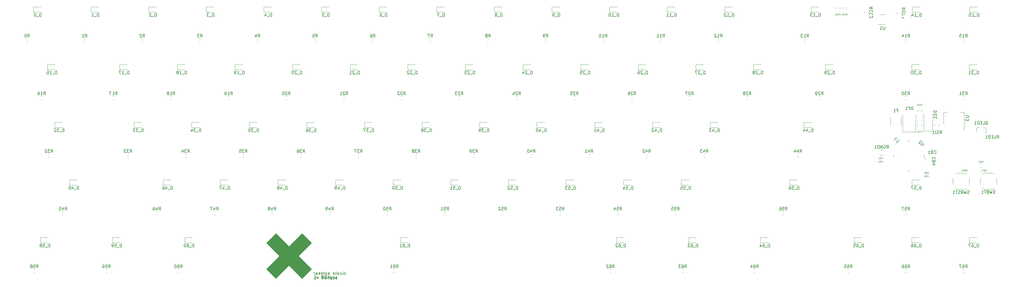
<source format=gbr>
%TF.GenerationSoftware,KiCad,Pcbnew,(5.1.4)-1*%
%TF.CreationDate,2020-07-03T12:21:58-04:00*%
%TF.ProjectId,soph68,736f7068-3638-42e6-9b69-6361645f7063,rev?*%
%TF.SameCoordinates,Original*%
%TF.FileFunction,Legend,Bot*%
%TF.FilePolarity,Positive*%
%FSLAX46Y46*%
G04 Gerber Fmt 4.6, Leading zero omitted, Abs format (unit mm)*
G04 Created by KiCad (PCBNEW (5.1.4)-1) date 2020-07-03 12:21:58*
%MOMM*%
%LPD*%
G04 APERTURE LIST*
%ADD10C,0.150000*%
%ADD11C,0.250000*%
%ADD12C,0.100000*%
%ADD13C,0.120000*%
%ADD14C,2.250000*%
%ADD15C,3.987800*%
%ADD16C,1.905000*%
%ADD17R,1.905000X1.905000*%
%ADD18C,1.750000*%
%ADD19C,3.048000*%
%ADD20R,1.800000X1.100000*%
%ADD21C,0.590000*%
%ADD22R,3.800000X2.000000*%
%ADD23R,1.500000X2.000000*%
%ADD24C,0.975000*%
%ADD25C,1.125000*%
%ADD26R,2.300000X2.500000*%
%ADD27R,2.700000X1.500000*%
%ADD28C,0.700000*%
%ADD29O,0.900000X2.400000*%
%ADD30O,0.900000X1.700000*%
%ADD31C,0.300000*%
%ADD32R,1.060000X0.650000*%
%ADD33C,1.250000*%
%ADD34C,0.875000*%
%ADD35R,0.800000X0.900000*%
%ADD36C,2.082800*%
%ADD37R,0.500000X0.500000*%
G04 APERTURE END LIST*
D10*
X134273276Y-139051374D02*
X134273276Y-139718040D01*
X134273276Y-139146612D02*
X134225657Y-139098993D01*
X134130419Y-139051374D01*
X133987561Y-139051374D01*
X133892323Y-139098993D01*
X133844704Y-139194231D01*
X133844704Y-139718040D01*
X133368514Y-139718040D02*
X133368514Y-139051374D01*
X133368514Y-138718040D02*
X133416133Y-138765660D01*
X133368514Y-138813279D01*
X133320895Y-138765660D01*
X133368514Y-138718040D01*
X133368514Y-138813279D01*
X132463752Y-139670421D02*
X132558990Y-139718040D01*
X132749466Y-139718040D01*
X132844704Y-139670421D01*
X132892323Y-139622802D01*
X132939942Y-139527564D01*
X132939942Y-139241850D01*
X132892323Y-139146612D01*
X132844704Y-139098993D01*
X132749466Y-139051374D01*
X132558990Y-139051374D01*
X132463752Y-139098993D01*
X131892323Y-139718040D02*
X131987561Y-139670421D01*
X132035180Y-139622802D01*
X132082800Y-139527564D01*
X132082800Y-139241850D01*
X132035180Y-139146612D01*
X131987561Y-139098993D01*
X131892323Y-139051374D01*
X131749466Y-139051374D01*
X131654228Y-139098993D01*
X131606609Y-139146612D01*
X131558990Y-139241850D01*
X131558990Y-139527564D01*
X131606609Y-139622802D01*
X131654228Y-139670421D01*
X131749466Y-139718040D01*
X131892323Y-139718040D01*
X130987561Y-139718040D02*
X131082800Y-139670421D01*
X131130419Y-139575183D01*
X131130419Y-138718040D01*
X130225657Y-139670421D02*
X130320895Y-139718040D01*
X130511371Y-139718040D01*
X130606609Y-139670421D01*
X130654228Y-139575183D01*
X130654228Y-139194231D01*
X130606609Y-139098993D01*
X130511371Y-139051374D01*
X130320895Y-139051374D01*
X130225657Y-139098993D01*
X130178038Y-139194231D01*
X130178038Y-139289469D01*
X130654228Y-139384707D01*
X128558990Y-139718040D02*
X128558990Y-139194231D01*
X128606609Y-139098993D01*
X128701847Y-139051374D01*
X128892323Y-139051374D01*
X128987561Y-139098993D01*
X128558990Y-139670421D02*
X128654228Y-139718040D01*
X128892323Y-139718040D01*
X128987561Y-139670421D01*
X129035180Y-139575183D01*
X129035180Y-139479945D01*
X128987561Y-139384707D01*
X128892323Y-139337088D01*
X128654228Y-139337088D01*
X128558990Y-139289469D01*
X128082800Y-139051374D02*
X128082800Y-140051374D01*
X128082800Y-139098993D02*
X127987561Y-139051374D01*
X127797085Y-139051374D01*
X127701847Y-139098993D01*
X127654228Y-139146612D01*
X127606609Y-139241850D01*
X127606609Y-139527564D01*
X127654228Y-139622802D01*
X127701847Y-139670421D01*
X127797085Y-139718040D01*
X127987561Y-139718040D01*
X128082800Y-139670421D01*
X127320895Y-139051374D02*
X126939942Y-139051374D01*
X127178038Y-138718040D02*
X127178038Y-139575183D01*
X127130419Y-139670421D01*
X127035180Y-139718040D01*
X126939942Y-139718040D01*
X126225657Y-139670421D02*
X126320895Y-139718040D01*
X126511371Y-139718040D01*
X126606609Y-139670421D01*
X126654228Y-139575183D01*
X126654228Y-139194231D01*
X126606609Y-139098993D01*
X126511371Y-139051374D01*
X126320895Y-139051374D01*
X126225657Y-139098993D01*
X126178038Y-139194231D01*
X126178038Y-139289469D01*
X126654228Y-139384707D01*
X125749466Y-139718040D02*
X125749466Y-138718040D01*
X125654228Y-139337088D02*
X125368514Y-139718040D01*
X125368514Y-139051374D02*
X125749466Y-139432326D01*
X124511371Y-139718040D02*
X124511371Y-139194231D01*
X124558990Y-139098993D01*
X124654228Y-139051374D01*
X124844704Y-139051374D01*
X124939942Y-139098993D01*
X124511371Y-139670421D02*
X124606609Y-139718040D01*
X124844704Y-139718040D01*
X124939942Y-139670421D01*
X124987561Y-139575183D01*
X124987561Y-139479945D01*
X124939942Y-139384707D01*
X124844704Y-139337088D01*
X124606609Y-139337088D01*
X124511371Y-139289469D01*
X124035180Y-139718040D02*
X124035180Y-139051374D01*
X124035180Y-139241850D02*
X123987561Y-139146612D01*
X123939942Y-139098993D01*
X123844704Y-139051374D01*
X123749466Y-139051374D01*
D11*
X131386744Y-141016621D02*
X131291506Y-141064240D01*
X131101030Y-141064240D01*
X131005792Y-141016621D01*
X130958173Y-140921383D01*
X130958173Y-140873764D01*
X131005792Y-140778526D01*
X131101030Y-140730907D01*
X131243887Y-140730907D01*
X131339125Y-140683288D01*
X131386744Y-140588050D01*
X131386744Y-140540431D01*
X131339125Y-140445193D01*
X131243887Y-140397574D01*
X131101030Y-140397574D01*
X131005792Y-140445193D01*
X130386744Y-141064240D02*
X130481982Y-141016621D01*
X130529601Y-140969002D01*
X130577220Y-140873764D01*
X130577220Y-140588050D01*
X130529601Y-140492812D01*
X130481982Y-140445193D01*
X130386744Y-140397574D01*
X130243887Y-140397574D01*
X130148649Y-140445193D01*
X130101030Y-140492812D01*
X130053411Y-140588050D01*
X130053411Y-140873764D01*
X130101030Y-140969002D01*
X130148649Y-141016621D01*
X130243887Y-141064240D01*
X130386744Y-141064240D01*
X129624840Y-140397574D02*
X129624840Y-141397574D01*
X129624840Y-140445193D02*
X129529601Y-140397574D01*
X129339125Y-140397574D01*
X129243887Y-140445193D01*
X129196268Y-140492812D01*
X129148649Y-140588050D01*
X129148649Y-140873764D01*
X129196268Y-140969002D01*
X129243887Y-141016621D01*
X129339125Y-141064240D01*
X129529601Y-141064240D01*
X129624840Y-141016621D01*
X128720078Y-141064240D02*
X128720078Y-140064240D01*
X128291506Y-141064240D02*
X128291506Y-140540431D01*
X128339125Y-140445193D01*
X128434363Y-140397574D01*
X128577220Y-140397574D01*
X128672459Y-140445193D01*
X128720078Y-140492812D01*
X127386744Y-140064240D02*
X127577220Y-140064240D01*
X127672459Y-140111860D01*
X127720078Y-140159479D01*
X127815316Y-140302336D01*
X127862935Y-140492812D01*
X127862935Y-140873764D01*
X127815316Y-140969002D01*
X127767697Y-141016621D01*
X127672459Y-141064240D01*
X127481982Y-141064240D01*
X127386744Y-141016621D01*
X127339125Y-140969002D01*
X127291506Y-140873764D01*
X127291506Y-140635669D01*
X127339125Y-140540431D01*
X127386744Y-140492812D01*
X127481982Y-140445193D01*
X127672459Y-140445193D01*
X127767697Y-140492812D01*
X127815316Y-140540431D01*
X127862935Y-140635669D01*
X126720078Y-140492812D02*
X126815316Y-140445193D01*
X126862935Y-140397574D01*
X126910554Y-140302336D01*
X126910554Y-140254717D01*
X126862935Y-140159479D01*
X126815316Y-140111860D01*
X126720078Y-140064240D01*
X126529601Y-140064240D01*
X126434363Y-140111860D01*
X126386744Y-140159479D01*
X126339125Y-140254717D01*
X126339125Y-140302336D01*
X126386744Y-140397574D01*
X126434363Y-140445193D01*
X126529601Y-140492812D01*
X126720078Y-140492812D01*
X126815316Y-140540431D01*
X126862935Y-140588050D01*
X126910554Y-140683288D01*
X126910554Y-140873764D01*
X126862935Y-140969002D01*
X126815316Y-141016621D01*
X126720078Y-141064240D01*
X126529601Y-141064240D01*
X126434363Y-141016621D01*
X126386744Y-140969002D01*
X126339125Y-140873764D01*
X126339125Y-140683288D01*
X126386744Y-140588050D01*
X126434363Y-140540431D01*
X126529601Y-140492812D01*
X125243887Y-140397574D02*
X125005792Y-141064240D01*
X124767697Y-140397574D01*
X123862935Y-141064240D02*
X124434363Y-141064240D01*
X124148649Y-141064240D02*
X124148649Y-140064240D01*
X124243887Y-140207098D01*
X124339125Y-140302336D01*
X124434363Y-140349955D01*
D12*
%TO.C,G\002A\002A\002A*%
G36*
X121538988Y-139446012D02*
G01*
X123146208Y-137837120D01*
X120988560Y-135678227D01*
X118830912Y-133519333D01*
X123146762Y-129200993D01*
X121559884Y-127614116D01*
X119973007Y-126027238D01*
X115654667Y-130343088D01*
X113516222Y-128205878D01*
X113021900Y-127712989D01*
X112565592Y-127260214D01*
X112161030Y-126861005D01*
X111821941Y-126528818D01*
X111562056Y-126277105D01*
X111395105Y-126119320D01*
X111335220Y-126068667D01*
X111266482Y-126126138D01*
X111094475Y-126288121D01*
X110835245Y-126538973D01*
X110504839Y-126863051D01*
X110119303Y-127244710D01*
X109706093Y-127656885D01*
X108119525Y-129245104D01*
X110278441Y-131402774D01*
X112437357Y-133560445D01*
X110278227Y-135720773D01*
X108119097Y-137881102D01*
X109707433Y-139467788D01*
X111295770Y-141054475D01*
X113453441Y-138895559D01*
X115611111Y-136736643D01*
X117771440Y-138895773D01*
X119931768Y-141054903D01*
X121538988Y-139446012D01*
X121538988Y-139446012D01*
G37*
D13*
%TO.C,SWRST1*%
X340540000Y-109879000D02*
X340540000Y-107799000D01*
X336370000Y-106119000D02*
X335880000Y-106609000D01*
X335100000Y-109879000D02*
X335100000Y-107799000D01*
X339270000Y-106119000D02*
X339760000Y-106609000D01*
X339270000Y-106119000D02*
X336370000Y-106119000D01*
X339270000Y-111559000D02*
X339760000Y-111069000D01*
X339270000Y-111559000D02*
X336370000Y-111559000D01*
X336370000Y-111559000D02*
X335880000Y-111069000D01*
%TO.C,SWBT1*%
X344117000Y-107799000D02*
X344117000Y-109879000D01*
X348287000Y-111559000D02*
X348777000Y-111069000D01*
X349557000Y-107799000D02*
X349557000Y-109879000D01*
X345387000Y-111559000D02*
X344897000Y-111069000D01*
X345387000Y-111559000D02*
X348287000Y-111559000D01*
X345387000Y-106119000D02*
X344897000Y-106609000D01*
X345387000Y-106119000D02*
X348287000Y-106119000D01*
X348287000Y-106119000D02*
X348777000Y-106609000D01*
%TO.C,U3*%
X331997000Y-86101000D02*
X333257000Y-86101000D01*
X338817000Y-86101000D02*
X337557000Y-86101000D01*
X331997000Y-89861000D02*
X331997000Y-86101000D01*
X338817000Y-92111000D02*
X338817000Y-86101000D01*
%TO.C,RSI1*%
X330402000Y-90555578D02*
X330402000Y-90038422D01*
X328982000Y-90555578D02*
X328982000Y-90038422D01*
%TO.C,F1*%
X314520000Y-90413252D02*
X314520000Y-87640748D01*
X317940000Y-90413252D02*
X317940000Y-87640748D01*
%TO.C,DF1*%
X322825000Y-92577000D02*
X322825000Y-86877000D01*
X318525000Y-92577000D02*
X318525000Y-86877000D01*
X322825000Y-92577000D02*
X318525000Y-92577000D01*
%TO.C,DS1*%
X328398000Y-86500000D02*
X328398000Y-92200000D01*
X328398000Y-92200000D02*
X325398000Y-92200000D01*
X325398000Y-92200000D02*
X325398000Y-86500000D01*
%TO.C,CSO1*%
X324814000Y-85339422D02*
X324814000Y-85856578D01*
X323394000Y-85339422D02*
X323394000Y-85856578D01*
%TO.C,CSI1*%
X324814000Y-90555578D02*
X324814000Y-90038422D01*
X323394000Y-90555578D02*
X323394000Y-90038422D01*
%TO.C,RSH1*%
X298502000Y-51303422D02*
X298502000Y-51820578D01*
X299922000Y-51303422D02*
X299922000Y-51820578D01*
%TO.C,CSH1*%
X296343000Y-51303422D02*
X296343000Y-51820578D01*
X297763000Y-51303422D02*
X297763000Y-51820578D01*
%TO.C,U2*%
X315760887Y-100775198D02*
X315442689Y-100457000D01*
X315442689Y-100457000D02*
X315760887Y-100138802D01*
X320229802Y-105244113D02*
X320548000Y-105562311D01*
X320548000Y-105562311D02*
X320866198Y-105244113D01*
X320866198Y-95669887D02*
X320548000Y-95351689D01*
X320548000Y-95351689D02*
X320229802Y-95669887D01*
X325335113Y-100138802D02*
X325653311Y-100457000D01*
X325653311Y-100457000D02*
X325335113Y-100775198D01*
X325335113Y-100775198D02*
X326247281Y-101687366D01*
%TO.C,U1*%
X310956300Y-53762000D02*
X312756300Y-53762000D01*
X312756300Y-56982000D02*
X310306300Y-56982000D01*
%TO.C,RBT1*%
X344038422Y-104342000D02*
X344555578Y-104342000D01*
X344038422Y-102922000D02*
X344555578Y-102922000D01*
%TO.C,RGND1*%
X312133064Y-98404000D02*
X310928936Y-98404000D01*
X312133064Y-100224000D02*
X310928936Y-100224000D01*
%TO.C,RCC2*%
X307161000Y-53344578D02*
X307161000Y-52827422D01*
X305741000Y-53344578D02*
X305741000Y-52827422D01*
%TO.C,RCC1*%
X317956000Y-53598578D02*
X317956000Y-53081422D01*
X316536000Y-53598578D02*
X316536000Y-53081422D01*
%TO.C,R67*%
X338744779Y-137920000D02*
X338419221Y-137920000D01*
X338744779Y-138940000D02*
X338419221Y-138940000D01*
%TO.C,R66*%
X319694779Y-137920000D02*
X319369221Y-137920000D01*
X319694779Y-138940000D02*
X319369221Y-138940000D01*
%TO.C,R65*%
X300644779Y-137920000D02*
X300319221Y-137920000D01*
X300644779Y-138940000D02*
X300319221Y-138940000D01*
%TO.C,R64*%
X269656779Y-137920000D02*
X269331221Y-137920000D01*
X269656779Y-138940000D02*
X269331221Y-138940000D01*
%TO.C,R63*%
X245907779Y-137920000D02*
X245582221Y-137920000D01*
X245907779Y-138940000D02*
X245582221Y-138940000D01*
%TO.C,R62*%
X222031779Y-137920000D02*
X221706221Y-137920000D01*
X222031779Y-138940000D02*
X221706221Y-138940000D01*
%TO.C,R61*%
X150530779Y-137920000D02*
X150205221Y-137920000D01*
X150530779Y-138940000D02*
X150205221Y-138940000D01*
%TO.C,R60*%
X79156779Y-137920000D02*
X78831221Y-137920000D01*
X79156779Y-138940000D02*
X78831221Y-138940000D01*
%TO.C,R59*%
X55407779Y-137920000D02*
X55082221Y-137920000D01*
X55407779Y-138940000D02*
X55082221Y-138940000D01*
%TO.C,R58*%
X31531779Y-137920000D02*
X31206221Y-137920000D01*
X31531779Y-138940000D02*
X31206221Y-138940000D01*
%TO.C,R57*%
X319694779Y-118870000D02*
X319369221Y-118870000D01*
X319694779Y-119890000D02*
X319369221Y-119890000D01*
%TO.C,R56*%
X279181779Y-118870000D02*
X278856221Y-118870000D01*
X279181779Y-119890000D02*
X278856221Y-119890000D01*
%TO.C,R55*%
X243494779Y-118870000D02*
X243169221Y-118870000D01*
X243494779Y-119890000D02*
X243169221Y-119890000D01*
%TO.C,R54*%
X224444779Y-118870000D02*
X224119221Y-118870000D01*
X224444779Y-119890000D02*
X224119221Y-119890000D01*
%TO.C,R53*%
X205394779Y-118870000D02*
X205069221Y-118870000D01*
X205394779Y-119890000D02*
X205069221Y-119890000D01*
%TO.C,R52*%
X186344779Y-118870000D02*
X186019221Y-118870000D01*
X186344779Y-119890000D02*
X186019221Y-119890000D01*
%TO.C,R51*%
X167294779Y-118870000D02*
X166969221Y-118870000D01*
X167294779Y-119890000D02*
X166969221Y-119890000D01*
%TO.C,R50*%
X148244779Y-118870000D02*
X147919221Y-118870000D01*
X148244779Y-119890000D02*
X147919221Y-119890000D01*
%TO.C,R49*%
X129194779Y-118870000D02*
X128869221Y-118870000D01*
X129194779Y-119890000D02*
X128869221Y-119890000D01*
%TO.C,R48*%
X110144779Y-118870000D02*
X109819221Y-118870000D01*
X110144779Y-119890000D02*
X109819221Y-119890000D01*
%TO.C,R47*%
X91094779Y-118870000D02*
X90769221Y-118870000D01*
X91094779Y-119890000D02*
X90769221Y-119890000D01*
%TO.C,R46*%
X72044779Y-118870000D02*
X71719221Y-118870000D01*
X72044779Y-119890000D02*
X71719221Y-119890000D01*
%TO.C,R45*%
X41056779Y-118870000D02*
X40731221Y-118870000D01*
X41056779Y-119890000D02*
X40731221Y-119890000D01*
%TO.C,R44*%
X284007779Y-99820000D02*
X283682221Y-99820000D01*
X284007779Y-100840000D02*
X283682221Y-100840000D01*
%TO.C,R43*%
X253019779Y-99820000D02*
X252694221Y-99820000D01*
X253019779Y-100840000D02*
X252694221Y-100840000D01*
%TO.C,R42*%
X233969779Y-99820000D02*
X233644221Y-99820000D01*
X233969779Y-100840000D02*
X233644221Y-100840000D01*
%TO.C,R41*%
X214919779Y-99820000D02*
X214594221Y-99820000D01*
X214919779Y-100840000D02*
X214594221Y-100840000D01*
%TO.C,R40*%
X195869779Y-99820000D02*
X195544221Y-99820000D01*
X195869779Y-100840000D02*
X195544221Y-100840000D01*
%TO.C,R39*%
X176819779Y-99820000D02*
X176494221Y-99820000D01*
X176819779Y-100840000D02*
X176494221Y-100840000D01*
%TO.C,R38*%
X157769779Y-99820000D02*
X157444221Y-99820000D01*
X157769779Y-100840000D02*
X157444221Y-100840000D01*
%TO.C,R37*%
X138719779Y-99820000D02*
X138394221Y-99820000D01*
X138719779Y-100840000D02*
X138394221Y-100840000D01*
%TO.C,R36*%
X119669779Y-99820000D02*
X119344221Y-99820000D01*
X119669779Y-100840000D02*
X119344221Y-100840000D01*
%TO.C,R35*%
X100619779Y-99820000D02*
X100294221Y-99820000D01*
X100619779Y-100840000D02*
X100294221Y-100840000D01*
%TO.C,R34*%
X81569779Y-99820000D02*
X81244221Y-99820000D01*
X81569779Y-100840000D02*
X81244221Y-100840000D01*
%TO.C,R33*%
X62519779Y-99820000D02*
X62194221Y-99820000D01*
X62519779Y-100840000D02*
X62194221Y-100840000D01*
%TO.C,R32*%
X36357779Y-99820000D02*
X36032221Y-99820000D01*
X36357779Y-100840000D02*
X36032221Y-100840000D01*
%TO.C,R31*%
X338744779Y-80770000D02*
X338419221Y-80770000D01*
X338744779Y-81790000D02*
X338419221Y-81790000D01*
%TO.C,R30*%
X319694779Y-80770000D02*
X319369221Y-80770000D01*
X319694779Y-81790000D02*
X319369221Y-81790000D01*
%TO.C,R29*%
X291119779Y-80770000D02*
X290794221Y-80770000D01*
X291119779Y-81790000D02*
X290794221Y-81790000D01*
%TO.C,R28*%
X267243779Y-80770000D02*
X266918221Y-80770000D01*
X267243779Y-81790000D02*
X266918221Y-81790000D01*
%TO.C,R27*%
X248193779Y-80770000D02*
X247868221Y-80770000D01*
X248193779Y-81790000D02*
X247868221Y-81790000D01*
%TO.C,R26*%
X229118279Y-80770000D02*
X228792721Y-80770000D01*
X229118279Y-81790000D02*
X228792721Y-81790000D01*
%TO.C,R25*%
X210093779Y-80770000D02*
X209768221Y-80770000D01*
X210093779Y-81790000D02*
X209768221Y-81790000D01*
%TO.C,R24*%
X191043779Y-80770000D02*
X190718221Y-80770000D01*
X191043779Y-81790000D02*
X190718221Y-81790000D01*
%TO.C,R23*%
X171993779Y-80770000D02*
X171668221Y-80770000D01*
X171993779Y-81790000D02*
X171668221Y-81790000D01*
%TO.C,R22*%
X152943779Y-80770000D02*
X152618221Y-80770000D01*
X152943779Y-81790000D02*
X152618221Y-81790000D01*
%TO.C,R21*%
X133919279Y-80770000D02*
X133593721Y-80770000D01*
X133919279Y-81790000D02*
X133593721Y-81790000D01*
%TO.C,R20*%
X114843779Y-80770000D02*
X114518221Y-80770000D01*
X114843779Y-81790000D02*
X114518221Y-81790000D01*
%TO.C,R19*%
X95793779Y-80770000D02*
X95468221Y-80770000D01*
X95793779Y-81790000D02*
X95468221Y-81790000D01*
%TO.C,R18*%
X76743779Y-80770000D02*
X76418221Y-80770000D01*
X76743779Y-81790000D02*
X76418221Y-81790000D01*
%TO.C,R17*%
X57693779Y-80770000D02*
X57368221Y-80770000D01*
X57693779Y-81790000D02*
X57368221Y-81790000D01*
%TO.C,R16*%
X33944779Y-80770000D02*
X33619221Y-80770000D01*
X33944779Y-81790000D02*
X33619221Y-81790000D01*
%TO.C,R15*%
X338744779Y-61720000D02*
X338419221Y-61720000D01*
X338744779Y-62740000D02*
X338419221Y-62740000D01*
%TO.C,R14*%
X319694779Y-61720000D02*
X319369221Y-61720000D01*
X319694779Y-62740000D02*
X319369221Y-62740000D01*
%TO.C,R13*%
X286293779Y-61720000D02*
X285968221Y-61720000D01*
X286293779Y-62740000D02*
X285968221Y-62740000D01*
%TO.C,R12*%
X257718779Y-61720000D02*
X257393221Y-61720000D01*
X257718779Y-62740000D02*
X257393221Y-62740000D01*
%TO.C,R11*%
X238668779Y-61720000D02*
X238343221Y-61720000D01*
X238668779Y-62740000D02*
X238343221Y-62740000D01*
%TO.C,R10*%
X219618779Y-61720000D02*
X219293221Y-61720000D01*
X219618779Y-62740000D02*
X219293221Y-62740000D01*
%TO.C,R9*%
X200568779Y-61720000D02*
X200243221Y-61720000D01*
X200568779Y-62740000D02*
X200243221Y-62740000D01*
%TO.C,R8*%
X181518779Y-61720000D02*
X181193221Y-61720000D01*
X181518779Y-62740000D02*
X181193221Y-62740000D01*
%TO.C,R7*%
X162468779Y-61720000D02*
X162143221Y-61720000D01*
X162468779Y-62740000D02*
X162143221Y-62740000D01*
%TO.C,R6*%
X143418779Y-61720000D02*
X143093221Y-61720000D01*
X143418779Y-62740000D02*
X143093221Y-62740000D01*
%TO.C,R5*%
X124368779Y-61720000D02*
X124043221Y-61720000D01*
X124368779Y-62740000D02*
X124043221Y-62740000D01*
%TO.C,R4*%
X105318779Y-61720000D02*
X104993221Y-61720000D01*
X105318779Y-62740000D02*
X104993221Y-62740000D01*
%TO.C,R3*%
X86268779Y-61720000D02*
X85943221Y-61720000D01*
X86268779Y-62740000D02*
X85943221Y-62740000D01*
%TO.C,R2*%
X67218779Y-61720000D02*
X66893221Y-61720000D01*
X67218779Y-62740000D02*
X66893221Y-62740000D01*
%TO.C,R1*%
X48168779Y-61720000D02*
X47843221Y-61720000D01*
X48168779Y-62740000D02*
X47843221Y-62740000D01*
%TO.C,R0*%
X29118779Y-61720000D02*
X28793221Y-61720000D01*
X29118779Y-62740000D02*
X28793221Y-62740000D01*
%TO.C,QLED1*%
X342844000Y-91124500D02*
X343774000Y-91124500D01*
X346004000Y-91124500D02*
X345074000Y-91124500D01*
X346004000Y-91124500D02*
X346004000Y-93284500D01*
X342844000Y-91124500D02*
X342844000Y-92584500D01*
%TO.C,D_67*%
X340511000Y-129120000D02*
X340511000Y-127420000D01*
X340511000Y-127420000D02*
X343061000Y-127420000D01*
X340511000Y-129120000D02*
X343061000Y-129120000D01*
%TO.C,D_66*%
X321461000Y-129120000D02*
X321461000Y-127420000D01*
X321461000Y-127420000D02*
X324011000Y-127420000D01*
X321461000Y-129120000D02*
X324011000Y-129120000D01*
%TO.C,D_65*%
X302411000Y-129120000D02*
X302411000Y-127420000D01*
X302411000Y-127420000D02*
X304961000Y-127420000D01*
X302411000Y-129120000D02*
X304961000Y-129120000D01*
%TO.C,D_64*%
X271423000Y-129120000D02*
X271423000Y-127420000D01*
X271423000Y-127420000D02*
X273973000Y-127420000D01*
X271423000Y-129120000D02*
X273973000Y-129120000D01*
%TO.C,D_63*%
X247674000Y-129120000D02*
X247674000Y-127420000D01*
X247674000Y-127420000D02*
X250224000Y-127420000D01*
X247674000Y-129120000D02*
X250224000Y-129120000D01*
%TO.C,D_62*%
X223798000Y-129120000D02*
X223798000Y-127420000D01*
X223798000Y-127420000D02*
X226348000Y-127420000D01*
X223798000Y-129120000D02*
X226348000Y-129120000D01*
%TO.C,D_61*%
X152424000Y-129120000D02*
X152424000Y-127420000D01*
X152424000Y-127420000D02*
X154974000Y-127420000D01*
X152424000Y-129120000D02*
X154974000Y-129120000D01*
%TO.C,D_60*%
X81050000Y-129120000D02*
X81050000Y-127420000D01*
X81050000Y-127420000D02*
X83600000Y-127420000D01*
X81050000Y-129120000D02*
X83600000Y-129120000D01*
%TO.C,D_59*%
X57174000Y-129120000D02*
X57174000Y-127420000D01*
X57174000Y-127420000D02*
X59724000Y-127420000D01*
X57174000Y-129120000D02*
X59724000Y-129120000D01*
%TO.C,D_58*%
X33425000Y-129120000D02*
X33425000Y-127420000D01*
X33425000Y-127420000D02*
X35975000Y-127420000D01*
X33425000Y-129120000D02*
X35975000Y-129120000D01*
%TO.C,D_57*%
X321524500Y-110070000D02*
X321524500Y-108370000D01*
X321524500Y-108370000D02*
X324074500Y-108370000D01*
X321524500Y-110070000D02*
X324074500Y-110070000D01*
%TO.C,D_56*%
X281075000Y-110070000D02*
X281075000Y-108370000D01*
X281075000Y-108370000D02*
X283625000Y-108370000D01*
X281075000Y-110070000D02*
X283625000Y-110070000D01*
%TO.C,D_55*%
X245261000Y-110070000D02*
X245261000Y-108370000D01*
X245261000Y-108370000D02*
X247811000Y-108370000D01*
X245261000Y-110070000D02*
X247811000Y-110070000D01*
%TO.C,D_54*%
X226211000Y-110070000D02*
X226211000Y-108370000D01*
X226211000Y-108370000D02*
X228761000Y-108370000D01*
X226211000Y-110070000D02*
X228761000Y-110070000D01*
%TO.C,D_53*%
X207161000Y-110070000D02*
X207161000Y-108370000D01*
X207161000Y-108370000D02*
X209711000Y-108370000D01*
X207161000Y-110070000D02*
X209711000Y-110070000D01*
%TO.C,D_52*%
X188111000Y-110070000D02*
X188111000Y-108370000D01*
X188111000Y-108370000D02*
X190661000Y-108370000D01*
X188111000Y-110070000D02*
X190661000Y-110070000D01*
%TO.C,D_51*%
X169061000Y-110070000D02*
X169061000Y-108370000D01*
X169061000Y-108370000D02*
X171611000Y-108370000D01*
X169061000Y-110070000D02*
X171611000Y-110070000D01*
%TO.C,D_50*%
X150011000Y-110070000D02*
X150011000Y-108370000D01*
X150011000Y-108370000D02*
X152561000Y-108370000D01*
X150011000Y-110070000D02*
X152561000Y-110070000D01*
%TO.C,D_49*%
X130961000Y-110070000D02*
X130961000Y-108370000D01*
X130961000Y-108370000D02*
X133511000Y-108370000D01*
X130961000Y-110070000D02*
X133511000Y-110070000D01*
%TO.C,D_48*%
X111911000Y-110070000D02*
X111911000Y-108370000D01*
X111911000Y-108370000D02*
X114461000Y-108370000D01*
X111911000Y-110070000D02*
X114461000Y-110070000D01*
%TO.C,D_47*%
X92861000Y-110070000D02*
X92861000Y-108370000D01*
X92861000Y-108370000D02*
X95411000Y-108370000D01*
X92861000Y-110070000D02*
X95411000Y-110070000D01*
%TO.C,D_46*%
X73938000Y-110070000D02*
X73938000Y-108370000D01*
X73938000Y-108370000D02*
X76488000Y-108370000D01*
X73938000Y-110070000D02*
X76488000Y-110070000D01*
%TO.C,D_45*%
X42950000Y-110070000D02*
X42950000Y-108370000D01*
X42950000Y-108370000D02*
X45500000Y-108370000D01*
X42950000Y-110070000D02*
X45500000Y-110070000D01*
%TO.C,D_44*%
X285774000Y-91020000D02*
X285774000Y-89320000D01*
X285774000Y-89320000D02*
X288324000Y-89320000D01*
X285774000Y-91020000D02*
X288324000Y-91020000D01*
%TO.C,D_43*%
X254786000Y-91020000D02*
X254786000Y-89320000D01*
X254786000Y-89320000D02*
X257336000Y-89320000D01*
X254786000Y-91020000D02*
X257336000Y-91020000D01*
%TO.C,D_42*%
X235736000Y-91020000D02*
X235736000Y-89320000D01*
X235736000Y-89320000D02*
X238286000Y-89320000D01*
X235736000Y-91020000D02*
X238286000Y-91020000D01*
%TO.C,D_41*%
X216686000Y-91020000D02*
X216686000Y-89320000D01*
X216686000Y-89320000D02*
X219236000Y-89320000D01*
X216686000Y-91020000D02*
X219236000Y-91020000D01*
%TO.C,D_40*%
X197509000Y-91020000D02*
X197509000Y-89320000D01*
X197509000Y-89320000D02*
X200059000Y-89320000D01*
X197509000Y-91020000D02*
X200059000Y-91020000D01*
%TO.C,D_39*%
X178586000Y-91020000D02*
X178586000Y-89320000D01*
X178586000Y-89320000D02*
X181136000Y-89320000D01*
X178586000Y-91020000D02*
X181136000Y-91020000D01*
%TO.C,D_38*%
X159536000Y-91020000D02*
X159536000Y-89320000D01*
X159536000Y-89320000D02*
X162086000Y-89320000D01*
X159536000Y-91020000D02*
X162086000Y-91020000D01*
%TO.C,D_37*%
X140486000Y-91020000D02*
X140486000Y-89320000D01*
X140486000Y-89320000D02*
X143036000Y-89320000D01*
X140486000Y-91020000D02*
X143036000Y-91020000D01*
%TO.C,D_36*%
X121436000Y-91020000D02*
X121436000Y-89320000D01*
X121436000Y-89320000D02*
X123986000Y-89320000D01*
X121436000Y-91020000D02*
X123986000Y-91020000D01*
%TO.C,D_35*%
X102386000Y-91020000D02*
X104936000Y-91020000D01*
X102386000Y-89320000D02*
X104936000Y-89320000D01*
X102386000Y-91020000D02*
X102386000Y-89320000D01*
%TO.C,D_34*%
X83336000Y-91020000D02*
X83336000Y-89320000D01*
X83336000Y-89320000D02*
X85886000Y-89320000D01*
X83336000Y-91020000D02*
X85886000Y-91020000D01*
%TO.C,D_33*%
X64286000Y-91020000D02*
X64286000Y-89320000D01*
X64286000Y-89320000D02*
X66836000Y-89320000D01*
X64286000Y-91020000D02*
X66836000Y-91020000D01*
%TO.C,D_32*%
X38124000Y-91020000D02*
X38124000Y-89320000D01*
X38124000Y-89320000D02*
X40674000Y-89320000D01*
X38124000Y-91020000D02*
X40674000Y-91020000D01*
%TO.C,D_31*%
X340511000Y-71970000D02*
X340511000Y-70270000D01*
X340511000Y-70270000D02*
X343061000Y-70270000D01*
X340511000Y-71970000D02*
X343061000Y-71970000D01*
%TO.C,D_30*%
X321461000Y-71970000D02*
X321461000Y-70270000D01*
X321461000Y-70270000D02*
X324011000Y-70270000D01*
X321461000Y-71970000D02*
X324011000Y-71970000D01*
%TO.C,D_29*%
X292886000Y-71970000D02*
X292886000Y-70270000D01*
X292886000Y-70270000D02*
X295436000Y-70270000D01*
X292886000Y-71970000D02*
X295436000Y-71970000D01*
%TO.C,D_28*%
X269137000Y-71970000D02*
X269137000Y-70270000D01*
X269137000Y-70270000D02*
X271687000Y-70270000D01*
X269137000Y-71970000D02*
X271687000Y-71970000D01*
%TO.C,D_27*%
X250087000Y-71970000D02*
X250087000Y-70270000D01*
X250087000Y-70270000D02*
X252637000Y-70270000D01*
X250087000Y-71970000D02*
X252637000Y-71970000D01*
%TO.C,D_26*%
X231037000Y-71970000D02*
X231037000Y-70270000D01*
X231037000Y-70270000D02*
X233587000Y-70270000D01*
X231037000Y-71970000D02*
X233587000Y-71970000D01*
%TO.C,D_25*%
X211987000Y-71970000D02*
X211987000Y-70270000D01*
X211987000Y-70270000D02*
X214537000Y-70270000D01*
X211987000Y-71970000D02*
X214537000Y-71970000D01*
%TO.C,D_24*%
X192937000Y-71970000D02*
X192937000Y-70270000D01*
X192937000Y-70270000D02*
X195487000Y-70270000D01*
X192937000Y-71970000D02*
X195487000Y-71970000D01*
%TO.C,D_23*%
X173887000Y-71970000D02*
X173887000Y-70270000D01*
X173887000Y-70270000D02*
X176437000Y-70270000D01*
X173887000Y-71970000D02*
X176437000Y-71970000D01*
%TO.C,D_22*%
X154837000Y-71970000D02*
X154837000Y-70270000D01*
X154837000Y-70270000D02*
X157387000Y-70270000D01*
X154837000Y-71970000D02*
X157387000Y-71970000D01*
%TO.C,D_21*%
X135787000Y-71970000D02*
X135787000Y-70270000D01*
X135787000Y-70270000D02*
X138337000Y-70270000D01*
X135787000Y-71970000D02*
X138337000Y-71970000D01*
%TO.C,D_20*%
X116737000Y-71970000D02*
X116737000Y-70270000D01*
X116737000Y-70270000D02*
X119287000Y-70270000D01*
X116737000Y-71970000D02*
X119287000Y-71970000D01*
%TO.C,D_19*%
X97687000Y-71970000D02*
X97687000Y-70270000D01*
X97687000Y-70270000D02*
X100237000Y-70270000D01*
X97687000Y-71970000D02*
X100237000Y-71970000D01*
%TO.C,D_18*%
X78637000Y-71970000D02*
X78637000Y-70270000D01*
X78637000Y-70270000D02*
X81187000Y-70270000D01*
X78637000Y-71970000D02*
X81187000Y-71970000D01*
%TO.C,D_17*%
X59587000Y-71970000D02*
X59587000Y-70270000D01*
X59587000Y-70270000D02*
X62137000Y-70270000D01*
X59587000Y-71970000D02*
X62137000Y-71970000D01*
%TO.C,D_16*%
X35711000Y-71970000D02*
X35711000Y-70270000D01*
X35711000Y-70270000D02*
X38261000Y-70270000D01*
X35711000Y-71970000D02*
X38261000Y-71970000D01*
%TO.C,D_15*%
X340638000Y-52920000D02*
X340638000Y-51220000D01*
X340638000Y-51220000D02*
X343188000Y-51220000D01*
X340638000Y-52920000D02*
X343188000Y-52920000D01*
%TO.C,D_14*%
X321588000Y-52920000D02*
X321588000Y-51220000D01*
X321588000Y-51220000D02*
X324138000Y-51220000D01*
X321588000Y-52920000D02*
X324138000Y-52920000D01*
%TO.C,D_13*%
X288187000Y-52920000D02*
X288187000Y-51220000D01*
X288187000Y-51220000D02*
X290737000Y-51220000D01*
X288187000Y-52920000D02*
X290737000Y-52920000D01*
%TO.C,D_12*%
X259612000Y-52920000D02*
X259612000Y-51220000D01*
X259612000Y-51220000D02*
X262162000Y-51220000D01*
X259612000Y-52920000D02*
X262162000Y-52920000D01*
%TO.C,D_11*%
X240562000Y-52920000D02*
X240562000Y-51220000D01*
X240562000Y-51220000D02*
X243112000Y-51220000D01*
X240562000Y-52920000D02*
X243112000Y-52920000D01*
%TO.C,D_10*%
X221512000Y-52920000D02*
X221512000Y-51220000D01*
X221512000Y-51220000D02*
X224062000Y-51220000D01*
X221512000Y-52920000D02*
X224062000Y-52920000D01*
%TO.C,D_9*%
X202462000Y-52920000D02*
X202462000Y-51220000D01*
X202462000Y-51220000D02*
X205012000Y-51220000D01*
X202462000Y-52920000D02*
X205012000Y-52920000D01*
%TO.C,D_8*%
X183412000Y-52920000D02*
X183412000Y-51220000D01*
X183412000Y-51220000D02*
X185962000Y-51220000D01*
X183412000Y-52920000D02*
X185962000Y-52920000D01*
%TO.C,D_7*%
X164362000Y-52920000D02*
X164362000Y-51220000D01*
X164362000Y-51220000D02*
X166912000Y-51220000D01*
X164362000Y-52920000D02*
X166912000Y-52920000D01*
%TO.C,D_6*%
X145312000Y-52920000D02*
X145312000Y-51220000D01*
X145312000Y-51220000D02*
X147862000Y-51220000D01*
X145312000Y-52920000D02*
X147862000Y-52920000D01*
%TO.C,D_5*%
X126262000Y-52920000D02*
X126262000Y-51220000D01*
X126262000Y-51220000D02*
X128812000Y-51220000D01*
X126262000Y-52920000D02*
X128812000Y-52920000D01*
%TO.C,D_4*%
X107212000Y-52920000D02*
X107212000Y-51220000D01*
X107212000Y-51220000D02*
X109762000Y-51220000D01*
X107212000Y-52920000D02*
X109762000Y-52920000D01*
%TO.C,D_3*%
X88162000Y-52920000D02*
X88162000Y-51220000D01*
X88162000Y-51220000D02*
X90712000Y-51220000D01*
X88162000Y-52920000D02*
X90712000Y-52920000D01*
%TO.C,D_2*%
X69112000Y-52920000D02*
X69112000Y-51220000D01*
X69112000Y-51220000D02*
X71662000Y-51220000D01*
X69112000Y-52920000D02*
X71662000Y-52920000D01*
%TO.C,D_1*%
X50062000Y-52920000D02*
X50062000Y-51220000D01*
X50062000Y-51220000D02*
X52612000Y-51220000D01*
X50062000Y-52920000D02*
X52612000Y-52920000D01*
%TO.C,D_0*%
X31012000Y-52920000D02*
X31012000Y-51220000D01*
X31012000Y-51220000D02*
X33562000Y-51220000D01*
X31012000Y-52920000D02*
X33562000Y-52920000D01*
%TO.C,SWRST1*%
D10*
X340510476Y-112926761D02*
X340367619Y-112974380D01*
X340129523Y-112974380D01*
X340034285Y-112926761D01*
X339986666Y-112879142D01*
X339939047Y-112783904D01*
X339939047Y-112688666D01*
X339986666Y-112593428D01*
X340034285Y-112545809D01*
X340129523Y-112498190D01*
X340320000Y-112450571D01*
X340415238Y-112402952D01*
X340462857Y-112355333D01*
X340510476Y-112260095D01*
X340510476Y-112164857D01*
X340462857Y-112069619D01*
X340415238Y-112022000D01*
X340320000Y-111974380D01*
X340081904Y-111974380D01*
X339939047Y-112022000D01*
X339605714Y-111974380D02*
X339367619Y-112974380D01*
X339177142Y-112260095D01*
X338986666Y-112974380D01*
X338748571Y-111974380D01*
X337796190Y-112974380D02*
X338129523Y-112498190D01*
X338367619Y-112974380D02*
X338367619Y-111974380D01*
X337986666Y-111974380D01*
X337891428Y-112022000D01*
X337843809Y-112069619D01*
X337796190Y-112164857D01*
X337796190Y-112307714D01*
X337843809Y-112402952D01*
X337891428Y-112450571D01*
X337986666Y-112498190D01*
X338367619Y-112498190D01*
X337415238Y-112926761D02*
X337272380Y-112974380D01*
X337034285Y-112974380D01*
X336939047Y-112926761D01*
X336891428Y-112879142D01*
X336843809Y-112783904D01*
X336843809Y-112688666D01*
X336891428Y-112593428D01*
X336939047Y-112545809D01*
X337034285Y-112498190D01*
X337224761Y-112450571D01*
X337320000Y-112402952D01*
X337367619Y-112355333D01*
X337415238Y-112260095D01*
X337415238Y-112164857D01*
X337367619Y-112069619D01*
X337320000Y-112022000D01*
X337224761Y-111974380D01*
X336986666Y-111974380D01*
X336843809Y-112022000D01*
X336558095Y-111974380D02*
X335986666Y-111974380D01*
X336272380Y-112974380D02*
X336272380Y-111974380D01*
X335129523Y-112974380D02*
X335700952Y-112974380D01*
X335415238Y-112974380D02*
X335415238Y-111974380D01*
X335510476Y-112117238D01*
X335605714Y-112212476D01*
X335700952Y-112260095D01*
%TO.C,SWBT1*%
X349051285Y-112843761D02*
X348908428Y-112891380D01*
X348670333Y-112891380D01*
X348575095Y-112843761D01*
X348527476Y-112796142D01*
X348479857Y-112700904D01*
X348479857Y-112605666D01*
X348527476Y-112510428D01*
X348575095Y-112462809D01*
X348670333Y-112415190D01*
X348860809Y-112367571D01*
X348956047Y-112319952D01*
X349003666Y-112272333D01*
X349051285Y-112177095D01*
X349051285Y-112081857D01*
X349003666Y-111986619D01*
X348956047Y-111939000D01*
X348860809Y-111891380D01*
X348622714Y-111891380D01*
X348479857Y-111939000D01*
X348146523Y-111891380D02*
X347908428Y-112891380D01*
X347717952Y-112177095D01*
X347527476Y-112891380D01*
X347289380Y-111891380D01*
X346575095Y-112367571D02*
X346432238Y-112415190D01*
X346384619Y-112462809D01*
X346337000Y-112558047D01*
X346337000Y-112700904D01*
X346384619Y-112796142D01*
X346432238Y-112843761D01*
X346527476Y-112891380D01*
X346908428Y-112891380D01*
X346908428Y-111891380D01*
X346575095Y-111891380D01*
X346479857Y-111939000D01*
X346432238Y-111986619D01*
X346384619Y-112081857D01*
X346384619Y-112177095D01*
X346432238Y-112272333D01*
X346479857Y-112319952D01*
X346575095Y-112367571D01*
X346908428Y-112367571D01*
X346051285Y-111891380D02*
X345479857Y-111891380D01*
X345765571Y-112891380D02*
X345765571Y-111891380D01*
X344622714Y-112891380D02*
X345194142Y-112891380D01*
X344908428Y-112891380D02*
X344908428Y-111891380D01*
X345003666Y-112034238D01*
X345098904Y-112129476D01*
X345194142Y-112177095D01*
%TO.C,CBT1*%
D12*
X345963809Y-105461571D02*
X345987619Y-105485380D01*
X346059047Y-105509190D01*
X346106666Y-105509190D01*
X346178095Y-105485380D01*
X346225714Y-105437761D01*
X346249523Y-105390142D01*
X346273333Y-105294904D01*
X346273333Y-105223476D01*
X346249523Y-105128238D01*
X346225714Y-105080619D01*
X346178095Y-105033000D01*
X346106666Y-105009190D01*
X346059047Y-105009190D01*
X345987619Y-105033000D01*
X345963809Y-105056809D01*
X345582857Y-105247285D02*
X345511428Y-105271095D01*
X345487619Y-105294904D01*
X345463809Y-105342523D01*
X345463809Y-105413952D01*
X345487619Y-105461571D01*
X345511428Y-105485380D01*
X345559047Y-105509190D01*
X345749523Y-105509190D01*
X345749523Y-105009190D01*
X345582857Y-105009190D01*
X345535238Y-105033000D01*
X345511428Y-105056809D01*
X345487619Y-105104428D01*
X345487619Y-105152047D01*
X345511428Y-105199666D01*
X345535238Y-105223476D01*
X345582857Y-105247285D01*
X345749523Y-105247285D01*
X345320952Y-105009190D02*
X345035238Y-105009190D01*
X345178095Y-105509190D02*
X345178095Y-105009190D01*
X344606666Y-105509190D02*
X344892380Y-105509190D01*
X344749523Y-105509190D02*
X344749523Y-105009190D01*
X344797142Y-105080619D01*
X344844761Y-105128238D01*
X344892380Y-105152047D01*
%TO.C,U3*%
D10*
X339359380Y-87249095D02*
X340168904Y-87249095D01*
X340264142Y-87296714D01*
X340311761Y-87344333D01*
X340359380Y-87439571D01*
X340359380Y-87630047D01*
X340311761Y-87725285D01*
X340264142Y-87772904D01*
X340168904Y-87820523D01*
X339359380Y-87820523D01*
X339359380Y-88201476D02*
X339359380Y-88820523D01*
X339740333Y-88487190D01*
X339740333Y-88630047D01*
X339787952Y-88725285D01*
X339835571Y-88772904D01*
X339930809Y-88820523D01*
X340168904Y-88820523D01*
X340264142Y-88772904D01*
X340311761Y-88725285D01*
X340359380Y-88630047D01*
X340359380Y-88344333D01*
X340311761Y-88249095D01*
X340264142Y-88201476D01*
%TO.C,RSI1*%
X330826952Y-93162380D02*
X331160285Y-92686190D01*
X331398380Y-93162380D02*
X331398380Y-92162380D01*
X331017428Y-92162380D01*
X330922190Y-92210000D01*
X330874571Y-92257619D01*
X330826952Y-92352857D01*
X330826952Y-92495714D01*
X330874571Y-92590952D01*
X330922190Y-92638571D01*
X331017428Y-92686190D01*
X331398380Y-92686190D01*
X330446000Y-93114761D02*
X330303142Y-93162380D01*
X330065047Y-93162380D01*
X329969809Y-93114761D01*
X329922190Y-93067142D01*
X329874571Y-92971904D01*
X329874571Y-92876666D01*
X329922190Y-92781428D01*
X329969809Y-92733809D01*
X330065047Y-92686190D01*
X330255523Y-92638571D01*
X330350761Y-92590952D01*
X330398380Y-92543333D01*
X330446000Y-92448095D01*
X330446000Y-92352857D01*
X330398380Y-92257619D01*
X330350761Y-92210000D01*
X330255523Y-92162380D01*
X330017428Y-92162380D01*
X329874571Y-92210000D01*
X329446000Y-93162380D02*
X329446000Y-92162380D01*
X328446000Y-93162380D02*
X329017428Y-93162380D01*
X328731714Y-93162380D02*
X328731714Y-92162380D01*
X328826952Y-92305238D01*
X328922190Y-92400476D01*
X329017428Y-92448095D01*
%TO.C,F1*%
X316563333Y-85399571D02*
X316896666Y-85399571D01*
X316896666Y-85923380D02*
X316896666Y-84923380D01*
X316420476Y-84923380D01*
X315515714Y-85923380D02*
X316087142Y-85923380D01*
X315801428Y-85923380D02*
X315801428Y-84923380D01*
X315896666Y-85066238D01*
X315991904Y-85161476D01*
X316087142Y-85209095D01*
%TO.C,DF1*%
X321841666Y-85224880D02*
X321841666Y-84224880D01*
X321603571Y-84224880D01*
X321460714Y-84272500D01*
X321365476Y-84367738D01*
X321317857Y-84462976D01*
X321270238Y-84653452D01*
X321270238Y-84796309D01*
X321317857Y-84986785D01*
X321365476Y-85082023D01*
X321460714Y-85177261D01*
X321603571Y-85224880D01*
X321841666Y-85224880D01*
X320508333Y-84701071D02*
X320841666Y-84701071D01*
X320841666Y-85224880D02*
X320841666Y-84224880D01*
X320365476Y-84224880D01*
X319460714Y-85224880D02*
X320032142Y-85224880D01*
X319746428Y-85224880D02*
X319746428Y-84224880D01*
X319841666Y-84367738D01*
X319936904Y-84462976D01*
X320032142Y-84510595D01*
%TO.C,DS1*%
X329763380Y-85590214D02*
X328763380Y-85590214D01*
X328763380Y-85828309D01*
X328811000Y-85971166D01*
X328906238Y-86066404D01*
X329001476Y-86114023D01*
X329191952Y-86161642D01*
X329334809Y-86161642D01*
X329525285Y-86114023D01*
X329620523Y-86066404D01*
X329715761Y-85971166D01*
X329763380Y-85828309D01*
X329763380Y-85590214D01*
X329715761Y-86542595D02*
X329763380Y-86685452D01*
X329763380Y-86923547D01*
X329715761Y-87018785D01*
X329668142Y-87066404D01*
X329572904Y-87114023D01*
X329477666Y-87114023D01*
X329382428Y-87066404D01*
X329334809Y-87018785D01*
X329287190Y-86923547D01*
X329239571Y-86733071D01*
X329191952Y-86637833D01*
X329144333Y-86590214D01*
X329049095Y-86542595D01*
X328953857Y-86542595D01*
X328858619Y-86590214D01*
X328811000Y-86637833D01*
X328763380Y-86733071D01*
X328763380Y-86971166D01*
X328811000Y-87114023D01*
X329763380Y-88066404D02*
X329763380Y-87494976D01*
X329763380Y-87780690D02*
X328763380Y-87780690D01*
X328906238Y-87685452D01*
X329001476Y-87590214D01*
X329049095Y-87494976D01*
%TO.C,CSO1*%
D12*
X324687333Y-83744571D02*
X324711142Y-83768380D01*
X324782571Y-83792190D01*
X324830190Y-83792190D01*
X324901619Y-83768380D01*
X324949238Y-83720761D01*
X324973047Y-83673142D01*
X324996857Y-83577904D01*
X324996857Y-83506476D01*
X324973047Y-83411238D01*
X324949238Y-83363619D01*
X324901619Y-83316000D01*
X324830190Y-83292190D01*
X324782571Y-83292190D01*
X324711142Y-83316000D01*
X324687333Y-83339809D01*
X324496857Y-83768380D02*
X324425428Y-83792190D01*
X324306380Y-83792190D01*
X324258761Y-83768380D01*
X324234952Y-83744571D01*
X324211142Y-83696952D01*
X324211142Y-83649333D01*
X324234952Y-83601714D01*
X324258761Y-83577904D01*
X324306380Y-83554095D01*
X324401619Y-83530285D01*
X324449238Y-83506476D01*
X324473047Y-83482666D01*
X324496857Y-83435047D01*
X324496857Y-83387428D01*
X324473047Y-83339809D01*
X324449238Y-83316000D01*
X324401619Y-83292190D01*
X324282571Y-83292190D01*
X324211142Y-83316000D01*
X323901619Y-83292190D02*
X323806380Y-83292190D01*
X323758761Y-83316000D01*
X323711142Y-83363619D01*
X323687333Y-83458857D01*
X323687333Y-83625523D01*
X323711142Y-83720761D01*
X323758761Y-83768380D01*
X323806380Y-83792190D01*
X323901619Y-83792190D01*
X323949238Y-83768380D01*
X323996857Y-83720761D01*
X324020666Y-83625523D01*
X324020666Y-83458857D01*
X323996857Y-83363619D01*
X323949238Y-83316000D01*
X323901619Y-83292190D01*
X323211142Y-83792190D02*
X323496857Y-83792190D01*
X323354000Y-83792190D02*
X323354000Y-83292190D01*
X323401619Y-83363619D01*
X323449238Y-83411238D01*
X323496857Y-83435047D01*
%TO.C,CSI1*%
X324544476Y-92634571D02*
X324568285Y-92658380D01*
X324639714Y-92682190D01*
X324687333Y-92682190D01*
X324758761Y-92658380D01*
X324806380Y-92610761D01*
X324830190Y-92563142D01*
X324854000Y-92467904D01*
X324854000Y-92396476D01*
X324830190Y-92301238D01*
X324806380Y-92253619D01*
X324758761Y-92206000D01*
X324687333Y-92182190D01*
X324639714Y-92182190D01*
X324568285Y-92206000D01*
X324544476Y-92229809D01*
X324354000Y-92658380D02*
X324282571Y-92682190D01*
X324163523Y-92682190D01*
X324115904Y-92658380D01*
X324092095Y-92634571D01*
X324068285Y-92586952D01*
X324068285Y-92539333D01*
X324092095Y-92491714D01*
X324115904Y-92467904D01*
X324163523Y-92444095D01*
X324258761Y-92420285D01*
X324306380Y-92396476D01*
X324330190Y-92372666D01*
X324354000Y-92325047D01*
X324354000Y-92277428D01*
X324330190Y-92229809D01*
X324306380Y-92206000D01*
X324258761Y-92182190D01*
X324139714Y-92182190D01*
X324068285Y-92206000D01*
X323854000Y-92682190D02*
X323854000Y-92182190D01*
X323354000Y-92682190D02*
X323639714Y-92682190D01*
X323496857Y-92682190D02*
X323496857Y-92182190D01*
X323544476Y-92253619D01*
X323592095Y-92301238D01*
X323639714Y-92325047D01*
%TO.C,RSH1*%
X299795333Y-53947190D02*
X299962000Y-53709095D01*
X300081047Y-53947190D02*
X300081047Y-53447190D01*
X299890571Y-53447190D01*
X299842952Y-53471000D01*
X299819142Y-53494809D01*
X299795333Y-53542428D01*
X299795333Y-53613857D01*
X299819142Y-53661476D01*
X299842952Y-53685285D01*
X299890571Y-53709095D01*
X300081047Y-53709095D01*
X299604857Y-53923380D02*
X299533428Y-53947190D01*
X299414380Y-53947190D01*
X299366761Y-53923380D01*
X299342952Y-53899571D01*
X299319142Y-53851952D01*
X299319142Y-53804333D01*
X299342952Y-53756714D01*
X299366761Y-53732904D01*
X299414380Y-53709095D01*
X299509619Y-53685285D01*
X299557238Y-53661476D01*
X299581047Y-53637666D01*
X299604857Y-53590047D01*
X299604857Y-53542428D01*
X299581047Y-53494809D01*
X299557238Y-53471000D01*
X299509619Y-53447190D01*
X299390571Y-53447190D01*
X299319142Y-53471000D01*
X299104857Y-53947190D02*
X299104857Y-53447190D01*
X299104857Y-53685285D02*
X298819142Y-53685285D01*
X298819142Y-53947190D02*
X298819142Y-53447190D01*
X298319142Y-53947190D02*
X298604857Y-53947190D01*
X298462000Y-53947190D02*
X298462000Y-53447190D01*
X298509619Y-53518619D01*
X298557238Y-53566238D01*
X298604857Y-53590047D01*
%TO.C,CSH1*%
X297636333Y-53899571D02*
X297660142Y-53923380D01*
X297731571Y-53947190D01*
X297779190Y-53947190D01*
X297850619Y-53923380D01*
X297898238Y-53875761D01*
X297922047Y-53828142D01*
X297945857Y-53732904D01*
X297945857Y-53661476D01*
X297922047Y-53566238D01*
X297898238Y-53518619D01*
X297850619Y-53471000D01*
X297779190Y-53447190D01*
X297731571Y-53447190D01*
X297660142Y-53471000D01*
X297636333Y-53494809D01*
X297445857Y-53923380D02*
X297374428Y-53947190D01*
X297255380Y-53947190D01*
X297207761Y-53923380D01*
X297183952Y-53899571D01*
X297160142Y-53851952D01*
X297160142Y-53804333D01*
X297183952Y-53756714D01*
X297207761Y-53732904D01*
X297255380Y-53709095D01*
X297350619Y-53685285D01*
X297398238Y-53661476D01*
X297422047Y-53637666D01*
X297445857Y-53590047D01*
X297445857Y-53542428D01*
X297422047Y-53494809D01*
X297398238Y-53471000D01*
X297350619Y-53447190D01*
X297231571Y-53447190D01*
X297160142Y-53471000D01*
X296945857Y-53947190D02*
X296945857Y-53447190D01*
X296945857Y-53685285D02*
X296660142Y-53685285D01*
X296660142Y-53947190D02*
X296660142Y-53447190D01*
X296160142Y-53947190D02*
X296445857Y-53947190D01*
X296303000Y-53947190D02*
X296303000Y-53447190D01*
X296350619Y-53518619D01*
X296398238Y-53566238D01*
X296445857Y-53590047D01*
%TO.C,U2*%
D10*
X325610548Y-96471947D02*
X325038128Y-97044367D01*
X324937113Y-97078039D01*
X324869769Y-97078039D01*
X324768754Y-97044367D01*
X324634067Y-96909680D01*
X324600395Y-96808665D01*
X324600395Y-96741321D01*
X324634067Y-96640306D01*
X325206487Y-96067886D01*
X324836097Y-95832184D02*
X324836097Y-95764841D01*
X324802426Y-95663825D01*
X324634067Y-95495467D01*
X324533052Y-95461795D01*
X324465708Y-95461795D01*
X324364693Y-95495467D01*
X324297349Y-95562810D01*
X324230006Y-95697497D01*
X324230006Y-96505619D01*
X323792273Y-96067886D01*
%TO.C,U1*%
X312618204Y-57724380D02*
X312618204Y-58533904D01*
X312570585Y-58629142D01*
X312522966Y-58676761D01*
X312427728Y-58724380D01*
X312237252Y-58724380D01*
X312142014Y-58676761D01*
X312094395Y-58629142D01*
X312046776Y-58533904D01*
X312046776Y-57724380D01*
X311046776Y-58724380D02*
X311618204Y-58724380D01*
X311332490Y-58724380D02*
X311332490Y-57724380D01*
X311427728Y-57867238D01*
X311522966Y-57962476D01*
X311618204Y-58010095D01*
%TO.C,RBT1*%
D12*
X344820809Y-102588190D02*
X344987476Y-102350095D01*
X345106523Y-102588190D02*
X345106523Y-102088190D01*
X344916047Y-102088190D01*
X344868428Y-102112000D01*
X344844619Y-102135809D01*
X344820809Y-102183428D01*
X344820809Y-102254857D01*
X344844619Y-102302476D01*
X344868428Y-102326285D01*
X344916047Y-102350095D01*
X345106523Y-102350095D01*
X344439857Y-102326285D02*
X344368428Y-102350095D01*
X344344619Y-102373904D01*
X344320809Y-102421523D01*
X344320809Y-102492952D01*
X344344619Y-102540571D01*
X344368428Y-102564380D01*
X344416047Y-102588190D01*
X344606523Y-102588190D01*
X344606523Y-102088190D01*
X344439857Y-102088190D01*
X344392238Y-102112000D01*
X344368428Y-102135809D01*
X344344619Y-102183428D01*
X344344619Y-102231047D01*
X344368428Y-102278666D01*
X344392238Y-102302476D01*
X344439857Y-102326285D01*
X344606523Y-102326285D01*
X344177952Y-102088190D02*
X343892238Y-102088190D01*
X344035095Y-102588190D02*
X344035095Y-102088190D01*
X343463666Y-102588190D02*
X343749380Y-102588190D01*
X343606523Y-102588190D02*
X343606523Y-102088190D01*
X343654142Y-102159619D01*
X343701761Y-102207238D01*
X343749380Y-102231047D01*
%TO.C,RLED1*%
D10*
X349630809Y-94686380D02*
X349964142Y-94210190D01*
X350202238Y-94686380D02*
X350202238Y-93686380D01*
X349821285Y-93686380D01*
X349726047Y-93734000D01*
X349678428Y-93781619D01*
X349630809Y-93876857D01*
X349630809Y-94019714D01*
X349678428Y-94114952D01*
X349726047Y-94162571D01*
X349821285Y-94210190D01*
X350202238Y-94210190D01*
X348726047Y-94686380D02*
X349202238Y-94686380D01*
X349202238Y-93686380D01*
X348392714Y-94162571D02*
X348059380Y-94162571D01*
X347916523Y-94686380D02*
X348392714Y-94686380D01*
X348392714Y-93686380D01*
X347916523Y-93686380D01*
X347487952Y-94686380D02*
X347487952Y-93686380D01*
X347249857Y-93686380D01*
X347107000Y-93734000D01*
X347011761Y-93829238D01*
X346964142Y-93924476D01*
X346916523Y-94114952D01*
X346916523Y-94257809D01*
X346964142Y-94448285D01*
X347011761Y-94543523D01*
X347107000Y-94638761D01*
X347249857Y-94686380D01*
X347487952Y-94686380D01*
X345964142Y-94686380D02*
X346535571Y-94686380D01*
X346249857Y-94686380D02*
X346249857Y-93686380D01*
X346345095Y-93829238D01*
X346440333Y-93924476D01*
X346535571Y-93972095D01*
%TO.C,RGND1*%
X313221476Y-97946380D02*
X313554809Y-97470190D01*
X313792904Y-97946380D02*
X313792904Y-96946380D01*
X313411952Y-96946380D01*
X313316714Y-96994000D01*
X313269095Y-97041619D01*
X313221476Y-97136857D01*
X313221476Y-97279714D01*
X313269095Y-97374952D01*
X313316714Y-97422571D01*
X313411952Y-97470190D01*
X313792904Y-97470190D01*
X312269095Y-96994000D02*
X312364333Y-96946380D01*
X312507190Y-96946380D01*
X312650047Y-96994000D01*
X312745285Y-97089238D01*
X312792904Y-97184476D01*
X312840523Y-97374952D01*
X312840523Y-97517809D01*
X312792904Y-97708285D01*
X312745285Y-97803523D01*
X312650047Y-97898761D01*
X312507190Y-97946380D01*
X312411952Y-97946380D01*
X312269095Y-97898761D01*
X312221476Y-97851142D01*
X312221476Y-97517809D01*
X312411952Y-97517809D01*
X311792904Y-97946380D02*
X311792904Y-96946380D01*
X311221476Y-97946380D01*
X311221476Y-96946380D01*
X310745285Y-97946380D02*
X310745285Y-96946380D01*
X310507190Y-96946380D01*
X310364333Y-96994000D01*
X310269095Y-97089238D01*
X310221476Y-97184476D01*
X310173857Y-97374952D01*
X310173857Y-97517809D01*
X310221476Y-97708285D01*
X310269095Y-97803523D01*
X310364333Y-97898761D01*
X310507190Y-97946380D01*
X310745285Y-97946380D01*
X309221476Y-97946380D02*
X309792904Y-97946380D01*
X309507190Y-97946380D02*
X309507190Y-96946380D01*
X309602428Y-97089238D01*
X309697666Y-97184476D01*
X309792904Y-97232095D01*
%TO.C,RCC2*%
X308553380Y-51919333D02*
X308077190Y-51586000D01*
X308553380Y-51347904D02*
X307553380Y-51347904D01*
X307553380Y-51728857D01*
X307601000Y-51824095D01*
X307648619Y-51871714D01*
X307743857Y-51919333D01*
X307886714Y-51919333D01*
X307981952Y-51871714D01*
X308029571Y-51824095D01*
X308077190Y-51728857D01*
X308077190Y-51347904D01*
X308458142Y-52919333D02*
X308505761Y-52871714D01*
X308553380Y-52728857D01*
X308553380Y-52633619D01*
X308505761Y-52490761D01*
X308410523Y-52395523D01*
X308315285Y-52347904D01*
X308124809Y-52300285D01*
X307981952Y-52300285D01*
X307791476Y-52347904D01*
X307696238Y-52395523D01*
X307601000Y-52490761D01*
X307553380Y-52633619D01*
X307553380Y-52728857D01*
X307601000Y-52871714D01*
X307648619Y-52919333D01*
X308458142Y-53919333D02*
X308505761Y-53871714D01*
X308553380Y-53728857D01*
X308553380Y-53633619D01*
X308505761Y-53490761D01*
X308410523Y-53395523D01*
X308315285Y-53347904D01*
X308124809Y-53300285D01*
X307981952Y-53300285D01*
X307791476Y-53347904D01*
X307696238Y-53395523D01*
X307601000Y-53490761D01*
X307553380Y-53633619D01*
X307553380Y-53728857D01*
X307601000Y-53871714D01*
X307648619Y-53919333D01*
X307648619Y-54300285D02*
X307601000Y-54347904D01*
X307553380Y-54443142D01*
X307553380Y-54681238D01*
X307601000Y-54776476D01*
X307648619Y-54824095D01*
X307743857Y-54871714D01*
X307839095Y-54871714D01*
X307981952Y-54824095D01*
X308553380Y-54252666D01*
X308553380Y-54871714D01*
%TO.C,RCC1*%
X319348380Y-52173333D02*
X318872190Y-51840000D01*
X319348380Y-51601904D02*
X318348380Y-51601904D01*
X318348380Y-51982857D01*
X318396000Y-52078095D01*
X318443619Y-52125714D01*
X318538857Y-52173333D01*
X318681714Y-52173333D01*
X318776952Y-52125714D01*
X318824571Y-52078095D01*
X318872190Y-51982857D01*
X318872190Y-51601904D01*
X319253142Y-53173333D02*
X319300761Y-53125714D01*
X319348380Y-52982857D01*
X319348380Y-52887619D01*
X319300761Y-52744761D01*
X319205523Y-52649523D01*
X319110285Y-52601904D01*
X318919809Y-52554285D01*
X318776952Y-52554285D01*
X318586476Y-52601904D01*
X318491238Y-52649523D01*
X318396000Y-52744761D01*
X318348380Y-52887619D01*
X318348380Y-52982857D01*
X318396000Y-53125714D01*
X318443619Y-53173333D01*
X319253142Y-54173333D02*
X319300761Y-54125714D01*
X319348380Y-53982857D01*
X319348380Y-53887619D01*
X319300761Y-53744761D01*
X319205523Y-53649523D01*
X319110285Y-53601904D01*
X318919809Y-53554285D01*
X318776952Y-53554285D01*
X318586476Y-53601904D01*
X318491238Y-53649523D01*
X318396000Y-53744761D01*
X318348380Y-53887619D01*
X318348380Y-53982857D01*
X318396000Y-54125714D01*
X318443619Y-54173333D01*
X319348380Y-55125714D02*
X319348380Y-54554285D01*
X319348380Y-54840000D02*
X318348380Y-54840000D01*
X318491238Y-54744761D01*
X318586476Y-54649523D01*
X318634095Y-54554285D01*
%TO.C,R67*%
X339224857Y-137452380D02*
X339558190Y-136976190D01*
X339796285Y-137452380D02*
X339796285Y-136452380D01*
X339415333Y-136452380D01*
X339320095Y-136500000D01*
X339272476Y-136547619D01*
X339224857Y-136642857D01*
X339224857Y-136785714D01*
X339272476Y-136880952D01*
X339320095Y-136928571D01*
X339415333Y-136976190D01*
X339796285Y-136976190D01*
X338367714Y-136452380D02*
X338558190Y-136452380D01*
X338653428Y-136500000D01*
X338701047Y-136547619D01*
X338796285Y-136690476D01*
X338843904Y-136880952D01*
X338843904Y-137261904D01*
X338796285Y-137357142D01*
X338748666Y-137404761D01*
X338653428Y-137452380D01*
X338462952Y-137452380D01*
X338367714Y-137404761D01*
X338320095Y-137357142D01*
X338272476Y-137261904D01*
X338272476Y-137023809D01*
X338320095Y-136928571D01*
X338367714Y-136880952D01*
X338462952Y-136833333D01*
X338653428Y-136833333D01*
X338748666Y-136880952D01*
X338796285Y-136928571D01*
X338843904Y-137023809D01*
X337939142Y-136452380D02*
X337272476Y-136452380D01*
X337701047Y-137452380D01*
%TO.C,R66*%
X320174857Y-137452380D02*
X320508190Y-136976190D01*
X320746285Y-137452380D02*
X320746285Y-136452380D01*
X320365333Y-136452380D01*
X320270095Y-136500000D01*
X320222476Y-136547619D01*
X320174857Y-136642857D01*
X320174857Y-136785714D01*
X320222476Y-136880952D01*
X320270095Y-136928571D01*
X320365333Y-136976190D01*
X320746285Y-136976190D01*
X319317714Y-136452380D02*
X319508190Y-136452380D01*
X319603428Y-136500000D01*
X319651047Y-136547619D01*
X319746285Y-136690476D01*
X319793904Y-136880952D01*
X319793904Y-137261904D01*
X319746285Y-137357142D01*
X319698666Y-137404761D01*
X319603428Y-137452380D01*
X319412952Y-137452380D01*
X319317714Y-137404761D01*
X319270095Y-137357142D01*
X319222476Y-137261904D01*
X319222476Y-137023809D01*
X319270095Y-136928571D01*
X319317714Y-136880952D01*
X319412952Y-136833333D01*
X319603428Y-136833333D01*
X319698666Y-136880952D01*
X319746285Y-136928571D01*
X319793904Y-137023809D01*
X318365333Y-136452380D02*
X318555809Y-136452380D01*
X318651047Y-136500000D01*
X318698666Y-136547619D01*
X318793904Y-136690476D01*
X318841523Y-136880952D01*
X318841523Y-137261904D01*
X318793904Y-137357142D01*
X318746285Y-137404761D01*
X318651047Y-137452380D01*
X318460571Y-137452380D01*
X318365333Y-137404761D01*
X318317714Y-137357142D01*
X318270095Y-137261904D01*
X318270095Y-137023809D01*
X318317714Y-136928571D01*
X318365333Y-136880952D01*
X318460571Y-136833333D01*
X318651047Y-136833333D01*
X318746285Y-136880952D01*
X318793904Y-136928571D01*
X318841523Y-137023809D01*
%TO.C,R65*%
X301124857Y-137452380D02*
X301458190Y-136976190D01*
X301696285Y-137452380D02*
X301696285Y-136452380D01*
X301315333Y-136452380D01*
X301220095Y-136500000D01*
X301172476Y-136547619D01*
X301124857Y-136642857D01*
X301124857Y-136785714D01*
X301172476Y-136880952D01*
X301220095Y-136928571D01*
X301315333Y-136976190D01*
X301696285Y-136976190D01*
X300267714Y-136452380D02*
X300458190Y-136452380D01*
X300553428Y-136500000D01*
X300601047Y-136547619D01*
X300696285Y-136690476D01*
X300743904Y-136880952D01*
X300743904Y-137261904D01*
X300696285Y-137357142D01*
X300648666Y-137404761D01*
X300553428Y-137452380D01*
X300362952Y-137452380D01*
X300267714Y-137404761D01*
X300220095Y-137357142D01*
X300172476Y-137261904D01*
X300172476Y-137023809D01*
X300220095Y-136928571D01*
X300267714Y-136880952D01*
X300362952Y-136833333D01*
X300553428Y-136833333D01*
X300648666Y-136880952D01*
X300696285Y-136928571D01*
X300743904Y-137023809D01*
X299267714Y-136452380D02*
X299743904Y-136452380D01*
X299791523Y-136928571D01*
X299743904Y-136880952D01*
X299648666Y-136833333D01*
X299410571Y-136833333D01*
X299315333Y-136880952D01*
X299267714Y-136928571D01*
X299220095Y-137023809D01*
X299220095Y-137261904D01*
X299267714Y-137357142D01*
X299315333Y-137404761D01*
X299410571Y-137452380D01*
X299648666Y-137452380D01*
X299743904Y-137404761D01*
X299791523Y-137357142D01*
%TO.C,R64*%
X270136857Y-137452380D02*
X270470190Y-136976190D01*
X270708285Y-137452380D02*
X270708285Y-136452380D01*
X270327333Y-136452380D01*
X270232095Y-136500000D01*
X270184476Y-136547619D01*
X270136857Y-136642857D01*
X270136857Y-136785714D01*
X270184476Y-136880952D01*
X270232095Y-136928571D01*
X270327333Y-136976190D01*
X270708285Y-136976190D01*
X269279714Y-136452380D02*
X269470190Y-136452380D01*
X269565428Y-136500000D01*
X269613047Y-136547619D01*
X269708285Y-136690476D01*
X269755904Y-136880952D01*
X269755904Y-137261904D01*
X269708285Y-137357142D01*
X269660666Y-137404761D01*
X269565428Y-137452380D01*
X269374952Y-137452380D01*
X269279714Y-137404761D01*
X269232095Y-137357142D01*
X269184476Y-137261904D01*
X269184476Y-137023809D01*
X269232095Y-136928571D01*
X269279714Y-136880952D01*
X269374952Y-136833333D01*
X269565428Y-136833333D01*
X269660666Y-136880952D01*
X269708285Y-136928571D01*
X269755904Y-137023809D01*
X268327333Y-136785714D02*
X268327333Y-137452380D01*
X268565428Y-136404761D02*
X268803523Y-137119047D01*
X268184476Y-137119047D01*
%TO.C,R63*%
X246387857Y-137452380D02*
X246721190Y-136976190D01*
X246959285Y-137452380D02*
X246959285Y-136452380D01*
X246578333Y-136452380D01*
X246483095Y-136500000D01*
X246435476Y-136547619D01*
X246387857Y-136642857D01*
X246387857Y-136785714D01*
X246435476Y-136880952D01*
X246483095Y-136928571D01*
X246578333Y-136976190D01*
X246959285Y-136976190D01*
X245530714Y-136452380D02*
X245721190Y-136452380D01*
X245816428Y-136500000D01*
X245864047Y-136547619D01*
X245959285Y-136690476D01*
X246006904Y-136880952D01*
X246006904Y-137261904D01*
X245959285Y-137357142D01*
X245911666Y-137404761D01*
X245816428Y-137452380D01*
X245625952Y-137452380D01*
X245530714Y-137404761D01*
X245483095Y-137357142D01*
X245435476Y-137261904D01*
X245435476Y-137023809D01*
X245483095Y-136928571D01*
X245530714Y-136880952D01*
X245625952Y-136833333D01*
X245816428Y-136833333D01*
X245911666Y-136880952D01*
X245959285Y-136928571D01*
X246006904Y-137023809D01*
X245102142Y-136452380D02*
X244483095Y-136452380D01*
X244816428Y-136833333D01*
X244673571Y-136833333D01*
X244578333Y-136880952D01*
X244530714Y-136928571D01*
X244483095Y-137023809D01*
X244483095Y-137261904D01*
X244530714Y-137357142D01*
X244578333Y-137404761D01*
X244673571Y-137452380D01*
X244959285Y-137452380D01*
X245054523Y-137404761D01*
X245102142Y-137357142D01*
%TO.C,R62*%
X222511857Y-137452380D02*
X222845190Y-136976190D01*
X223083285Y-137452380D02*
X223083285Y-136452380D01*
X222702333Y-136452380D01*
X222607095Y-136500000D01*
X222559476Y-136547619D01*
X222511857Y-136642857D01*
X222511857Y-136785714D01*
X222559476Y-136880952D01*
X222607095Y-136928571D01*
X222702333Y-136976190D01*
X223083285Y-136976190D01*
X221654714Y-136452380D02*
X221845190Y-136452380D01*
X221940428Y-136500000D01*
X221988047Y-136547619D01*
X222083285Y-136690476D01*
X222130904Y-136880952D01*
X222130904Y-137261904D01*
X222083285Y-137357142D01*
X222035666Y-137404761D01*
X221940428Y-137452380D01*
X221749952Y-137452380D01*
X221654714Y-137404761D01*
X221607095Y-137357142D01*
X221559476Y-137261904D01*
X221559476Y-137023809D01*
X221607095Y-136928571D01*
X221654714Y-136880952D01*
X221749952Y-136833333D01*
X221940428Y-136833333D01*
X222035666Y-136880952D01*
X222083285Y-136928571D01*
X222130904Y-137023809D01*
X221178523Y-136547619D02*
X221130904Y-136500000D01*
X221035666Y-136452380D01*
X220797571Y-136452380D01*
X220702333Y-136500000D01*
X220654714Y-136547619D01*
X220607095Y-136642857D01*
X220607095Y-136738095D01*
X220654714Y-136880952D01*
X221226142Y-137452380D01*
X220607095Y-137452380D01*
%TO.C,R61*%
X151010857Y-137452380D02*
X151344190Y-136976190D01*
X151582285Y-137452380D02*
X151582285Y-136452380D01*
X151201333Y-136452380D01*
X151106095Y-136500000D01*
X151058476Y-136547619D01*
X151010857Y-136642857D01*
X151010857Y-136785714D01*
X151058476Y-136880952D01*
X151106095Y-136928571D01*
X151201333Y-136976190D01*
X151582285Y-136976190D01*
X150153714Y-136452380D02*
X150344190Y-136452380D01*
X150439428Y-136500000D01*
X150487047Y-136547619D01*
X150582285Y-136690476D01*
X150629904Y-136880952D01*
X150629904Y-137261904D01*
X150582285Y-137357142D01*
X150534666Y-137404761D01*
X150439428Y-137452380D01*
X150248952Y-137452380D01*
X150153714Y-137404761D01*
X150106095Y-137357142D01*
X150058476Y-137261904D01*
X150058476Y-137023809D01*
X150106095Y-136928571D01*
X150153714Y-136880952D01*
X150248952Y-136833333D01*
X150439428Y-136833333D01*
X150534666Y-136880952D01*
X150582285Y-136928571D01*
X150629904Y-137023809D01*
X149106095Y-137452380D02*
X149677523Y-137452380D01*
X149391809Y-137452380D02*
X149391809Y-136452380D01*
X149487047Y-136595238D01*
X149582285Y-136690476D01*
X149677523Y-136738095D01*
%TO.C,R60*%
X79636857Y-137452380D02*
X79970190Y-136976190D01*
X80208285Y-137452380D02*
X80208285Y-136452380D01*
X79827333Y-136452380D01*
X79732095Y-136500000D01*
X79684476Y-136547619D01*
X79636857Y-136642857D01*
X79636857Y-136785714D01*
X79684476Y-136880952D01*
X79732095Y-136928571D01*
X79827333Y-136976190D01*
X80208285Y-136976190D01*
X78779714Y-136452380D02*
X78970190Y-136452380D01*
X79065428Y-136500000D01*
X79113047Y-136547619D01*
X79208285Y-136690476D01*
X79255904Y-136880952D01*
X79255904Y-137261904D01*
X79208285Y-137357142D01*
X79160666Y-137404761D01*
X79065428Y-137452380D01*
X78874952Y-137452380D01*
X78779714Y-137404761D01*
X78732095Y-137357142D01*
X78684476Y-137261904D01*
X78684476Y-137023809D01*
X78732095Y-136928571D01*
X78779714Y-136880952D01*
X78874952Y-136833333D01*
X79065428Y-136833333D01*
X79160666Y-136880952D01*
X79208285Y-136928571D01*
X79255904Y-137023809D01*
X78065428Y-136452380D02*
X77970190Y-136452380D01*
X77874952Y-136500000D01*
X77827333Y-136547619D01*
X77779714Y-136642857D01*
X77732095Y-136833333D01*
X77732095Y-137071428D01*
X77779714Y-137261904D01*
X77827333Y-137357142D01*
X77874952Y-137404761D01*
X77970190Y-137452380D01*
X78065428Y-137452380D01*
X78160666Y-137404761D01*
X78208285Y-137357142D01*
X78255904Y-137261904D01*
X78303523Y-137071428D01*
X78303523Y-136833333D01*
X78255904Y-136642857D01*
X78208285Y-136547619D01*
X78160666Y-136500000D01*
X78065428Y-136452380D01*
%TO.C,R59*%
X55887857Y-137452380D02*
X56221190Y-136976190D01*
X56459285Y-137452380D02*
X56459285Y-136452380D01*
X56078333Y-136452380D01*
X55983095Y-136500000D01*
X55935476Y-136547619D01*
X55887857Y-136642857D01*
X55887857Y-136785714D01*
X55935476Y-136880952D01*
X55983095Y-136928571D01*
X56078333Y-136976190D01*
X56459285Y-136976190D01*
X54983095Y-136452380D02*
X55459285Y-136452380D01*
X55506904Y-136928571D01*
X55459285Y-136880952D01*
X55364047Y-136833333D01*
X55125952Y-136833333D01*
X55030714Y-136880952D01*
X54983095Y-136928571D01*
X54935476Y-137023809D01*
X54935476Y-137261904D01*
X54983095Y-137357142D01*
X55030714Y-137404761D01*
X55125952Y-137452380D01*
X55364047Y-137452380D01*
X55459285Y-137404761D01*
X55506904Y-137357142D01*
X54459285Y-137452380D02*
X54268809Y-137452380D01*
X54173571Y-137404761D01*
X54125952Y-137357142D01*
X54030714Y-137214285D01*
X53983095Y-137023809D01*
X53983095Y-136642857D01*
X54030714Y-136547619D01*
X54078333Y-136500000D01*
X54173571Y-136452380D01*
X54364047Y-136452380D01*
X54459285Y-136500000D01*
X54506904Y-136547619D01*
X54554523Y-136642857D01*
X54554523Y-136880952D01*
X54506904Y-136976190D01*
X54459285Y-137023809D01*
X54364047Y-137071428D01*
X54173571Y-137071428D01*
X54078333Y-137023809D01*
X54030714Y-136976190D01*
X53983095Y-136880952D01*
%TO.C,R58*%
X32011857Y-137452380D02*
X32345190Y-136976190D01*
X32583285Y-137452380D02*
X32583285Y-136452380D01*
X32202333Y-136452380D01*
X32107095Y-136500000D01*
X32059476Y-136547619D01*
X32011857Y-136642857D01*
X32011857Y-136785714D01*
X32059476Y-136880952D01*
X32107095Y-136928571D01*
X32202333Y-136976190D01*
X32583285Y-136976190D01*
X31107095Y-136452380D02*
X31583285Y-136452380D01*
X31630904Y-136928571D01*
X31583285Y-136880952D01*
X31488047Y-136833333D01*
X31249952Y-136833333D01*
X31154714Y-136880952D01*
X31107095Y-136928571D01*
X31059476Y-137023809D01*
X31059476Y-137261904D01*
X31107095Y-137357142D01*
X31154714Y-137404761D01*
X31249952Y-137452380D01*
X31488047Y-137452380D01*
X31583285Y-137404761D01*
X31630904Y-137357142D01*
X30488047Y-136880952D02*
X30583285Y-136833333D01*
X30630904Y-136785714D01*
X30678523Y-136690476D01*
X30678523Y-136642857D01*
X30630904Y-136547619D01*
X30583285Y-136500000D01*
X30488047Y-136452380D01*
X30297571Y-136452380D01*
X30202333Y-136500000D01*
X30154714Y-136547619D01*
X30107095Y-136642857D01*
X30107095Y-136690476D01*
X30154714Y-136785714D01*
X30202333Y-136833333D01*
X30297571Y-136880952D01*
X30488047Y-136880952D01*
X30583285Y-136928571D01*
X30630904Y-136976190D01*
X30678523Y-137071428D01*
X30678523Y-137261904D01*
X30630904Y-137357142D01*
X30583285Y-137404761D01*
X30488047Y-137452380D01*
X30297571Y-137452380D01*
X30202333Y-137404761D01*
X30154714Y-137357142D01*
X30107095Y-137261904D01*
X30107095Y-137071428D01*
X30154714Y-136976190D01*
X30202333Y-136928571D01*
X30297571Y-136880952D01*
%TO.C,R57*%
X320174857Y-118402380D02*
X320508190Y-117926190D01*
X320746285Y-118402380D02*
X320746285Y-117402380D01*
X320365333Y-117402380D01*
X320270095Y-117450000D01*
X320222476Y-117497619D01*
X320174857Y-117592857D01*
X320174857Y-117735714D01*
X320222476Y-117830952D01*
X320270095Y-117878571D01*
X320365333Y-117926190D01*
X320746285Y-117926190D01*
X319270095Y-117402380D02*
X319746285Y-117402380D01*
X319793904Y-117878571D01*
X319746285Y-117830952D01*
X319651047Y-117783333D01*
X319412952Y-117783333D01*
X319317714Y-117830952D01*
X319270095Y-117878571D01*
X319222476Y-117973809D01*
X319222476Y-118211904D01*
X319270095Y-118307142D01*
X319317714Y-118354761D01*
X319412952Y-118402380D01*
X319651047Y-118402380D01*
X319746285Y-118354761D01*
X319793904Y-118307142D01*
X318889142Y-117402380D02*
X318222476Y-117402380D01*
X318651047Y-118402380D01*
%TO.C,R56*%
X279661857Y-118402380D02*
X279995190Y-117926190D01*
X280233285Y-118402380D02*
X280233285Y-117402380D01*
X279852333Y-117402380D01*
X279757095Y-117450000D01*
X279709476Y-117497619D01*
X279661857Y-117592857D01*
X279661857Y-117735714D01*
X279709476Y-117830952D01*
X279757095Y-117878571D01*
X279852333Y-117926190D01*
X280233285Y-117926190D01*
X278757095Y-117402380D02*
X279233285Y-117402380D01*
X279280904Y-117878571D01*
X279233285Y-117830952D01*
X279138047Y-117783333D01*
X278899952Y-117783333D01*
X278804714Y-117830952D01*
X278757095Y-117878571D01*
X278709476Y-117973809D01*
X278709476Y-118211904D01*
X278757095Y-118307142D01*
X278804714Y-118354761D01*
X278899952Y-118402380D01*
X279138047Y-118402380D01*
X279233285Y-118354761D01*
X279280904Y-118307142D01*
X277852333Y-117402380D02*
X278042809Y-117402380D01*
X278138047Y-117450000D01*
X278185666Y-117497619D01*
X278280904Y-117640476D01*
X278328523Y-117830952D01*
X278328523Y-118211904D01*
X278280904Y-118307142D01*
X278233285Y-118354761D01*
X278138047Y-118402380D01*
X277947571Y-118402380D01*
X277852333Y-118354761D01*
X277804714Y-118307142D01*
X277757095Y-118211904D01*
X277757095Y-117973809D01*
X277804714Y-117878571D01*
X277852333Y-117830952D01*
X277947571Y-117783333D01*
X278138047Y-117783333D01*
X278233285Y-117830952D01*
X278280904Y-117878571D01*
X278328523Y-117973809D01*
%TO.C,R55*%
X243974857Y-118402380D02*
X244308190Y-117926190D01*
X244546285Y-118402380D02*
X244546285Y-117402380D01*
X244165333Y-117402380D01*
X244070095Y-117450000D01*
X244022476Y-117497619D01*
X243974857Y-117592857D01*
X243974857Y-117735714D01*
X244022476Y-117830952D01*
X244070095Y-117878571D01*
X244165333Y-117926190D01*
X244546285Y-117926190D01*
X243070095Y-117402380D02*
X243546285Y-117402380D01*
X243593904Y-117878571D01*
X243546285Y-117830952D01*
X243451047Y-117783333D01*
X243212952Y-117783333D01*
X243117714Y-117830952D01*
X243070095Y-117878571D01*
X243022476Y-117973809D01*
X243022476Y-118211904D01*
X243070095Y-118307142D01*
X243117714Y-118354761D01*
X243212952Y-118402380D01*
X243451047Y-118402380D01*
X243546285Y-118354761D01*
X243593904Y-118307142D01*
X242117714Y-117402380D02*
X242593904Y-117402380D01*
X242641523Y-117878571D01*
X242593904Y-117830952D01*
X242498666Y-117783333D01*
X242260571Y-117783333D01*
X242165333Y-117830952D01*
X242117714Y-117878571D01*
X242070095Y-117973809D01*
X242070095Y-118211904D01*
X242117714Y-118307142D01*
X242165333Y-118354761D01*
X242260571Y-118402380D01*
X242498666Y-118402380D01*
X242593904Y-118354761D01*
X242641523Y-118307142D01*
%TO.C,R54*%
X224924857Y-118402380D02*
X225258190Y-117926190D01*
X225496285Y-118402380D02*
X225496285Y-117402380D01*
X225115333Y-117402380D01*
X225020095Y-117450000D01*
X224972476Y-117497619D01*
X224924857Y-117592857D01*
X224924857Y-117735714D01*
X224972476Y-117830952D01*
X225020095Y-117878571D01*
X225115333Y-117926190D01*
X225496285Y-117926190D01*
X224020095Y-117402380D02*
X224496285Y-117402380D01*
X224543904Y-117878571D01*
X224496285Y-117830952D01*
X224401047Y-117783333D01*
X224162952Y-117783333D01*
X224067714Y-117830952D01*
X224020095Y-117878571D01*
X223972476Y-117973809D01*
X223972476Y-118211904D01*
X224020095Y-118307142D01*
X224067714Y-118354761D01*
X224162952Y-118402380D01*
X224401047Y-118402380D01*
X224496285Y-118354761D01*
X224543904Y-118307142D01*
X223115333Y-117735714D02*
X223115333Y-118402380D01*
X223353428Y-117354761D02*
X223591523Y-118069047D01*
X222972476Y-118069047D01*
%TO.C,R53*%
X205874857Y-118402380D02*
X206208190Y-117926190D01*
X206446285Y-118402380D02*
X206446285Y-117402380D01*
X206065333Y-117402380D01*
X205970095Y-117450000D01*
X205922476Y-117497619D01*
X205874857Y-117592857D01*
X205874857Y-117735714D01*
X205922476Y-117830952D01*
X205970095Y-117878571D01*
X206065333Y-117926190D01*
X206446285Y-117926190D01*
X204970095Y-117402380D02*
X205446285Y-117402380D01*
X205493904Y-117878571D01*
X205446285Y-117830952D01*
X205351047Y-117783333D01*
X205112952Y-117783333D01*
X205017714Y-117830952D01*
X204970095Y-117878571D01*
X204922476Y-117973809D01*
X204922476Y-118211904D01*
X204970095Y-118307142D01*
X205017714Y-118354761D01*
X205112952Y-118402380D01*
X205351047Y-118402380D01*
X205446285Y-118354761D01*
X205493904Y-118307142D01*
X204589142Y-117402380D02*
X203970095Y-117402380D01*
X204303428Y-117783333D01*
X204160571Y-117783333D01*
X204065333Y-117830952D01*
X204017714Y-117878571D01*
X203970095Y-117973809D01*
X203970095Y-118211904D01*
X204017714Y-118307142D01*
X204065333Y-118354761D01*
X204160571Y-118402380D01*
X204446285Y-118402380D01*
X204541523Y-118354761D01*
X204589142Y-118307142D01*
%TO.C,R52*%
X186824857Y-118402380D02*
X187158190Y-117926190D01*
X187396285Y-118402380D02*
X187396285Y-117402380D01*
X187015333Y-117402380D01*
X186920095Y-117450000D01*
X186872476Y-117497619D01*
X186824857Y-117592857D01*
X186824857Y-117735714D01*
X186872476Y-117830952D01*
X186920095Y-117878571D01*
X187015333Y-117926190D01*
X187396285Y-117926190D01*
X185920095Y-117402380D02*
X186396285Y-117402380D01*
X186443904Y-117878571D01*
X186396285Y-117830952D01*
X186301047Y-117783333D01*
X186062952Y-117783333D01*
X185967714Y-117830952D01*
X185920095Y-117878571D01*
X185872476Y-117973809D01*
X185872476Y-118211904D01*
X185920095Y-118307142D01*
X185967714Y-118354761D01*
X186062952Y-118402380D01*
X186301047Y-118402380D01*
X186396285Y-118354761D01*
X186443904Y-118307142D01*
X185491523Y-117497619D02*
X185443904Y-117450000D01*
X185348666Y-117402380D01*
X185110571Y-117402380D01*
X185015333Y-117450000D01*
X184967714Y-117497619D01*
X184920095Y-117592857D01*
X184920095Y-117688095D01*
X184967714Y-117830952D01*
X185539142Y-118402380D01*
X184920095Y-118402380D01*
%TO.C,R51*%
X167774857Y-118402380D02*
X168108190Y-117926190D01*
X168346285Y-118402380D02*
X168346285Y-117402380D01*
X167965333Y-117402380D01*
X167870095Y-117450000D01*
X167822476Y-117497619D01*
X167774857Y-117592857D01*
X167774857Y-117735714D01*
X167822476Y-117830952D01*
X167870095Y-117878571D01*
X167965333Y-117926190D01*
X168346285Y-117926190D01*
X166870095Y-117402380D02*
X167346285Y-117402380D01*
X167393904Y-117878571D01*
X167346285Y-117830952D01*
X167251047Y-117783333D01*
X167012952Y-117783333D01*
X166917714Y-117830952D01*
X166870095Y-117878571D01*
X166822476Y-117973809D01*
X166822476Y-118211904D01*
X166870095Y-118307142D01*
X166917714Y-118354761D01*
X167012952Y-118402380D01*
X167251047Y-118402380D01*
X167346285Y-118354761D01*
X167393904Y-118307142D01*
X165870095Y-118402380D02*
X166441523Y-118402380D01*
X166155809Y-118402380D02*
X166155809Y-117402380D01*
X166251047Y-117545238D01*
X166346285Y-117640476D01*
X166441523Y-117688095D01*
%TO.C,R50*%
X148724857Y-118402380D02*
X149058190Y-117926190D01*
X149296285Y-118402380D02*
X149296285Y-117402380D01*
X148915333Y-117402380D01*
X148820095Y-117450000D01*
X148772476Y-117497619D01*
X148724857Y-117592857D01*
X148724857Y-117735714D01*
X148772476Y-117830952D01*
X148820095Y-117878571D01*
X148915333Y-117926190D01*
X149296285Y-117926190D01*
X147820095Y-117402380D02*
X148296285Y-117402380D01*
X148343904Y-117878571D01*
X148296285Y-117830952D01*
X148201047Y-117783333D01*
X147962952Y-117783333D01*
X147867714Y-117830952D01*
X147820095Y-117878571D01*
X147772476Y-117973809D01*
X147772476Y-118211904D01*
X147820095Y-118307142D01*
X147867714Y-118354761D01*
X147962952Y-118402380D01*
X148201047Y-118402380D01*
X148296285Y-118354761D01*
X148343904Y-118307142D01*
X147153428Y-117402380D02*
X147058190Y-117402380D01*
X146962952Y-117450000D01*
X146915333Y-117497619D01*
X146867714Y-117592857D01*
X146820095Y-117783333D01*
X146820095Y-118021428D01*
X146867714Y-118211904D01*
X146915333Y-118307142D01*
X146962952Y-118354761D01*
X147058190Y-118402380D01*
X147153428Y-118402380D01*
X147248666Y-118354761D01*
X147296285Y-118307142D01*
X147343904Y-118211904D01*
X147391523Y-118021428D01*
X147391523Y-117783333D01*
X147343904Y-117592857D01*
X147296285Y-117497619D01*
X147248666Y-117450000D01*
X147153428Y-117402380D01*
%TO.C,R49*%
X129674857Y-118402380D02*
X130008190Y-117926190D01*
X130246285Y-118402380D02*
X130246285Y-117402380D01*
X129865333Y-117402380D01*
X129770095Y-117450000D01*
X129722476Y-117497619D01*
X129674857Y-117592857D01*
X129674857Y-117735714D01*
X129722476Y-117830952D01*
X129770095Y-117878571D01*
X129865333Y-117926190D01*
X130246285Y-117926190D01*
X128817714Y-117735714D02*
X128817714Y-118402380D01*
X129055809Y-117354761D02*
X129293904Y-118069047D01*
X128674857Y-118069047D01*
X128246285Y-118402380D02*
X128055809Y-118402380D01*
X127960571Y-118354761D01*
X127912952Y-118307142D01*
X127817714Y-118164285D01*
X127770095Y-117973809D01*
X127770095Y-117592857D01*
X127817714Y-117497619D01*
X127865333Y-117450000D01*
X127960571Y-117402380D01*
X128151047Y-117402380D01*
X128246285Y-117450000D01*
X128293904Y-117497619D01*
X128341523Y-117592857D01*
X128341523Y-117830952D01*
X128293904Y-117926190D01*
X128246285Y-117973809D01*
X128151047Y-118021428D01*
X127960571Y-118021428D01*
X127865333Y-117973809D01*
X127817714Y-117926190D01*
X127770095Y-117830952D01*
%TO.C,R48*%
X110624857Y-118402380D02*
X110958190Y-117926190D01*
X111196285Y-118402380D02*
X111196285Y-117402380D01*
X110815333Y-117402380D01*
X110720095Y-117450000D01*
X110672476Y-117497619D01*
X110624857Y-117592857D01*
X110624857Y-117735714D01*
X110672476Y-117830952D01*
X110720095Y-117878571D01*
X110815333Y-117926190D01*
X111196285Y-117926190D01*
X109767714Y-117735714D02*
X109767714Y-118402380D01*
X110005809Y-117354761D02*
X110243904Y-118069047D01*
X109624857Y-118069047D01*
X109101047Y-117830952D02*
X109196285Y-117783333D01*
X109243904Y-117735714D01*
X109291523Y-117640476D01*
X109291523Y-117592857D01*
X109243904Y-117497619D01*
X109196285Y-117450000D01*
X109101047Y-117402380D01*
X108910571Y-117402380D01*
X108815333Y-117450000D01*
X108767714Y-117497619D01*
X108720095Y-117592857D01*
X108720095Y-117640476D01*
X108767714Y-117735714D01*
X108815333Y-117783333D01*
X108910571Y-117830952D01*
X109101047Y-117830952D01*
X109196285Y-117878571D01*
X109243904Y-117926190D01*
X109291523Y-118021428D01*
X109291523Y-118211904D01*
X109243904Y-118307142D01*
X109196285Y-118354761D01*
X109101047Y-118402380D01*
X108910571Y-118402380D01*
X108815333Y-118354761D01*
X108767714Y-118307142D01*
X108720095Y-118211904D01*
X108720095Y-118021428D01*
X108767714Y-117926190D01*
X108815333Y-117878571D01*
X108910571Y-117830952D01*
%TO.C,R47*%
X91574857Y-118402380D02*
X91908190Y-117926190D01*
X92146285Y-118402380D02*
X92146285Y-117402380D01*
X91765333Y-117402380D01*
X91670095Y-117450000D01*
X91622476Y-117497619D01*
X91574857Y-117592857D01*
X91574857Y-117735714D01*
X91622476Y-117830952D01*
X91670095Y-117878571D01*
X91765333Y-117926190D01*
X92146285Y-117926190D01*
X90717714Y-117735714D02*
X90717714Y-118402380D01*
X90955809Y-117354761D02*
X91193904Y-118069047D01*
X90574857Y-118069047D01*
X90289142Y-117402380D02*
X89622476Y-117402380D01*
X90051047Y-118402380D01*
%TO.C,R46*%
X72524857Y-118402380D02*
X72858190Y-117926190D01*
X73096285Y-118402380D02*
X73096285Y-117402380D01*
X72715333Y-117402380D01*
X72620095Y-117450000D01*
X72572476Y-117497619D01*
X72524857Y-117592857D01*
X72524857Y-117735714D01*
X72572476Y-117830952D01*
X72620095Y-117878571D01*
X72715333Y-117926190D01*
X73096285Y-117926190D01*
X71667714Y-117735714D02*
X71667714Y-118402380D01*
X71905809Y-117354761D02*
X72143904Y-118069047D01*
X71524857Y-118069047D01*
X70715333Y-117402380D02*
X70905809Y-117402380D01*
X71001047Y-117450000D01*
X71048666Y-117497619D01*
X71143904Y-117640476D01*
X71191523Y-117830952D01*
X71191523Y-118211904D01*
X71143904Y-118307142D01*
X71096285Y-118354761D01*
X71001047Y-118402380D01*
X70810571Y-118402380D01*
X70715333Y-118354761D01*
X70667714Y-118307142D01*
X70620095Y-118211904D01*
X70620095Y-117973809D01*
X70667714Y-117878571D01*
X70715333Y-117830952D01*
X70810571Y-117783333D01*
X71001047Y-117783333D01*
X71096285Y-117830952D01*
X71143904Y-117878571D01*
X71191523Y-117973809D01*
%TO.C,R45*%
X41536857Y-118402380D02*
X41870190Y-117926190D01*
X42108285Y-118402380D02*
X42108285Y-117402380D01*
X41727333Y-117402380D01*
X41632095Y-117450000D01*
X41584476Y-117497619D01*
X41536857Y-117592857D01*
X41536857Y-117735714D01*
X41584476Y-117830952D01*
X41632095Y-117878571D01*
X41727333Y-117926190D01*
X42108285Y-117926190D01*
X40679714Y-117735714D02*
X40679714Y-118402380D01*
X40917809Y-117354761D02*
X41155904Y-118069047D01*
X40536857Y-118069047D01*
X39679714Y-117402380D02*
X40155904Y-117402380D01*
X40203523Y-117878571D01*
X40155904Y-117830952D01*
X40060666Y-117783333D01*
X39822571Y-117783333D01*
X39727333Y-117830952D01*
X39679714Y-117878571D01*
X39632095Y-117973809D01*
X39632095Y-118211904D01*
X39679714Y-118307142D01*
X39727333Y-118354761D01*
X39822571Y-118402380D01*
X40060666Y-118402380D01*
X40155904Y-118354761D01*
X40203523Y-118307142D01*
%TO.C,R44*%
X284487857Y-99352380D02*
X284821190Y-98876190D01*
X285059285Y-99352380D02*
X285059285Y-98352380D01*
X284678333Y-98352380D01*
X284583095Y-98400000D01*
X284535476Y-98447619D01*
X284487857Y-98542857D01*
X284487857Y-98685714D01*
X284535476Y-98780952D01*
X284583095Y-98828571D01*
X284678333Y-98876190D01*
X285059285Y-98876190D01*
X283630714Y-98685714D02*
X283630714Y-99352380D01*
X283868809Y-98304761D02*
X284106904Y-99019047D01*
X283487857Y-99019047D01*
X282678333Y-98685714D02*
X282678333Y-99352380D01*
X282916428Y-98304761D02*
X283154523Y-99019047D01*
X282535476Y-99019047D01*
%TO.C,R43*%
X253499857Y-99352380D02*
X253833190Y-98876190D01*
X254071285Y-99352380D02*
X254071285Y-98352380D01*
X253690333Y-98352380D01*
X253595095Y-98400000D01*
X253547476Y-98447619D01*
X253499857Y-98542857D01*
X253499857Y-98685714D01*
X253547476Y-98780952D01*
X253595095Y-98828571D01*
X253690333Y-98876190D01*
X254071285Y-98876190D01*
X252642714Y-98685714D02*
X252642714Y-99352380D01*
X252880809Y-98304761D02*
X253118904Y-99019047D01*
X252499857Y-99019047D01*
X252214142Y-98352380D02*
X251595095Y-98352380D01*
X251928428Y-98733333D01*
X251785571Y-98733333D01*
X251690333Y-98780952D01*
X251642714Y-98828571D01*
X251595095Y-98923809D01*
X251595095Y-99161904D01*
X251642714Y-99257142D01*
X251690333Y-99304761D01*
X251785571Y-99352380D01*
X252071285Y-99352380D01*
X252166523Y-99304761D01*
X252214142Y-99257142D01*
%TO.C,R42*%
X234449857Y-99352380D02*
X234783190Y-98876190D01*
X235021285Y-99352380D02*
X235021285Y-98352380D01*
X234640333Y-98352380D01*
X234545095Y-98400000D01*
X234497476Y-98447619D01*
X234449857Y-98542857D01*
X234449857Y-98685714D01*
X234497476Y-98780952D01*
X234545095Y-98828571D01*
X234640333Y-98876190D01*
X235021285Y-98876190D01*
X233592714Y-98685714D02*
X233592714Y-99352380D01*
X233830809Y-98304761D02*
X234068904Y-99019047D01*
X233449857Y-99019047D01*
X233116523Y-98447619D02*
X233068904Y-98400000D01*
X232973666Y-98352380D01*
X232735571Y-98352380D01*
X232640333Y-98400000D01*
X232592714Y-98447619D01*
X232545095Y-98542857D01*
X232545095Y-98638095D01*
X232592714Y-98780952D01*
X233164142Y-99352380D01*
X232545095Y-99352380D01*
%TO.C,R41*%
X215399857Y-99352380D02*
X215733190Y-98876190D01*
X215971285Y-99352380D02*
X215971285Y-98352380D01*
X215590333Y-98352380D01*
X215495095Y-98400000D01*
X215447476Y-98447619D01*
X215399857Y-98542857D01*
X215399857Y-98685714D01*
X215447476Y-98780952D01*
X215495095Y-98828571D01*
X215590333Y-98876190D01*
X215971285Y-98876190D01*
X214542714Y-98685714D02*
X214542714Y-99352380D01*
X214780809Y-98304761D02*
X215018904Y-99019047D01*
X214399857Y-99019047D01*
X213495095Y-99352380D02*
X214066523Y-99352380D01*
X213780809Y-99352380D02*
X213780809Y-98352380D01*
X213876047Y-98495238D01*
X213971285Y-98590476D01*
X214066523Y-98638095D01*
%TO.C,R40*%
X196349857Y-99352380D02*
X196683190Y-98876190D01*
X196921285Y-99352380D02*
X196921285Y-98352380D01*
X196540333Y-98352380D01*
X196445095Y-98400000D01*
X196397476Y-98447619D01*
X196349857Y-98542857D01*
X196349857Y-98685714D01*
X196397476Y-98780952D01*
X196445095Y-98828571D01*
X196540333Y-98876190D01*
X196921285Y-98876190D01*
X195492714Y-98685714D02*
X195492714Y-99352380D01*
X195730809Y-98304761D02*
X195968904Y-99019047D01*
X195349857Y-99019047D01*
X194778428Y-98352380D02*
X194683190Y-98352380D01*
X194587952Y-98400000D01*
X194540333Y-98447619D01*
X194492714Y-98542857D01*
X194445095Y-98733333D01*
X194445095Y-98971428D01*
X194492714Y-99161904D01*
X194540333Y-99257142D01*
X194587952Y-99304761D01*
X194683190Y-99352380D01*
X194778428Y-99352380D01*
X194873666Y-99304761D01*
X194921285Y-99257142D01*
X194968904Y-99161904D01*
X195016523Y-98971428D01*
X195016523Y-98733333D01*
X194968904Y-98542857D01*
X194921285Y-98447619D01*
X194873666Y-98400000D01*
X194778428Y-98352380D01*
%TO.C,R39*%
X177299857Y-99352380D02*
X177633190Y-98876190D01*
X177871285Y-99352380D02*
X177871285Y-98352380D01*
X177490333Y-98352380D01*
X177395095Y-98400000D01*
X177347476Y-98447619D01*
X177299857Y-98542857D01*
X177299857Y-98685714D01*
X177347476Y-98780952D01*
X177395095Y-98828571D01*
X177490333Y-98876190D01*
X177871285Y-98876190D01*
X176966523Y-98352380D02*
X176347476Y-98352380D01*
X176680809Y-98733333D01*
X176537952Y-98733333D01*
X176442714Y-98780952D01*
X176395095Y-98828571D01*
X176347476Y-98923809D01*
X176347476Y-99161904D01*
X176395095Y-99257142D01*
X176442714Y-99304761D01*
X176537952Y-99352380D01*
X176823666Y-99352380D01*
X176918904Y-99304761D01*
X176966523Y-99257142D01*
X175871285Y-99352380D02*
X175680809Y-99352380D01*
X175585571Y-99304761D01*
X175537952Y-99257142D01*
X175442714Y-99114285D01*
X175395095Y-98923809D01*
X175395095Y-98542857D01*
X175442714Y-98447619D01*
X175490333Y-98400000D01*
X175585571Y-98352380D01*
X175776047Y-98352380D01*
X175871285Y-98400000D01*
X175918904Y-98447619D01*
X175966523Y-98542857D01*
X175966523Y-98780952D01*
X175918904Y-98876190D01*
X175871285Y-98923809D01*
X175776047Y-98971428D01*
X175585571Y-98971428D01*
X175490333Y-98923809D01*
X175442714Y-98876190D01*
X175395095Y-98780952D01*
%TO.C,R38*%
X158249857Y-99352380D02*
X158583190Y-98876190D01*
X158821285Y-99352380D02*
X158821285Y-98352380D01*
X158440333Y-98352380D01*
X158345095Y-98400000D01*
X158297476Y-98447619D01*
X158249857Y-98542857D01*
X158249857Y-98685714D01*
X158297476Y-98780952D01*
X158345095Y-98828571D01*
X158440333Y-98876190D01*
X158821285Y-98876190D01*
X157916523Y-98352380D02*
X157297476Y-98352380D01*
X157630809Y-98733333D01*
X157487952Y-98733333D01*
X157392714Y-98780952D01*
X157345095Y-98828571D01*
X157297476Y-98923809D01*
X157297476Y-99161904D01*
X157345095Y-99257142D01*
X157392714Y-99304761D01*
X157487952Y-99352380D01*
X157773666Y-99352380D01*
X157868904Y-99304761D01*
X157916523Y-99257142D01*
X156726047Y-98780952D02*
X156821285Y-98733333D01*
X156868904Y-98685714D01*
X156916523Y-98590476D01*
X156916523Y-98542857D01*
X156868904Y-98447619D01*
X156821285Y-98400000D01*
X156726047Y-98352380D01*
X156535571Y-98352380D01*
X156440333Y-98400000D01*
X156392714Y-98447619D01*
X156345095Y-98542857D01*
X156345095Y-98590476D01*
X156392714Y-98685714D01*
X156440333Y-98733333D01*
X156535571Y-98780952D01*
X156726047Y-98780952D01*
X156821285Y-98828571D01*
X156868904Y-98876190D01*
X156916523Y-98971428D01*
X156916523Y-99161904D01*
X156868904Y-99257142D01*
X156821285Y-99304761D01*
X156726047Y-99352380D01*
X156535571Y-99352380D01*
X156440333Y-99304761D01*
X156392714Y-99257142D01*
X156345095Y-99161904D01*
X156345095Y-98971428D01*
X156392714Y-98876190D01*
X156440333Y-98828571D01*
X156535571Y-98780952D01*
%TO.C,R37*%
X139199857Y-99352380D02*
X139533190Y-98876190D01*
X139771285Y-99352380D02*
X139771285Y-98352380D01*
X139390333Y-98352380D01*
X139295095Y-98400000D01*
X139247476Y-98447619D01*
X139199857Y-98542857D01*
X139199857Y-98685714D01*
X139247476Y-98780952D01*
X139295095Y-98828571D01*
X139390333Y-98876190D01*
X139771285Y-98876190D01*
X138866523Y-98352380D02*
X138247476Y-98352380D01*
X138580809Y-98733333D01*
X138437952Y-98733333D01*
X138342714Y-98780952D01*
X138295095Y-98828571D01*
X138247476Y-98923809D01*
X138247476Y-99161904D01*
X138295095Y-99257142D01*
X138342714Y-99304761D01*
X138437952Y-99352380D01*
X138723666Y-99352380D01*
X138818904Y-99304761D01*
X138866523Y-99257142D01*
X137914142Y-98352380D02*
X137247476Y-98352380D01*
X137676047Y-99352380D01*
%TO.C,R36*%
X120149857Y-99352380D02*
X120483190Y-98876190D01*
X120721285Y-99352380D02*
X120721285Y-98352380D01*
X120340333Y-98352380D01*
X120245095Y-98400000D01*
X120197476Y-98447619D01*
X120149857Y-98542857D01*
X120149857Y-98685714D01*
X120197476Y-98780952D01*
X120245095Y-98828571D01*
X120340333Y-98876190D01*
X120721285Y-98876190D01*
X119816523Y-98352380D02*
X119197476Y-98352380D01*
X119530809Y-98733333D01*
X119387952Y-98733333D01*
X119292714Y-98780952D01*
X119245095Y-98828571D01*
X119197476Y-98923809D01*
X119197476Y-99161904D01*
X119245095Y-99257142D01*
X119292714Y-99304761D01*
X119387952Y-99352380D01*
X119673666Y-99352380D01*
X119768904Y-99304761D01*
X119816523Y-99257142D01*
X118340333Y-98352380D02*
X118530809Y-98352380D01*
X118626047Y-98400000D01*
X118673666Y-98447619D01*
X118768904Y-98590476D01*
X118816523Y-98780952D01*
X118816523Y-99161904D01*
X118768904Y-99257142D01*
X118721285Y-99304761D01*
X118626047Y-99352380D01*
X118435571Y-99352380D01*
X118340333Y-99304761D01*
X118292714Y-99257142D01*
X118245095Y-99161904D01*
X118245095Y-98923809D01*
X118292714Y-98828571D01*
X118340333Y-98780952D01*
X118435571Y-98733333D01*
X118626047Y-98733333D01*
X118721285Y-98780952D01*
X118768904Y-98828571D01*
X118816523Y-98923809D01*
%TO.C,R35*%
X101099857Y-99352380D02*
X101433190Y-98876190D01*
X101671285Y-99352380D02*
X101671285Y-98352380D01*
X101290333Y-98352380D01*
X101195095Y-98400000D01*
X101147476Y-98447619D01*
X101099857Y-98542857D01*
X101099857Y-98685714D01*
X101147476Y-98780952D01*
X101195095Y-98828571D01*
X101290333Y-98876190D01*
X101671285Y-98876190D01*
X100766523Y-98352380D02*
X100147476Y-98352380D01*
X100480809Y-98733333D01*
X100337952Y-98733333D01*
X100242714Y-98780952D01*
X100195095Y-98828571D01*
X100147476Y-98923809D01*
X100147476Y-99161904D01*
X100195095Y-99257142D01*
X100242714Y-99304761D01*
X100337952Y-99352380D01*
X100623666Y-99352380D01*
X100718904Y-99304761D01*
X100766523Y-99257142D01*
X99242714Y-98352380D02*
X99718904Y-98352380D01*
X99766523Y-98828571D01*
X99718904Y-98780952D01*
X99623666Y-98733333D01*
X99385571Y-98733333D01*
X99290333Y-98780952D01*
X99242714Y-98828571D01*
X99195095Y-98923809D01*
X99195095Y-99161904D01*
X99242714Y-99257142D01*
X99290333Y-99304761D01*
X99385571Y-99352380D01*
X99623666Y-99352380D01*
X99718904Y-99304761D01*
X99766523Y-99257142D01*
%TO.C,R34*%
X82049857Y-99352380D02*
X82383190Y-98876190D01*
X82621285Y-99352380D02*
X82621285Y-98352380D01*
X82240333Y-98352380D01*
X82145095Y-98400000D01*
X82097476Y-98447619D01*
X82049857Y-98542857D01*
X82049857Y-98685714D01*
X82097476Y-98780952D01*
X82145095Y-98828571D01*
X82240333Y-98876190D01*
X82621285Y-98876190D01*
X81716523Y-98352380D02*
X81097476Y-98352380D01*
X81430809Y-98733333D01*
X81287952Y-98733333D01*
X81192714Y-98780952D01*
X81145095Y-98828571D01*
X81097476Y-98923809D01*
X81097476Y-99161904D01*
X81145095Y-99257142D01*
X81192714Y-99304761D01*
X81287952Y-99352380D01*
X81573666Y-99352380D01*
X81668904Y-99304761D01*
X81716523Y-99257142D01*
X80240333Y-98685714D02*
X80240333Y-99352380D01*
X80478428Y-98304761D02*
X80716523Y-99019047D01*
X80097476Y-99019047D01*
%TO.C,R33*%
X62999857Y-99352380D02*
X63333190Y-98876190D01*
X63571285Y-99352380D02*
X63571285Y-98352380D01*
X63190333Y-98352380D01*
X63095095Y-98400000D01*
X63047476Y-98447619D01*
X62999857Y-98542857D01*
X62999857Y-98685714D01*
X63047476Y-98780952D01*
X63095095Y-98828571D01*
X63190333Y-98876190D01*
X63571285Y-98876190D01*
X62666523Y-98352380D02*
X62047476Y-98352380D01*
X62380809Y-98733333D01*
X62237952Y-98733333D01*
X62142714Y-98780952D01*
X62095095Y-98828571D01*
X62047476Y-98923809D01*
X62047476Y-99161904D01*
X62095095Y-99257142D01*
X62142714Y-99304761D01*
X62237952Y-99352380D01*
X62523666Y-99352380D01*
X62618904Y-99304761D01*
X62666523Y-99257142D01*
X61714142Y-98352380D02*
X61095095Y-98352380D01*
X61428428Y-98733333D01*
X61285571Y-98733333D01*
X61190333Y-98780952D01*
X61142714Y-98828571D01*
X61095095Y-98923809D01*
X61095095Y-99161904D01*
X61142714Y-99257142D01*
X61190333Y-99304761D01*
X61285571Y-99352380D01*
X61571285Y-99352380D01*
X61666523Y-99304761D01*
X61714142Y-99257142D01*
%TO.C,R32*%
X36837857Y-99352380D02*
X37171190Y-98876190D01*
X37409285Y-99352380D02*
X37409285Y-98352380D01*
X37028333Y-98352380D01*
X36933095Y-98400000D01*
X36885476Y-98447619D01*
X36837857Y-98542857D01*
X36837857Y-98685714D01*
X36885476Y-98780952D01*
X36933095Y-98828571D01*
X37028333Y-98876190D01*
X37409285Y-98876190D01*
X36504523Y-98352380D02*
X35885476Y-98352380D01*
X36218809Y-98733333D01*
X36075952Y-98733333D01*
X35980714Y-98780952D01*
X35933095Y-98828571D01*
X35885476Y-98923809D01*
X35885476Y-99161904D01*
X35933095Y-99257142D01*
X35980714Y-99304761D01*
X36075952Y-99352380D01*
X36361666Y-99352380D01*
X36456904Y-99304761D01*
X36504523Y-99257142D01*
X35504523Y-98447619D02*
X35456904Y-98400000D01*
X35361666Y-98352380D01*
X35123571Y-98352380D01*
X35028333Y-98400000D01*
X34980714Y-98447619D01*
X34933095Y-98542857D01*
X34933095Y-98638095D01*
X34980714Y-98780952D01*
X35552142Y-99352380D01*
X34933095Y-99352380D01*
%TO.C,R31*%
X339224857Y-80302380D02*
X339558190Y-79826190D01*
X339796285Y-80302380D02*
X339796285Y-79302380D01*
X339415333Y-79302380D01*
X339320095Y-79350000D01*
X339272476Y-79397619D01*
X339224857Y-79492857D01*
X339224857Y-79635714D01*
X339272476Y-79730952D01*
X339320095Y-79778571D01*
X339415333Y-79826190D01*
X339796285Y-79826190D01*
X338891523Y-79302380D02*
X338272476Y-79302380D01*
X338605809Y-79683333D01*
X338462952Y-79683333D01*
X338367714Y-79730952D01*
X338320095Y-79778571D01*
X338272476Y-79873809D01*
X338272476Y-80111904D01*
X338320095Y-80207142D01*
X338367714Y-80254761D01*
X338462952Y-80302380D01*
X338748666Y-80302380D01*
X338843904Y-80254761D01*
X338891523Y-80207142D01*
X337320095Y-80302380D02*
X337891523Y-80302380D01*
X337605809Y-80302380D02*
X337605809Y-79302380D01*
X337701047Y-79445238D01*
X337796285Y-79540476D01*
X337891523Y-79588095D01*
%TO.C,R30*%
X320174857Y-80302380D02*
X320508190Y-79826190D01*
X320746285Y-80302380D02*
X320746285Y-79302380D01*
X320365333Y-79302380D01*
X320270095Y-79350000D01*
X320222476Y-79397619D01*
X320174857Y-79492857D01*
X320174857Y-79635714D01*
X320222476Y-79730952D01*
X320270095Y-79778571D01*
X320365333Y-79826190D01*
X320746285Y-79826190D01*
X319841523Y-79302380D02*
X319222476Y-79302380D01*
X319555809Y-79683333D01*
X319412952Y-79683333D01*
X319317714Y-79730952D01*
X319270095Y-79778571D01*
X319222476Y-79873809D01*
X319222476Y-80111904D01*
X319270095Y-80207142D01*
X319317714Y-80254761D01*
X319412952Y-80302380D01*
X319698666Y-80302380D01*
X319793904Y-80254761D01*
X319841523Y-80207142D01*
X318603428Y-79302380D02*
X318508190Y-79302380D01*
X318412952Y-79350000D01*
X318365333Y-79397619D01*
X318317714Y-79492857D01*
X318270095Y-79683333D01*
X318270095Y-79921428D01*
X318317714Y-80111904D01*
X318365333Y-80207142D01*
X318412952Y-80254761D01*
X318508190Y-80302380D01*
X318603428Y-80302380D01*
X318698666Y-80254761D01*
X318746285Y-80207142D01*
X318793904Y-80111904D01*
X318841523Y-79921428D01*
X318841523Y-79683333D01*
X318793904Y-79492857D01*
X318746285Y-79397619D01*
X318698666Y-79350000D01*
X318603428Y-79302380D01*
%TO.C,R29*%
X291599857Y-80302380D02*
X291933190Y-79826190D01*
X292171285Y-80302380D02*
X292171285Y-79302380D01*
X291790333Y-79302380D01*
X291695095Y-79350000D01*
X291647476Y-79397619D01*
X291599857Y-79492857D01*
X291599857Y-79635714D01*
X291647476Y-79730952D01*
X291695095Y-79778571D01*
X291790333Y-79826190D01*
X292171285Y-79826190D01*
X291218904Y-79397619D02*
X291171285Y-79350000D01*
X291076047Y-79302380D01*
X290837952Y-79302380D01*
X290742714Y-79350000D01*
X290695095Y-79397619D01*
X290647476Y-79492857D01*
X290647476Y-79588095D01*
X290695095Y-79730952D01*
X291266523Y-80302380D01*
X290647476Y-80302380D01*
X290171285Y-80302380D02*
X289980809Y-80302380D01*
X289885571Y-80254761D01*
X289837952Y-80207142D01*
X289742714Y-80064285D01*
X289695095Y-79873809D01*
X289695095Y-79492857D01*
X289742714Y-79397619D01*
X289790333Y-79350000D01*
X289885571Y-79302380D01*
X290076047Y-79302380D01*
X290171285Y-79350000D01*
X290218904Y-79397619D01*
X290266523Y-79492857D01*
X290266523Y-79730952D01*
X290218904Y-79826190D01*
X290171285Y-79873809D01*
X290076047Y-79921428D01*
X289885571Y-79921428D01*
X289790333Y-79873809D01*
X289742714Y-79826190D01*
X289695095Y-79730952D01*
%TO.C,R28*%
X267723857Y-80302380D02*
X268057190Y-79826190D01*
X268295285Y-80302380D02*
X268295285Y-79302380D01*
X267914333Y-79302380D01*
X267819095Y-79350000D01*
X267771476Y-79397619D01*
X267723857Y-79492857D01*
X267723857Y-79635714D01*
X267771476Y-79730952D01*
X267819095Y-79778571D01*
X267914333Y-79826190D01*
X268295285Y-79826190D01*
X267342904Y-79397619D02*
X267295285Y-79350000D01*
X267200047Y-79302380D01*
X266961952Y-79302380D01*
X266866714Y-79350000D01*
X266819095Y-79397619D01*
X266771476Y-79492857D01*
X266771476Y-79588095D01*
X266819095Y-79730952D01*
X267390523Y-80302380D01*
X266771476Y-80302380D01*
X266200047Y-79730952D02*
X266295285Y-79683333D01*
X266342904Y-79635714D01*
X266390523Y-79540476D01*
X266390523Y-79492857D01*
X266342904Y-79397619D01*
X266295285Y-79350000D01*
X266200047Y-79302380D01*
X266009571Y-79302380D01*
X265914333Y-79350000D01*
X265866714Y-79397619D01*
X265819095Y-79492857D01*
X265819095Y-79540476D01*
X265866714Y-79635714D01*
X265914333Y-79683333D01*
X266009571Y-79730952D01*
X266200047Y-79730952D01*
X266295285Y-79778571D01*
X266342904Y-79826190D01*
X266390523Y-79921428D01*
X266390523Y-80111904D01*
X266342904Y-80207142D01*
X266295285Y-80254761D01*
X266200047Y-80302380D01*
X266009571Y-80302380D01*
X265914333Y-80254761D01*
X265866714Y-80207142D01*
X265819095Y-80111904D01*
X265819095Y-79921428D01*
X265866714Y-79826190D01*
X265914333Y-79778571D01*
X266009571Y-79730952D01*
%TO.C,R27*%
X248673857Y-80302380D02*
X249007190Y-79826190D01*
X249245285Y-80302380D02*
X249245285Y-79302380D01*
X248864333Y-79302380D01*
X248769095Y-79350000D01*
X248721476Y-79397619D01*
X248673857Y-79492857D01*
X248673857Y-79635714D01*
X248721476Y-79730952D01*
X248769095Y-79778571D01*
X248864333Y-79826190D01*
X249245285Y-79826190D01*
X248292904Y-79397619D02*
X248245285Y-79350000D01*
X248150047Y-79302380D01*
X247911952Y-79302380D01*
X247816714Y-79350000D01*
X247769095Y-79397619D01*
X247721476Y-79492857D01*
X247721476Y-79588095D01*
X247769095Y-79730952D01*
X248340523Y-80302380D01*
X247721476Y-80302380D01*
X247388142Y-79302380D02*
X246721476Y-79302380D01*
X247150047Y-80302380D01*
%TO.C,R26*%
X229598357Y-80302380D02*
X229931690Y-79826190D01*
X230169785Y-80302380D02*
X230169785Y-79302380D01*
X229788833Y-79302380D01*
X229693595Y-79350000D01*
X229645976Y-79397619D01*
X229598357Y-79492857D01*
X229598357Y-79635714D01*
X229645976Y-79730952D01*
X229693595Y-79778571D01*
X229788833Y-79826190D01*
X230169785Y-79826190D01*
X229217404Y-79397619D02*
X229169785Y-79350000D01*
X229074547Y-79302380D01*
X228836452Y-79302380D01*
X228741214Y-79350000D01*
X228693595Y-79397619D01*
X228645976Y-79492857D01*
X228645976Y-79588095D01*
X228693595Y-79730952D01*
X229265023Y-80302380D01*
X228645976Y-80302380D01*
X227788833Y-79302380D02*
X227979309Y-79302380D01*
X228074547Y-79350000D01*
X228122166Y-79397619D01*
X228217404Y-79540476D01*
X228265023Y-79730952D01*
X228265023Y-80111904D01*
X228217404Y-80207142D01*
X228169785Y-80254761D01*
X228074547Y-80302380D01*
X227884071Y-80302380D01*
X227788833Y-80254761D01*
X227741214Y-80207142D01*
X227693595Y-80111904D01*
X227693595Y-79873809D01*
X227741214Y-79778571D01*
X227788833Y-79730952D01*
X227884071Y-79683333D01*
X228074547Y-79683333D01*
X228169785Y-79730952D01*
X228217404Y-79778571D01*
X228265023Y-79873809D01*
%TO.C,R25*%
X210573857Y-80302380D02*
X210907190Y-79826190D01*
X211145285Y-80302380D02*
X211145285Y-79302380D01*
X210764333Y-79302380D01*
X210669095Y-79350000D01*
X210621476Y-79397619D01*
X210573857Y-79492857D01*
X210573857Y-79635714D01*
X210621476Y-79730952D01*
X210669095Y-79778571D01*
X210764333Y-79826190D01*
X211145285Y-79826190D01*
X210192904Y-79397619D02*
X210145285Y-79350000D01*
X210050047Y-79302380D01*
X209811952Y-79302380D01*
X209716714Y-79350000D01*
X209669095Y-79397619D01*
X209621476Y-79492857D01*
X209621476Y-79588095D01*
X209669095Y-79730952D01*
X210240523Y-80302380D01*
X209621476Y-80302380D01*
X208716714Y-79302380D02*
X209192904Y-79302380D01*
X209240523Y-79778571D01*
X209192904Y-79730952D01*
X209097666Y-79683333D01*
X208859571Y-79683333D01*
X208764333Y-79730952D01*
X208716714Y-79778571D01*
X208669095Y-79873809D01*
X208669095Y-80111904D01*
X208716714Y-80207142D01*
X208764333Y-80254761D01*
X208859571Y-80302380D01*
X209097666Y-80302380D01*
X209192904Y-80254761D01*
X209240523Y-80207142D01*
%TO.C,R24*%
X191523857Y-80302380D02*
X191857190Y-79826190D01*
X192095285Y-80302380D02*
X192095285Y-79302380D01*
X191714333Y-79302380D01*
X191619095Y-79350000D01*
X191571476Y-79397619D01*
X191523857Y-79492857D01*
X191523857Y-79635714D01*
X191571476Y-79730952D01*
X191619095Y-79778571D01*
X191714333Y-79826190D01*
X192095285Y-79826190D01*
X191142904Y-79397619D02*
X191095285Y-79350000D01*
X191000047Y-79302380D01*
X190761952Y-79302380D01*
X190666714Y-79350000D01*
X190619095Y-79397619D01*
X190571476Y-79492857D01*
X190571476Y-79588095D01*
X190619095Y-79730952D01*
X191190523Y-80302380D01*
X190571476Y-80302380D01*
X189714333Y-79635714D02*
X189714333Y-80302380D01*
X189952428Y-79254761D02*
X190190523Y-79969047D01*
X189571476Y-79969047D01*
%TO.C,R23*%
X172473857Y-80302380D02*
X172807190Y-79826190D01*
X173045285Y-80302380D02*
X173045285Y-79302380D01*
X172664333Y-79302380D01*
X172569095Y-79350000D01*
X172521476Y-79397619D01*
X172473857Y-79492857D01*
X172473857Y-79635714D01*
X172521476Y-79730952D01*
X172569095Y-79778571D01*
X172664333Y-79826190D01*
X173045285Y-79826190D01*
X172092904Y-79397619D02*
X172045285Y-79350000D01*
X171950047Y-79302380D01*
X171711952Y-79302380D01*
X171616714Y-79350000D01*
X171569095Y-79397619D01*
X171521476Y-79492857D01*
X171521476Y-79588095D01*
X171569095Y-79730952D01*
X172140523Y-80302380D01*
X171521476Y-80302380D01*
X171188142Y-79302380D02*
X170569095Y-79302380D01*
X170902428Y-79683333D01*
X170759571Y-79683333D01*
X170664333Y-79730952D01*
X170616714Y-79778571D01*
X170569095Y-79873809D01*
X170569095Y-80111904D01*
X170616714Y-80207142D01*
X170664333Y-80254761D01*
X170759571Y-80302380D01*
X171045285Y-80302380D01*
X171140523Y-80254761D01*
X171188142Y-80207142D01*
%TO.C,R22*%
X153423857Y-80302380D02*
X153757190Y-79826190D01*
X153995285Y-80302380D02*
X153995285Y-79302380D01*
X153614333Y-79302380D01*
X153519095Y-79350000D01*
X153471476Y-79397619D01*
X153423857Y-79492857D01*
X153423857Y-79635714D01*
X153471476Y-79730952D01*
X153519095Y-79778571D01*
X153614333Y-79826190D01*
X153995285Y-79826190D01*
X153042904Y-79397619D02*
X152995285Y-79350000D01*
X152900047Y-79302380D01*
X152661952Y-79302380D01*
X152566714Y-79350000D01*
X152519095Y-79397619D01*
X152471476Y-79492857D01*
X152471476Y-79588095D01*
X152519095Y-79730952D01*
X153090523Y-80302380D01*
X152471476Y-80302380D01*
X152090523Y-79397619D02*
X152042904Y-79350000D01*
X151947666Y-79302380D01*
X151709571Y-79302380D01*
X151614333Y-79350000D01*
X151566714Y-79397619D01*
X151519095Y-79492857D01*
X151519095Y-79588095D01*
X151566714Y-79730952D01*
X152138142Y-80302380D01*
X151519095Y-80302380D01*
%TO.C,R21*%
X134399357Y-80302380D02*
X134732690Y-79826190D01*
X134970785Y-80302380D02*
X134970785Y-79302380D01*
X134589833Y-79302380D01*
X134494595Y-79350000D01*
X134446976Y-79397619D01*
X134399357Y-79492857D01*
X134399357Y-79635714D01*
X134446976Y-79730952D01*
X134494595Y-79778571D01*
X134589833Y-79826190D01*
X134970785Y-79826190D01*
X134018404Y-79397619D02*
X133970785Y-79350000D01*
X133875547Y-79302380D01*
X133637452Y-79302380D01*
X133542214Y-79350000D01*
X133494595Y-79397619D01*
X133446976Y-79492857D01*
X133446976Y-79588095D01*
X133494595Y-79730952D01*
X134066023Y-80302380D01*
X133446976Y-80302380D01*
X132494595Y-80302380D02*
X133066023Y-80302380D01*
X132780309Y-80302380D02*
X132780309Y-79302380D01*
X132875547Y-79445238D01*
X132970785Y-79540476D01*
X133066023Y-79588095D01*
%TO.C,R20*%
X115323857Y-80302380D02*
X115657190Y-79826190D01*
X115895285Y-80302380D02*
X115895285Y-79302380D01*
X115514333Y-79302380D01*
X115419095Y-79350000D01*
X115371476Y-79397619D01*
X115323857Y-79492857D01*
X115323857Y-79635714D01*
X115371476Y-79730952D01*
X115419095Y-79778571D01*
X115514333Y-79826190D01*
X115895285Y-79826190D01*
X114942904Y-79397619D02*
X114895285Y-79350000D01*
X114800047Y-79302380D01*
X114561952Y-79302380D01*
X114466714Y-79350000D01*
X114419095Y-79397619D01*
X114371476Y-79492857D01*
X114371476Y-79588095D01*
X114419095Y-79730952D01*
X114990523Y-80302380D01*
X114371476Y-80302380D01*
X113752428Y-79302380D02*
X113657190Y-79302380D01*
X113561952Y-79350000D01*
X113514333Y-79397619D01*
X113466714Y-79492857D01*
X113419095Y-79683333D01*
X113419095Y-79921428D01*
X113466714Y-80111904D01*
X113514333Y-80207142D01*
X113561952Y-80254761D01*
X113657190Y-80302380D01*
X113752428Y-80302380D01*
X113847666Y-80254761D01*
X113895285Y-80207142D01*
X113942904Y-80111904D01*
X113990523Y-79921428D01*
X113990523Y-79683333D01*
X113942904Y-79492857D01*
X113895285Y-79397619D01*
X113847666Y-79350000D01*
X113752428Y-79302380D01*
%TO.C,R19*%
X96273857Y-80302380D02*
X96607190Y-79826190D01*
X96845285Y-80302380D02*
X96845285Y-79302380D01*
X96464333Y-79302380D01*
X96369095Y-79350000D01*
X96321476Y-79397619D01*
X96273857Y-79492857D01*
X96273857Y-79635714D01*
X96321476Y-79730952D01*
X96369095Y-79778571D01*
X96464333Y-79826190D01*
X96845285Y-79826190D01*
X95321476Y-80302380D02*
X95892904Y-80302380D01*
X95607190Y-80302380D02*
X95607190Y-79302380D01*
X95702428Y-79445238D01*
X95797666Y-79540476D01*
X95892904Y-79588095D01*
X94845285Y-80302380D02*
X94654809Y-80302380D01*
X94559571Y-80254761D01*
X94511952Y-80207142D01*
X94416714Y-80064285D01*
X94369095Y-79873809D01*
X94369095Y-79492857D01*
X94416714Y-79397619D01*
X94464333Y-79350000D01*
X94559571Y-79302380D01*
X94750047Y-79302380D01*
X94845285Y-79350000D01*
X94892904Y-79397619D01*
X94940523Y-79492857D01*
X94940523Y-79730952D01*
X94892904Y-79826190D01*
X94845285Y-79873809D01*
X94750047Y-79921428D01*
X94559571Y-79921428D01*
X94464333Y-79873809D01*
X94416714Y-79826190D01*
X94369095Y-79730952D01*
%TO.C,R18*%
X77223857Y-80302380D02*
X77557190Y-79826190D01*
X77795285Y-80302380D02*
X77795285Y-79302380D01*
X77414333Y-79302380D01*
X77319095Y-79350000D01*
X77271476Y-79397619D01*
X77223857Y-79492857D01*
X77223857Y-79635714D01*
X77271476Y-79730952D01*
X77319095Y-79778571D01*
X77414333Y-79826190D01*
X77795285Y-79826190D01*
X76271476Y-80302380D02*
X76842904Y-80302380D01*
X76557190Y-80302380D02*
X76557190Y-79302380D01*
X76652428Y-79445238D01*
X76747666Y-79540476D01*
X76842904Y-79588095D01*
X75700047Y-79730952D02*
X75795285Y-79683333D01*
X75842904Y-79635714D01*
X75890523Y-79540476D01*
X75890523Y-79492857D01*
X75842904Y-79397619D01*
X75795285Y-79350000D01*
X75700047Y-79302380D01*
X75509571Y-79302380D01*
X75414333Y-79350000D01*
X75366714Y-79397619D01*
X75319095Y-79492857D01*
X75319095Y-79540476D01*
X75366714Y-79635714D01*
X75414333Y-79683333D01*
X75509571Y-79730952D01*
X75700047Y-79730952D01*
X75795285Y-79778571D01*
X75842904Y-79826190D01*
X75890523Y-79921428D01*
X75890523Y-80111904D01*
X75842904Y-80207142D01*
X75795285Y-80254761D01*
X75700047Y-80302380D01*
X75509571Y-80302380D01*
X75414333Y-80254761D01*
X75366714Y-80207142D01*
X75319095Y-80111904D01*
X75319095Y-79921428D01*
X75366714Y-79826190D01*
X75414333Y-79778571D01*
X75509571Y-79730952D01*
%TO.C,R17*%
X58173857Y-80302380D02*
X58507190Y-79826190D01*
X58745285Y-80302380D02*
X58745285Y-79302380D01*
X58364333Y-79302380D01*
X58269095Y-79350000D01*
X58221476Y-79397619D01*
X58173857Y-79492857D01*
X58173857Y-79635714D01*
X58221476Y-79730952D01*
X58269095Y-79778571D01*
X58364333Y-79826190D01*
X58745285Y-79826190D01*
X57221476Y-80302380D02*
X57792904Y-80302380D01*
X57507190Y-80302380D02*
X57507190Y-79302380D01*
X57602428Y-79445238D01*
X57697666Y-79540476D01*
X57792904Y-79588095D01*
X56888142Y-79302380D02*
X56221476Y-79302380D01*
X56650047Y-80302380D01*
%TO.C,R16*%
X34424857Y-80302380D02*
X34758190Y-79826190D01*
X34996285Y-80302380D02*
X34996285Y-79302380D01*
X34615333Y-79302380D01*
X34520095Y-79350000D01*
X34472476Y-79397619D01*
X34424857Y-79492857D01*
X34424857Y-79635714D01*
X34472476Y-79730952D01*
X34520095Y-79778571D01*
X34615333Y-79826190D01*
X34996285Y-79826190D01*
X33472476Y-80302380D02*
X34043904Y-80302380D01*
X33758190Y-80302380D02*
X33758190Y-79302380D01*
X33853428Y-79445238D01*
X33948666Y-79540476D01*
X34043904Y-79588095D01*
X32615333Y-79302380D02*
X32805809Y-79302380D01*
X32901047Y-79350000D01*
X32948666Y-79397619D01*
X33043904Y-79540476D01*
X33091523Y-79730952D01*
X33091523Y-80111904D01*
X33043904Y-80207142D01*
X32996285Y-80254761D01*
X32901047Y-80302380D01*
X32710571Y-80302380D01*
X32615333Y-80254761D01*
X32567714Y-80207142D01*
X32520095Y-80111904D01*
X32520095Y-79873809D01*
X32567714Y-79778571D01*
X32615333Y-79730952D01*
X32710571Y-79683333D01*
X32901047Y-79683333D01*
X32996285Y-79730952D01*
X33043904Y-79778571D01*
X33091523Y-79873809D01*
%TO.C,R15*%
X339224857Y-61252380D02*
X339558190Y-60776190D01*
X339796285Y-61252380D02*
X339796285Y-60252380D01*
X339415333Y-60252380D01*
X339320095Y-60300000D01*
X339272476Y-60347619D01*
X339224857Y-60442857D01*
X339224857Y-60585714D01*
X339272476Y-60680952D01*
X339320095Y-60728571D01*
X339415333Y-60776190D01*
X339796285Y-60776190D01*
X338272476Y-61252380D02*
X338843904Y-61252380D01*
X338558190Y-61252380D02*
X338558190Y-60252380D01*
X338653428Y-60395238D01*
X338748666Y-60490476D01*
X338843904Y-60538095D01*
X337367714Y-60252380D02*
X337843904Y-60252380D01*
X337891523Y-60728571D01*
X337843904Y-60680952D01*
X337748666Y-60633333D01*
X337510571Y-60633333D01*
X337415333Y-60680952D01*
X337367714Y-60728571D01*
X337320095Y-60823809D01*
X337320095Y-61061904D01*
X337367714Y-61157142D01*
X337415333Y-61204761D01*
X337510571Y-61252380D01*
X337748666Y-61252380D01*
X337843904Y-61204761D01*
X337891523Y-61157142D01*
%TO.C,R14*%
X320174857Y-61252380D02*
X320508190Y-60776190D01*
X320746285Y-61252380D02*
X320746285Y-60252380D01*
X320365333Y-60252380D01*
X320270095Y-60300000D01*
X320222476Y-60347619D01*
X320174857Y-60442857D01*
X320174857Y-60585714D01*
X320222476Y-60680952D01*
X320270095Y-60728571D01*
X320365333Y-60776190D01*
X320746285Y-60776190D01*
X319222476Y-61252380D02*
X319793904Y-61252380D01*
X319508190Y-61252380D02*
X319508190Y-60252380D01*
X319603428Y-60395238D01*
X319698666Y-60490476D01*
X319793904Y-60538095D01*
X318365333Y-60585714D02*
X318365333Y-61252380D01*
X318603428Y-60204761D02*
X318841523Y-60919047D01*
X318222476Y-60919047D01*
%TO.C,R13*%
X286773857Y-61252380D02*
X287107190Y-60776190D01*
X287345285Y-61252380D02*
X287345285Y-60252380D01*
X286964333Y-60252380D01*
X286869095Y-60300000D01*
X286821476Y-60347619D01*
X286773857Y-60442857D01*
X286773857Y-60585714D01*
X286821476Y-60680952D01*
X286869095Y-60728571D01*
X286964333Y-60776190D01*
X287345285Y-60776190D01*
X285821476Y-61252380D02*
X286392904Y-61252380D01*
X286107190Y-61252380D02*
X286107190Y-60252380D01*
X286202428Y-60395238D01*
X286297666Y-60490476D01*
X286392904Y-60538095D01*
X285488142Y-60252380D02*
X284869095Y-60252380D01*
X285202428Y-60633333D01*
X285059571Y-60633333D01*
X284964333Y-60680952D01*
X284916714Y-60728571D01*
X284869095Y-60823809D01*
X284869095Y-61061904D01*
X284916714Y-61157142D01*
X284964333Y-61204761D01*
X285059571Y-61252380D01*
X285345285Y-61252380D01*
X285440523Y-61204761D01*
X285488142Y-61157142D01*
%TO.C,R12*%
X258198857Y-61252380D02*
X258532190Y-60776190D01*
X258770285Y-61252380D02*
X258770285Y-60252380D01*
X258389333Y-60252380D01*
X258294095Y-60300000D01*
X258246476Y-60347619D01*
X258198857Y-60442857D01*
X258198857Y-60585714D01*
X258246476Y-60680952D01*
X258294095Y-60728571D01*
X258389333Y-60776190D01*
X258770285Y-60776190D01*
X257246476Y-61252380D02*
X257817904Y-61252380D01*
X257532190Y-61252380D02*
X257532190Y-60252380D01*
X257627428Y-60395238D01*
X257722666Y-60490476D01*
X257817904Y-60538095D01*
X256865523Y-60347619D02*
X256817904Y-60300000D01*
X256722666Y-60252380D01*
X256484571Y-60252380D01*
X256389333Y-60300000D01*
X256341714Y-60347619D01*
X256294095Y-60442857D01*
X256294095Y-60538095D01*
X256341714Y-60680952D01*
X256913142Y-61252380D01*
X256294095Y-61252380D01*
%TO.C,R11*%
X239148857Y-61252380D02*
X239482190Y-60776190D01*
X239720285Y-61252380D02*
X239720285Y-60252380D01*
X239339333Y-60252380D01*
X239244095Y-60300000D01*
X239196476Y-60347619D01*
X239148857Y-60442857D01*
X239148857Y-60585714D01*
X239196476Y-60680952D01*
X239244095Y-60728571D01*
X239339333Y-60776190D01*
X239720285Y-60776190D01*
X238196476Y-61252380D02*
X238767904Y-61252380D01*
X238482190Y-61252380D02*
X238482190Y-60252380D01*
X238577428Y-60395238D01*
X238672666Y-60490476D01*
X238767904Y-60538095D01*
X237244095Y-61252380D02*
X237815523Y-61252380D01*
X237529809Y-61252380D02*
X237529809Y-60252380D01*
X237625047Y-60395238D01*
X237720285Y-60490476D01*
X237815523Y-60538095D01*
%TO.C,R10*%
X220098857Y-61252380D02*
X220432190Y-60776190D01*
X220670285Y-61252380D02*
X220670285Y-60252380D01*
X220289333Y-60252380D01*
X220194095Y-60300000D01*
X220146476Y-60347619D01*
X220098857Y-60442857D01*
X220098857Y-60585714D01*
X220146476Y-60680952D01*
X220194095Y-60728571D01*
X220289333Y-60776190D01*
X220670285Y-60776190D01*
X219146476Y-61252380D02*
X219717904Y-61252380D01*
X219432190Y-61252380D02*
X219432190Y-60252380D01*
X219527428Y-60395238D01*
X219622666Y-60490476D01*
X219717904Y-60538095D01*
X218527428Y-60252380D02*
X218432190Y-60252380D01*
X218336952Y-60300000D01*
X218289333Y-60347619D01*
X218241714Y-60442857D01*
X218194095Y-60633333D01*
X218194095Y-60871428D01*
X218241714Y-61061904D01*
X218289333Y-61157142D01*
X218336952Y-61204761D01*
X218432190Y-61252380D01*
X218527428Y-61252380D01*
X218622666Y-61204761D01*
X218670285Y-61157142D01*
X218717904Y-61061904D01*
X218765523Y-60871428D01*
X218765523Y-60633333D01*
X218717904Y-60442857D01*
X218670285Y-60347619D01*
X218622666Y-60300000D01*
X218527428Y-60252380D01*
%TO.C,R9*%
X200572666Y-61252380D02*
X200906000Y-60776190D01*
X201144095Y-61252380D02*
X201144095Y-60252380D01*
X200763142Y-60252380D01*
X200667904Y-60300000D01*
X200620285Y-60347619D01*
X200572666Y-60442857D01*
X200572666Y-60585714D01*
X200620285Y-60680952D01*
X200667904Y-60728571D01*
X200763142Y-60776190D01*
X201144095Y-60776190D01*
X200096476Y-61252380D02*
X199906000Y-61252380D01*
X199810761Y-61204761D01*
X199763142Y-61157142D01*
X199667904Y-61014285D01*
X199620285Y-60823809D01*
X199620285Y-60442857D01*
X199667904Y-60347619D01*
X199715523Y-60300000D01*
X199810761Y-60252380D01*
X200001238Y-60252380D01*
X200096476Y-60300000D01*
X200144095Y-60347619D01*
X200191714Y-60442857D01*
X200191714Y-60680952D01*
X200144095Y-60776190D01*
X200096476Y-60823809D01*
X200001238Y-60871428D01*
X199810761Y-60871428D01*
X199715523Y-60823809D01*
X199667904Y-60776190D01*
X199620285Y-60680952D01*
%TO.C,R8*%
X181522666Y-61252380D02*
X181856000Y-60776190D01*
X182094095Y-61252380D02*
X182094095Y-60252380D01*
X181713142Y-60252380D01*
X181617904Y-60300000D01*
X181570285Y-60347619D01*
X181522666Y-60442857D01*
X181522666Y-60585714D01*
X181570285Y-60680952D01*
X181617904Y-60728571D01*
X181713142Y-60776190D01*
X182094095Y-60776190D01*
X180951238Y-60680952D02*
X181046476Y-60633333D01*
X181094095Y-60585714D01*
X181141714Y-60490476D01*
X181141714Y-60442857D01*
X181094095Y-60347619D01*
X181046476Y-60300000D01*
X180951238Y-60252380D01*
X180760761Y-60252380D01*
X180665523Y-60300000D01*
X180617904Y-60347619D01*
X180570285Y-60442857D01*
X180570285Y-60490476D01*
X180617904Y-60585714D01*
X180665523Y-60633333D01*
X180760761Y-60680952D01*
X180951238Y-60680952D01*
X181046476Y-60728571D01*
X181094095Y-60776190D01*
X181141714Y-60871428D01*
X181141714Y-61061904D01*
X181094095Y-61157142D01*
X181046476Y-61204761D01*
X180951238Y-61252380D01*
X180760761Y-61252380D01*
X180665523Y-61204761D01*
X180617904Y-61157142D01*
X180570285Y-61061904D01*
X180570285Y-60871428D01*
X180617904Y-60776190D01*
X180665523Y-60728571D01*
X180760761Y-60680952D01*
%TO.C,R7*%
X162472666Y-61252380D02*
X162806000Y-60776190D01*
X163044095Y-61252380D02*
X163044095Y-60252380D01*
X162663142Y-60252380D01*
X162567904Y-60300000D01*
X162520285Y-60347619D01*
X162472666Y-60442857D01*
X162472666Y-60585714D01*
X162520285Y-60680952D01*
X162567904Y-60728571D01*
X162663142Y-60776190D01*
X163044095Y-60776190D01*
X162139333Y-60252380D02*
X161472666Y-60252380D01*
X161901238Y-61252380D01*
%TO.C,R6*%
X143422666Y-61252380D02*
X143756000Y-60776190D01*
X143994095Y-61252380D02*
X143994095Y-60252380D01*
X143613142Y-60252380D01*
X143517904Y-60300000D01*
X143470285Y-60347619D01*
X143422666Y-60442857D01*
X143422666Y-60585714D01*
X143470285Y-60680952D01*
X143517904Y-60728571D01*
X143613142Y-60776190D01*
X143994095Y-60776190D01*
X142565523Y-60252380D02*
X142756000Y-60252380D01*
X142851238Y-60300000D01*
X142898857Y-60347619D01*
X142994095Y-60490476D01*
X143041714Y-60680952D01*
X143041714Y-61061904D01*
X142994095Y-61157142D01*
X142946476Y-61204761D01*
X142851238Y-61252380D01*
X142660761Y-61252380D01*
X142565523Y-61204761D01*
X142517904Y-61157142D01*
X142470285Y-61061904D01*
X142470285Y-60823809D01*
X142517904Y-60728571D01*
X142565523Y-60680952D01*
X142660761Y-60633333D01*
X142851238Y-60633333D01*
X142946476Y-60680952D01*
X142994095Y-60728571D01*
X143041714Y-60823809D01*
%TO.C,R5*%
X124372666Y-61252380D02*
X124706000Y-60776190D01*
X124944095Y-61252380D02*
X124944095Y-60252380D01*
X124563142Y-60252380D01*
X124467904Y-60300000D01*
X124420285Y-60347619D01*
X124372666Y-60442857D01*
X124372666Y-60585714D01*
X124420285Y-60680952D01*
X124467904Y-60728571D01*
X124563142Y-60776190D01*
X124944095Y-60776190D01*
X123467904Y-60252380D02*
X123944095Y-60252380D01*
X123991714Y-60728571D01*
X123944095Y-60680952D01*
X123848857Y-60633333D01*
X123610761Y-60633333D01*
X123515523Y-60680952D01*
X123467904Y-60728571D01*
X123420285Y-60823809D01*
X123420285Y-61061904D01*
X123467904Y-61157142D01*
X123515523Y-61204761D01*
X123610761Y-61252380D01*
X123848857Y-61252380D01*
X123944095Y-61204761D01*
X123991714Y-61157142D01*
%TO.C,R4*%
X105322666Y-61252380D02*
X105656000Y-60776190D01*
X105894095Y-61252380D02*
X105894095Y-60252380D01*
X105513142Y-60252380D01*
X105417904Y-60300000D01*
X105370285Y-60347619D01*
X105322666Y-60442857D01*
X105322666Y-60585714D01*
X105370285Y-60680952D01*
X105417904Y-60728571D01*
X105513142Y-60776190D01*
X105894095Y-60776190D01*
X104465523Y-60585714D02*
X104465523Y-61252380D01*
X104703619Y-60204761D02*
X104941714Y-60919047D01*
X104322666Y-60919047D01*
%TO.C,R3*%
X86272666Y-61252380D02*
X86606000Y-60776190D01*
X86844095Y-61252380D02*
X86844095Y-60252380D01*
X86463142Y-60252380D01*
X86367904Y-60300000D01*
X86320285Y-60347619D01*
X86272666Y-60442857D01*
X86272666Y-60585714D01*
X86320285Y-60680952D01*
X86367904Y-60728571D01*
X86463142Y-60776190D01*
X86844095Y-60776190D01*
X85939333Y-60252380D02*
X85320285Y-60252380D01*
X85653619Y-60633333D01*
X85510761Y-60633333D01*
X85415523Y-60680952D01*
X85367904Y-60728571D01*
X85320285Y-60823809D01*
X85320285Y-61061904D01*
X85367904Y-61157142D01*
X85415523Y-61204761D01*
X85510761Y-61252380D01*
X85796476Y-61252380D01*
X85891714Y-61204761D01*
X85939333Y-61157142D01*
%TO.C,R2*%
X67222666Y-61252380D02*
X67556000Y-60776190D01*
X67794095Y-61252380D02*
X67794095Y-60252380D01*
X67413142Y-60252380D01*
X67317904Y-60300000D01*
X67270285Y-60347619D01*
X67222666Y-60442857D01*
X67222666Y-60585714D01*
X67270285Y-60680952D01*
X67317904Y-60728571D01*
X67413142Y-60776190D01*
X67794095Y-60776190D01*
X66841714Y-60347619D02*
X66794095Y-60300000D01*
X66698857Y-60252380D01*
X66460761Y-60252380D01*
X66365523Y-60300000D01*
X66317904Y-60347619D01*
X66270285Y-60442857D01*
X66270285Y-60538095D01*
X66317904Y-60680952D01*
X66889333Y-61252380D01*
X66270285Y-61252380D01*
%TO.C,R1*%
X48172666Y-61252380D02*
X48506000Y-60776190D01*
X48744095Y-61252380D02*
X48744095Y-60252380D01*
X48363142Y-60252380D01*
X48267904Y-60300000D01*
X48220285Y-60347619D01*
X48172666Y-60442857D01*
X48172666Y-60585714D01*
X48220285Y-60680952D01*
X48267904Y-60728571D01*
X48363142Y-60776190D01*
X48744095Y-60776190D01*
X47220285Y-61252380D02*
X47791714Y-61252380D01*
X47506000Y-61252380D02*
X47506000Y-60252380D01*
X47601238Y-60395238D01*
X47696476Y-60490476D01*
X47791714Y-60538095D01*
%TO.C,R0*%
X29122666Y-61252380D02*
X29456000Y-60776190D01*
X29694095Y-61252380D02*
X29694095Y-60252380D01*
X29313142Y-60252380D01*
X29217904Y-60300000D01*
X29170285Y-60347619D01*
X29122666Y-60442857D01*
X29122666Y-60585714D01*
X29170285Y-60680952D01*
X29217904Y-60728571D01*
X29313142Y-60776190D01*
X29694095Y-60776190D01*
X28503619Y-60252380D02*
X28408380Y-60252380D01*
X28313142Y-60300000D01*
X28265523Y-60347619D01*
X28217904Y-60442857D01*
X28170285Y-60633333D01*
X28170285Y-60871428D01*
X28217904Y-61061904D01*
X28265523Y-61157142D01*
X28313142Y-61204761D01*
X28408380Y-61252380D01*
X28503619Y-61252380D01*
X28598857Y-61204761D01*
X28646476Y-61157142D01*
X28694095Y-61061904D01*
X28741714Y-60871428D01*
X28741714Y-60633333D01*
X28694095Y-60442857D01*
X28646476Y-60347619D01*
X28598857Y-60300000D01*
X28503619Y-60252380D01*
%TO.C,QLED1*%
X345876380Y-90082619D02*
X345971619Y-90035000D01*
X346066857Y-89939761D01*
X346209714Y-89796904D01*
X346304952Y-89749285D01*
X346400190Y-89749285D01*
X346352571Y-89987380D02*
X346447809Y-89939761D01*
X346543047Y-89844523D01*
X346590666Y-89654047D01*
X346590666Y-89320714D01*
X346543047Y-89130238D01*
X346447809Y-89035000D01*
X346352571Y-88987380D01*
X346162095Y-88987380D01*
X346066857Y-89035000D01*
X345971619Y-89130238D01*
X345924000Y-89320714D01*
X345924000Y-89654047D01*
X345971619Y-89844523D01*
X346066857Y-89939761D01*
X346162095Y-89987380D01*
X346352571Y-89987380D01*
X345019238Y-89987380D02*
X345495428Y-89987380D01*
X345495428Y-88987380D01*
X344685904Y-89463571D02*
X344352571Y-89463571D01*
X344209714Y-89987380D02*
X344685904Y-89987380D01*
X344685904Y-88987380D01*
X344209714Y-88987380D01*
X343781142Y-89987380D02*
X343781142Y-88987380D01*
X343543047Y-88987380D01*
X343400190Y-89035000D01*
X343304952Y-89130238D01*
X343257333Y-89225476D01*
X343209714Y-89415952D01*
X343209714Y-89558809D01*
X343257333Y-89749285D01*
X343304952Y-89844523D01*
X343400190Y-89939761D01*
X343543047Y-89987380D01*
X343781142Y-89987380D01*
X342257333Y-89987380D02*
X342828761Y-89987380D01*
X342543047Y-89987380D02*
X342543047Y-88987380D01*
X342638285Y-89130238D01*
X342733523Y-89225476D01*
X342828761Y-89273095D01*
%TO.C,D_67*%
X343606238Y-130572380D02*
X343606238Y-129572380D01*
X343368142Y-129572380D01*
X343225285Y-129620000D01*
X343130047Y-129715238D01*
X343082428Y-129810476D01*
X343034809Y-130000952D01*
X343034809Y-130143809D01*
X343082428Y-130334285D01*
X343130047Y-130429523D01*
X343225285Y-130524761D01*
X343368142Y-130572380D01*
X343606238Y-130572380D01*
X342844333Y-130667619D02*
X342082428Y-130667619D01*
X341415761Y-129572380D02*
X341606238Y-129572380D01*
X341701476Y-129620000D01*
X341749095Y-129667619D01*
X341844333Y-129810476D01*
X341891952Y-130000952D01*
X341891952Y-130381904D01*
X341844333Y-130477142D01*
X341796714Y-130524761D01*
X341701476Y-130572380D01*
X341511000Y-130572380D01*
X341415761Y-130524761D01*
X341368142Y-130477142D01*
X341320523Y-130381904D01*
X341320523Y-130143809D01*
X341368142Y-130048571D01*
X341415761Y-130000952D01*
X341511000Y-129953333D01*
X341701476Y-129953333D01*
X341796714Y-130000952D01*
X341844333Y-130048571D01*
X341891952Y-130143809D01*
X340987190Y-129572380D02*
X340320523Y-129572380D01*
X340749095Y-130572380D01*
%TO.C,D_66*%
X324556238Y-130572380D02*
X324556238Y-129572380D01*
X324318142Y-129572380D01*
X324175285Y-129620000D01*
X324080047Y-129715238D01*
X324032428Y-129810476D01*
X323984809Y-130000952D01*
X323984809Y-130143809D01*
X324032428Y-130334285D01*
X324080047Y-130429523D01*
X324175285Y-130524761D01*
X324318142Y-130572380D01*
X324556238Y-130572380D01*
X323794333Y-130667619D02*
X323032428Y-130667619D01*
X322365761Y-129572380D02*
X322556238Y-129572380D01*
X322651476Y-129620000D01*
X322699095Y-129667619D01*
X322794333Y-129810476D01*
X322841952Y-130000952D01*
X322841952Y-130381904D01*
X322794333Y-130477142D01*
X322746714Y-130524761D01*
X322651476Y-130572380D01*
X322461000Y-130572380D01*
X322365761Y-130524761D01*
X322318142Y-130477142D01*
X322270523Y-130381904D01*
X322270523Y-130143809D01*
X322318142Y-130048571D01*
X322365761Y-130000952D01*
X322461000Y-129953333D01*
X322651476Y-129953333D01*
X322746714Y-130000952D01*
X322794333Y-130048571D01*
X322841952Y-130143809D01*
X321413380Y-129572380D02*
X321603857Y-129572380D01*
X321699095Y-129620000D01*
X321746714Y-129667619D01*
X321841952Y-129810476D01*
X321889571Y-130000952D01*
X321889571Y-130381904D01*
X321841952Y-130477142D01*
X321794333Y-130524761D01*
X321699095Y-130572380D01*
X321508619Y-130572380D01*
X321413380Y-130524761D01*
X321365761Y-130477142D01*
X321318142Y-130381904D01*
X321318142Y-130143809D01*
X321365761Y-130048571D01*
X321413380Y-130000952D01*
X321508619Y-129953333D01*
X321699095Y-129953333D01*
X321794333Y-130000952D01*
X321841952Y-130048571D01*
X321889571Y-130143809D01*
%TO.C,D_65*%
X305506238Y-130572380D02*
X305506238Y-129572380D01*
X305268142Y-129572380D01*
X305125285Y-129620000D01*
X305030047Y-129715238D01*
X304982428Y-129810476D01*
X304934809Y-130000952D01*
X304934809Y-130143809D01*
X304982428Y-130334285D01*
X305030047Y-130429523D01*
X305125285Y-130524761D01*
X305268142Y-130572380D01*
X305506238Y-130572380D01*
X304744333Y-130667619D02*
X303982428Y-130667619D01*
X303315761Y-129572380D02*
X303506238Y-129572380D01*
X303601476Y-129620000D01*
X303649095Y-129667619D01*
X303744333Y-129810476D01*
X303791952Y-130000952D01*
X303791952Y-130381904D01*
X303744333Y-130477142D01*
X303696714Y-130524761D01*
X303601476Y-130572380D01*
X303411000Y-130572380D01*
X303315761Y-130524761D01*
X303268142Y-130477142D01*
X303220523Y-130381904D01*
X303220523Y-130143809D01*
X303268142Y-130048571D01*
X303315761Y-130000952D01*
X303411000Y-129953333D01*
X303601476Y-129953333D01*
X303696714Y-130000952D01*
X303744333Y-130048571D01*
X303791952Y-130143809D01*
X302315761Y-129572380D02*
X302791952Y-129572380D01*
X302839571Y-130048571D01*
X302791952Y-130000952D01*
X302696714Y-129953333D01*
X302458619Y-129953333D01*
X302363380Y-130000952D01*
X302315761Y-130048571D01*
X302268142Y-130143809D01*
X302268142Y-130381904D01*
X302315761Y-130477142D01*
X302363380Y-130524761D01*
X302458619Y-130572380D01*
X302696714Y-130572380D01*
X302791952Y-130524761D01*
X302839571Y-130477142D01*
%TO.C,D_64*%
X274518238Y-130572380D02*
X274518238Y-129572380D01*
X274280142Y-129572380D01*
X274137285Y-129620000D01*
X274042047Y-129715238D01*
X273994428Y-129810476D01*
X273946809Y-130000952D01*
X273946809Y-130143809D01*
X273994428Y-130334285D01*
X274042047Y-130429523D01*
X274137285Y-130524761D01*
X274280142Y-130572380D01*
X274518238Y-130572380D01*
X273756333Y-130667619D02*
X272994428Y-130667619D01*
X272327761Y-129572380D02*
X272518238Y-129572380D01*
X272613476Y-129620000D01*
X272661095Y-129667619D01*
X272756333Y-129810476D01*
X272803952Y-130000952D01*
X272803952Y-130381904D01*
X272756333Y-130477142D01*
X272708714Y-130524761D01*
X272613476Y-130572380D01*
X272423000Y-130572380D01*
X272327761Y-130524761D01*
X272280142Y-130477142D01*
X272232523Y-130381904D01*
X272232523Y-130143809D01*
X272280142Y-130048571D01*
X272327761Y-130000952D01*
X272423000Y-129953333D01*
X272613476Y-129953333D01*
X272708714Y-130000952D01*
X272756333Y-130048571D01*
X272803952Y-130143809D01*
X271375380Y-129905714D02*
X271375380Y-130572380D01*
X271613476Y-129524761D02*
X271851571Y-130239047D01*
X271232523Y-130239047D01*
%TO.C,D_63*%
X250769238Y-130572380D02*
X250769238Y-129572380D01*
X250531142Y-129572380D01*
X250388285Y-129620000D01*
X250293047Y-129715238D01*
X250245428Y-129810476D01*
X250197809Y-130000952D01*
X250197809Y-130143809D01*
X250245428Y-130334285D01*
X250293047Y-130429523D01*
X250388285Y-130524761D01*
X250531142Y-130572380D01*
X250769238Y-130572380D01*
X250007333Y-130667619D02*
X249245428Y-130667619D01*
X248578761Y-129572380D02*
X248769238Y-129572380D01*
X248864476Y-129620000D01*
X248912095Y-129667619D01*
X249007333Y-129810476D01*
X249054952Y-130000952D01*
X249054952Y-130381904D01*
X249007333Y-130477142D01*
X248959714Y-130524761D01*
X248864476Y-130572380D01*
X248674000Y-130572380D01*
X248578761Y-130524761D01*
X248531142Y-130477142D01*
X248483523Y-130381904D01*
X248483523Y-130143809D01*
X248531142Y-130048571D01*
X248578761Y-130000952D01*
X248674000Y-129953333D01*
X248864476Y-129953333D01*
X248959714Y-130000952D01*
X249007333Y-130048571D01*
X249054952Y-130143809D01*
X248150190Y-129572380D02*
X247531142Y-129572380D01*
X247864476Y-129953333D01*
X247721619Y-129953333D01*
X247626380Y-130000952D01*
X247578761Y-130048571D01*
X247531142Y-130143809D01*
X247531142Y-130381904D01*
X247578761Y-130477142D01*
X247626380Y-130524761D01*
X247721619Y-130572380D01*
X248007333Y-130572380D01*
X248102571Y-130524761D01*
X248150190Y-130477142D01*
%TO.C,D_62*%
X226893238Y-130572380D02*
X226893238Y-129572380D01*
X226655142Y-129572380D01*
X226512285Y-129620000D01*
X226417047Y-129715238D01*
X226369428Y-129810476D01*
X226321809Y-130000952D01*
X226321809Y-130143809D01*
X226369428Y-130334285D01*
X226417047Y-130429523D01*
X226512285Y-130524761D01*
X226655142Y-130572380D01*
X226893238Y-130572380D01*
X226131333Y-130667619D02*
X225369428Y-130667619D01*
X224702761Y-129572380D02*
X224893238Y-129572380D01*
X224988476Y-129620000D01*
X225036095Y-129667619D01*
X225131333Y-129810476D01*
X225178952Y-130000952D01*
X225178952Y-130381904D01*
X225131333Y-130477142D01*
X225083714Y-130524761D01*
X224988476Y-130572380D01*
X224798000Y-130572380D01*
X224702761Y-130524761D01*
X224655142Y-130477142D01*
X224607523Y-130381904D01*
X224607523Y-130143809D01*
X224655142Y-130048571D01*
X224702761Y-130000952D01*
X224798000Y-129953333D01*
X224988476Y-129953333D01*
X225083714Y-130000952D01*
X225131333Y-130048571D01*
X225178952Y-130143809D01*
X224226571Y-129667619D02*
X224178952Y-129620000D01*
X224083714Y-129572380D01*
X223845619Y-129572380D01*
X223750380Y-129620000D01*
X223702761Y-129667619D01*
X223655142Y-129762857D01*
X223655142Y-129858095D01*
X223702761Y-130000952D01*
X224274190Y-130572380D01*
X223655142Y-130572380D01*
%TO.C,D_61*%
X155519238Y-130572380D02*
X155519238Y-129572380D01*
X155281142Y-129572380D01*
X155138285Y-129620000D01*
X155043047Y-129715238D01*
X154995428Y-129810476D01*
X154947809Y-130000952D01*
X154947809Y-130143809D01*
X154995428Y-130334285D01*
X155043047Y-130429523D01*
X155138285Y-130524761D01*
X155281142Y-130572380D01*
X155519238Y-130572380D01*
X154757333Y-130667619D02*
X153995428Y-130667619D01*
X153328761Y-129572380D02*
X153519238Y-129572380D01*
X153614476Y-129620000D01*
X153662095Y-129667619D01*
X153757333Y-129810476D01*
X153804952Y-130000952D01*
X153804952Y-130381904D01*
X153757333Y-130477142D01*
X153709714Y-130524761D01*
X153614476Y-130572380D01*
X153424000Y-130572380D01*
X153328761Y-130524761D01*
X153281142Y-130477142D01*
X153233523Y-130381904D01*
X153233523Y-130143809D01*
X153281142Y-130048571D01*
X153328761Y-130000952D01*
X153424000Y-129953333D01*
X153614476Y-129953333D01*
X153709714Y-130000952D01*
X153757333Y-130048571D01*
X153804952Y-130143809D01*
X152281142Y-130572380D02*
X152852571Y-130572380D01*
X152566857Y-130572380D02*
X152566857Y-129572380D01*
X152662095Y-129715238D01*
X152757333Y-129810476D01*
X152852571Y-129858095D01*
%TO.C,D_60*%
X84145238Y-130572380D02*
X84145238Y-129572380D01*
X83907142Y-129572380D01*
X83764285Y-129620000D01*
X83669047Y-129715238D01*
X83621428Y-129810476D01*
X83573809Y-130000952D01*
X83573809Y-130143809D01*
X83621428Y-130334285D01*
X83669047Y-130429523D01*
X83764285Y-130524761D01*
X83907142Y-130572380D01*
X84145238Y-130572380D01*
X83383333Y-130667619D02*
X82621428Y-130667619D01*
X81954761Y-129572380D02*
X82145238Y-129572380D01*
X82240476Y-129620000D01*
X82288095Y-129667619D01*
X82383333Y-129810476D01*
X82430952Y-130000952D01*
X82430952Y-130381904D01*
X82383333Y-130477142D01*
X82335714Y-130524761D01*
X82240476Y-130572380D01*
X82050000Y-130572380D01*
X81954761Y-130524761D01*
X81907142Y-130477142D01*
X81859523Y-130381904D01*
X81859523Y-130143809D01*
X81907142Y-130048571D01*
X81954761Y-130000952D01*
X82050000Y-129953333D01*
X82240476Y-129953333D01*
X82335714Y-130000952D01*
X82383333Y-130048571D01*
X82430952Y-130143809D01*
X81240476Y-129572380D02*
X81145238Y-129572380D01*
X81050000Y-129620000D01*
X81002380Y-129667619D01*
X80954761Y-129762857D01*
X80907142Y-129953333D01*
X80907142Y-130191428D01*
X80954761Y-130381904D01*
X81002380Y-130477142D01*
X81050000Y-130524761D01*
X81145238Y-130572380D01*
X81240476Y-130572380D01*
X81335714Y-130524761D01*
X81383333Y-130477142D01*
X81430952Y-130381904D01*
X81478571Y-130191428D01*
X81478571Y-129953333D01*
X81430952Y-129762857D01*
X81383333Y-129667619D01*
X81335714Y-129620000D01*
X81240476Y-129572380D01*
%TO.C,D_59*%
X60269238Y-130572380D02*
X60269238Y-129572380D01*
X60031142Y-129572380D01*
X59888285Y-129620000D01*
X59793047Y-129715238D01*
X59745428Y-129810476D01*
X59697809Y-130000952D01*
X59697809Y-130143809D01*
X59745428Y-130334285D01*
X59793047Y-130429523D01*
X59888285Y-130524761D01*
X60031142Y-130572380D01*
X60269238Y-130572380D01*
X59507333Y-130667619D02*
X58745428Y-130667619D01*
X58031142Y-129572380D02*
X58507333Y-129572380D01*
X58554952Y-130048571D01*
X58507333Y-130000952D01*
X58412095Y-129953333D01*
X58174000Y-129953333D01*
X58078761Y-130000952D01*
X58031142Y-130048571D01*
X57983523Y-130143809D01*
X57983523Y-130381904D01*
X58031142Y-130477142D01*
X58078761Y-130524761D01*
X58174000Y-130572380D01*
X58412095Y-130572380D01*
X58507333Y-130524761D01*
X58554952Y-130477142D01*
X57507333Y-130572380D02*
X57316857Y-130572380D01*
X57221619Y-130524761D01*
X57174000Y-130477142D01*
X57078761Y-130334285D01*
X57031142Y-130143809D01*
X57031142Y-129762857D01*
X57078761Y-129667619D01*
X57126380Y-129620000D01*
X57221619Y-129572380D01*
X57412095Y-129572380D01*
X57507333Y-129620000D01*
X57554952Y-129667619D01*
X57602571Y-129762857D01*
X57602571Y-130000952D01*
X57554952Y-130096190D01*
X57507333Y-130143809D01*
X57412095Y-130191428D01*
X57221619Y-130191428D01*
X57126380Y-130143809D01*
X57078761Y-130096190D01*
X57031142Y-130000952D01*
%TO.C,D_58*%
X36520238Y-130572380D02*
X36520238Y-129572380D01*
X36282142Y-129572380D01*
X36139285Y-129620000D01*
X36044047Y-129715238D01*
X35996428Y-129810476D01*
X35948809Y-130000952D01*
X35948809Y-130143809D01*
X35996428Y-130334285D01*
X36044047Y-130429523D01*
X36139285Y-130524761D01*
X36282142Y-130572380D01*
X36520238Y-130572380D01*
X35758333Y-130667619D02*
X34996428Y-130667619D01*
X34282142Y-129572380D02*
X34758333Y-129572380D01*
X34805952Y-130048571D01*
X34758333Y-130000952D01*
X34663095Y-129953333D01*
X34425000Y-129953333D01*
X34329761Y-130000952D01*
X34282142Y-130048571D01*
X34234523Y-130143809D01*
X34234523Y-130381904D01*
X34282142Y-130477142D01*
X34329761Y-130524761D01*
X34425000Y-130572380D01*
X34663095Y-130572380D01*
X34758333Y-130524761D01*
X34805952Y-130477142D01*
X33663095Y-130000952D02*
X33758333Y-129953333D01*
X33805952Y-129905714D01*
X33853571Y-129810476D01*
X33853571Y-129762857D01*
X33805952Y-129667619D01*
X33758333Y-129620000D01*
X33663095Y-129572380D01*
X33472619Y-129572380D01*
X33377380Y-129620000D01*
X33329761Y-129667619D01*
X33282142Y-129762857D01*
X33282142Y-129810476D01*
X33329761Y-129905714D01*
X33377380Y-129953333D01*
X33472619Y-130000952D01*
X33663095Y-130000952D01*
X33758333Y-130048571D01*
X33805952Y-130096190D01*
X33853571Y-130191428D01*
X33853571Y-130381904D01*
X33805952Y-130477142D01*
X33758333Y-130524761D01*
X33663095Y-130572380D01*
X33472619Y-130572380D01*
X33377380Y-130524761D01*
X33329761Y-130477142D01*
X33282142Y-130381904D01*
X33282142Y-130191428D01*
X33329761Y-130096190D01*
X33377380Y-130048571D01*
X33472619Y-130000952D01*
%TO.C,D_57*%
X324619738Y-111522380D02*
X324619738Y-110522380D01*
X324381642Y-110522380D01*
X324238785Y-110570000D01*
X324143547Y-110665238D01*
X324095928Y-110760476D01*
X324048309Y-110950952D01*
X324048309Y-111093809D01*
X324095928Y-111284285D01*
X324143547Y-111379523D01*
X324238785Y-111474761D01*
X324381642Y-111522380D01*
X324619738Y-111522380D01*
X323857833Y-111617619D02*
X323095928Y-111617619D01*
X322381642Y-110522380D02*
X322857833Y-110522380D01*
X322905452Y-110998571D01*
X322857833Y-110950952D01*
X322762595Y-110903333D01*
X322524500Y-110903333D01*
X322429261Y-110950952D01*
X322381642Y-110998571D01*
X322334023Y-111093809D01*
X322334023Y-111331904D01*
X322381642Y-111427142D01*
X322429261Y-111474761D01*
X322524500Y-111522380D01*
X322762595Y-111522380D01*
X322857833Y-111474761D01*
X322905452Y-111427142D01*
X322000690Y-110522380D02*
X321334023Y-110522380D01*
X321762595Y-111522380D01*
%TO.C,D_56*%
X284170238Y-111522380D02*
X284170238Y-110522380D01*
X283932142Y-110522380D01*
X283789285Y-110570000D01*
X283694047Y-110665238D01*
X283646428Y-110760476D01*
X283598809Y-110950952D01*
X283598809Y-111093809D01*
X283646428Y-111284285D01*
X283694047Y-111379523D01*
X283789285Y-111474761D01*
X283932142Y-111522380D01*
X284170238Y-111522380D01*
X283408333Y-111617619D02*
X282646428Y-111617619D01*
X281932142Y-110522380D02*
X282408333Y-110522380D01*
X282455952Y-110998571D01*
X282408333Y-110950952D01*
X282313095Y-110903333D01*
X282075000Y-110903333D01*
X281979761Y-110950952D01*
X281932142Y-110998571D01*
X281884523Y-111093809D01*
X281884523Y-111331904D01*
X281932142Y-111427142D01*
X281979761Y-111474761D01*
X282075000Y-111522380D01*
X282313095Y-111522380D01*
X282408333Y-111474761D01*
X282455952Y-111427142D01*
X281027380Y-110522380D02*
X281217857Y-110522380D01*
X281313095Y-110570000D01*
X281360714Y-110617619D01*
X281455952Y-110760476D01*
X281503571Y-110950952D01*
X281503571Y-111331904D01*
X281455952Y-111427142D01*
X281408333Y-111474761D01*
X281313095Y-111522380D01*
X281122619Y-111522380D01*
X281027380Y-111474761D01*
X280979761Y-111427142D01*
X280932142Y-111331904D01*
X280932142Y-111093809D01*
X280979761Y-110998571D01*
X281027380Y-110950952D01*
X281122619Y-110903333D01*
X281313095Y-110903333D01*
X281408333Y-110950952D01*
X281455952Y-110998571D01*
X281503571Y-111093809D01*
%TO.C,D_55*%
X248356238Y-111522380D02*
X248356238Y-110522380D01*
X248118142Y-110522380D01*
X247975285Y-110570000D01*
X247880047Y-110665238D01*
X247832428Y-110760476D01*
X247784809Y-110950952D01*
X247784809Y-111093809D01*
X247832428Y-111284285D01*
X247880047Y-111379523D01*
X247975285Y-111474761D01*
X248118142Y-111522380D01*
X248356238Y-111522380D01*
X247594333Y-111617619D02*
X246832428Y-111617619D01*
X246118142Y-110522380D02*
X246594333Y-110522380D01*
X246641952Y-110998571D01*
X246594333Y-110950952D01*
X246499095Y-110903333D01*
X246261000Y-110903333D01*
X246165761Y-110950952D01*
X246118142Y-110998571D01*
X246070523Y-111093809D01*
X246070523Y-111331904D01*
X246118142Y-111427142D01*
X246165761Y-111474761D01*
X246261000Y-111522380D01*
X246499095Y-111522380D01*
X246594333Y-111474761D01*
X246641952Y-111427142D01*
X245165761Y-110522380D02*
X245641952Y-110522380D01*
X245689571Y-110998571D01*
X245641952Y-110950952D01*
X245546714Y-110903333D01*
X245308619Y-110903333D01*
X245213380Y-110950952D01*
X245165761Y-110998571D01*
X245118142Y-111093809D01*
X245118142Y-111331904D01*
X245165761Y-111427142D01*
X245213380Y-111474761D01*
X245308619Y-111522380D01*
X245546714Y-111522380D01*
X245641952Y-111474761D01*
X245689571Y-111427142D01*
%TO.C,D_54*%
X229306238Y-111522380D02*
X229306238Y-110522380D01*
X229068142Y-110522380D01*
X228925285Y-110570000D01*
X228830047Y-110665238D01*
X228782428Y-110760476D01*
X228734809Y-110950952D01*
X228734809Y-111093809D01*
X228782428Y-111284285D01*
X228830047Y-111379523D01*
X228925285Y-111474761D01*
X229068142Y-111522380D01*
X229306238Y-111522380D01*
X228544333Y-111617619D02*
X227782428Y-111617619D01*
X227068142Y-110522380D02*
X227544333Y-110522380D01*
X227591952Y-110998571D01*
X227544333Y-110950952D01*
X227449095Y-110903333D01*
X227211000Y-110903333D01*
X227115761Y-110950952D01*
X227068142Y-110998571D01*
X227020523Y-111093809D01*
X227020523Y-111331904D01*
X227068142Y-111427142D01*
X227115761Y-111474761D01*
X227211000Y-111522380D01*
X227449095Y-111522380D01*
X227544333Y-111474761D01*
X227591952Y-111427142D01*
X226163380Y-110855714D02*
X226163380Y-111522380D01*
X226401476Y-110474761D02*
X226639571Y-111189047D01*
X226020523Y-111189047D01*
%TO.C,D_53*%
X210256238Y-111522380D02*
X210256238Y-110522380D01*
X210018142Y-110522380D01*
X209875285Y-110570000D01*
X209780047Y-110665238D01*
X209732428Y-110760476D01*
X209684809Y-110950952D01*
X209684809Y-111093809D01*
X209732428Y-111284285D01*
X209780047Y-111379523D01*
X209875285Y-111474761D01*
X210018142Y-111522380D01*
X210256238Y-111522380D01*
X209494333Y-111617619D02*
X208732428Y-111617619D01*
X208018142Y-110522380D02*
X208494333Y-110522380D01*
X208541952Y-110998571D01*
X208494333Y-110950952D01*
X208399095Y-110903333D01*
X208161000Y-110903333D01*
X208065761Y-110950952D01*
X208018142Y-110998571D01*
X207970523Y-111093809D01*
X207970523Y-111331904D01*
X208018142Y-111427142D01*
X208065761Y-111474761D01*
X208161000Y-111522380D01*
X208399095Y-111522380D01*
X208494333Y-111474761D01*
X208541952Y-111427142D01*
X207637190Y-110522380D02*
X207018142Y-110522380D01*
X207351476Y-110903333D01*
X207208619Y-110903333D01*
X207113380Y-110950952D01*
X207065761Y-110998571D01*
X207018142Y-111093809D01*
X207018142Y-111331904D01*
X207065761Y-111427142D01*
X207113380Y-111474761D01*
X207208619Y-111522380D01*
X207494333Y-111522380D01*
X207589571Y-111474761D01*
X207637190Y-111427142D01*
%TO.C,D_52*%
X191206238Y-111522380D02*
X191206238Y-110522380D01*
X190968142Y-110522380D01*
X190825285Y-110570000D01*
X190730047Y-110665238D01*
X190682428Y-110760476D01*
X190634809Y-110950952D01*
X190634809Y-111093809D01*
X190682428Y-111284285D01*
X190730047Y-111379523D01*
X190825285Y-111474761D01*
X190968142Y-111522380D01*
X191206238Y-111522380D01*
X190444333Y-111617619D02*
X189682428Y-111617619D01*
X188968142Y-110522380D02*
X189444333Y-110522380D01*
X189491952Y-110998571D01*
X189444333Y-110950952D01*
X189349095Y-110903333D01*
X189111000Y-110903333D01*
X189015761Y-110950952D01*
X188968142Y-110998571D01*
X188920523Y-111093809D01*
X188920523Y-111331904D01*
X188968142Y-111427142D01*
X189015761Y-111474761D01*
X189111000Y-111522380D01*
X189349095Y-111522380D01*
X189444333Y-111474761D01*
X189491952Y-111427142D01*
X188539571Y-110617619D02*
X188491952Y-110570000D01*
X188396714Y-110522380D01*
X188158619Y-110522380D01*
X188063380Y-110570000D01*
X188015761Y-110617619D01*
X187968142Y-110712857D01*
X187968142Y-110808095D01*
X188015761Y-110950952D01*
X188587190Y-111522380D01*
X187968142Y-111522380D01*
%TO.C,D_51*%
X172156238Y-111522380D02*
X172156238Y-110522380D01*
X171918142Y-110522380D01*
X171775285Y-110570000D01*
X171680047Y-110665238D01*
X171632428Y-110760476D01*
X171584809Y-110950952D01*
X171584809Y-111093809D01*
X171632428Y-111284285D01*
X171680047Y-111379523D01*
X171775285Y-111474761D01*
X171918142Y-111522380D01*
X172156238Y-111522380D01*
X171394333Y-111617619D02*
X170632428Y-111617619D01*
X169918142Y-110522380D02*
X170394333Y-110522380D01*
X170441952Y-110998571D01*
X170394333Y-110950952D01*
X170299095Y-110903333D01*
X170061000Y-110903333D01*
X169965761Y-110950952D01*
X169918142Y-110998571D01*
X169870523Y-111093809D01*
X169870523Y-111331904D01*
X169918142Y-111427142D01*
X169965761Y-111474761D01*
X170061000Y-111522380D01*
X170299095Y-111522380D01*
X170394333Y-111474761D01*
X170441952Y-111427142D01*
X168918142Y-111522380D02*
X169489571Y-111522380D01*
X169203857Y-111522380D02*
X169203857Y-110522380D01*
X169299095Y-110665238D01*
X169394333Y-110760476D01*
X169489571Y-110808095D01*
%TO.C,D_50*%
X153106238Y-111522380D02*
X153106238Y-110522380D01*
X152868142Y-110522380D01*
X152725285Y-110570000D01*
X152630047Y-110665238D01*
X152582428Y-110760476D01*
X152534809Y-110950952D01*
X152534809Y-111093809D01*
X152582428Y-111284285D01*
X152630047Y-111379523D01*
X152725285Y-111474761D01*
X152868142Y-111522380D01*
X153106238Y-111522380D01*
X152344333Y-111617619D02*
X151582428Y-111617619D01*
X150868142Y-110522380D02*
X151344333Y-110522380D01*
X151391952Y-110998571D01*
X151344333Y-110950952D01*
X151249095Y-110903333D01*
X151011000Y-110903333D01*
X150915761Y-110950952D01*
X150868142Y-110998571D01*
X150820523Y-111093809D01*
X150820523Y-111331904D01*
X150868142Y-111427142D01*
X150915761Y-111474761D01*
X151011000Y-111522380D01*
X151249095Y-111522380D01*
X151344333Y-111474761D01*
X151391952Y-111427142D01*
X150201476Y-110522380D02*
X150106238Y-110522380D01*
X150011000Y-110570000D01*
X149963380Y-110617619D01*
X149915761Y-110712857D01*
X149868142Y-110903333D01*
X149868142Y-111141428D01*
X149915761Y-111331904D01*
X149963380Y-111427142D01*
X150011000Y-111474761D01*
X150106238Y-111522380D01*
X150201476Y-111522380D01*
X150296714Y-111474761D01*
X150344333Y-111427142D01*
X150391952Y-111331904D01*
X150439571Y-111141428D01*
X150439571Y-110903333D01*
X150391952Y-110712857D01*
X150344333Y-110617619D01*
X150296714Y-110570000D01*
X150201476Y-110522380D01*
%TO.C,D_49*%
X134056238Y-111522380D02*
X134056238Y-110522380D01*
X133818142Y-110522380D01*
X133675285Y-110570000D01*
X133580047Y-110665238D01*
X133532428Y-110760476D01*
X133484809Y-110950952D01*
X133484809Y-111093809D01*
X133532428Y-111284285D01*
X133580047Y-111379523D01*
X133675285Y-111474761D01*
X133818142Y-111522380D01*
X134056238Y-111522380D01*
X133294333Y-111617619D02*
X132532428Y-111617619D01*
X131865761Y-110855714D02*
X131865761Y-111522380D01*
X132103857Y-110474761D02*
X132341952Y-111189047D01*
X131722904Y-111189047D01*
X131294333Y-111522380D02*
X131103857Y-111522380D01*
X131008619Y-111474761D01*
X130961000Y-111427142D01*
X130865761Y-111284285D01*
X130818142Y-111093809D01*
X130818142Y-110712857D01*
X130865761Y-110617619D01*
X130913380Y-110570000D01*
X131008619Y-110522380D01*
X131199095Y-110522380D01*
X131294333Y-110570000D01*
X131341952Y-110617619D01*
X131389571Y-110712857D01*
X131389571Y-110950952D01*
X131341952Y-111046190D01*
X131294333Y-111093809D01*
X131199095Y-111141428D01*
X131008619Y-111141428D01*
X130913380Y-111093809D01*
X130865761Y-111046190D01*
X130818142Y-110950952D01*
%TO.C,D_48*%
X115006238Y-111522380D02*
X115006238Y-110522380D01*
X114768142Y-110522380D01*
X114625285Y-110570000D01*
X114530047Y-110665238D01*
X114482428Y-110760476D01*
X114434809Y-110950952D01*
X114434809Y-111093809D01*
X114482428Y-111284285D01*
X114530047Y-111379523D01*
X114625285Y-111474761D01*
X114768142Y-111522380D01*
X115006238Y-111522380D01*
X114244333Y-111617619D02*
X113482428Y-111617619D01*
X112815761Y-110855714D02*
X112815761Y-111522380D01*
X113053857Y-110474761D02*
X113291952Y-111189047D01*
X112672904Y-111189047D01*
X112149095Y-110950952D02*
X112244333Y-110903333D01*
X112291952Y-110855714D01*
X112339571Y-110760476D01*
X112339571Y-110712857D01*
X112291952Y-110617619D01*
X112244333Y-110570000D01*
X112149095Y-110522380D01*
X111958619Y-110522380D01*
X111863380Y-110570000D01*
X111815761Y-110617619D01*
X111768142Y-110712857D01*
X111768142Y-110760476D01*
X111815761Y-110855714D01*
X111863380Y-110903333D01*
X111958619Y-110950952D01*
X112149095Y-110950952D01*
X112244333Y-110998571D01*
X112291952Y-111046190D01*
X112339571Y-111141428D01*
X112339571Y-111331904D01*
X112291952Y-111427142D01*
X112244333Y-111474761D01*
X112149095Y-111522380D01*
X111958619Y-111522380D01*
X111863380Y-111474761D01*
X111815761Y-111427142D01*
X111768142Y-111331904D01*
X111768142Y-111141428D01*
X111815761Y-111046190D01*
X111863380Y-110998571D01*
X111958619Y-110950952D01*
%TO.C,D_47*%
X95956238Y-111522380D02*
X95956238Y-110522380D01*
X95718142Y-110522380D01*
X95575285Y-110570000D01*
X95480047Y-110665238D01*
X95432428Y-110760476D01*
X95384809Y-110950952D01*
X95384809Y-111093809D01*
X95432428Y-111284285D01*
X95480047Y-111379523D01*
X95575285Y-111474761D01*
X95718142Y-111522380D01*
X95956238Y-111522380D01*
X95194333Y-111617619D02*
X94432428Y-111617619D01*
X93765761Y-110855714D02*
X93765761Y-111522380D01*
X94003857Y-110474761D02*
X94241952Y-111189047D01*
X93622904Y-111189047D01*
X93337190Y-110522380D02*
X92670523Y-110522380D01*
X93099095Y-111522380D01*
%TO.C,D_46*%
X77033238Y-111522380D02*
X77033238Y-110522380D01*
X76795142Y-110522380D01*
X76652285Y-110570000D01*
X76557047Y-110665238D01*
X76509428Y-110760476D01*
X76461809Y-110950952D01*
X76461809Y-111093809D01*
X76509428Y-111284285D01*
X76557047Y-111379523D01*
X76652285Y-111474761D01*
X76795142Y-111522380D01*
X77033238Y-111522380D01*
X76271333Y-111617619D02*
X75509428Y-111617619D01*
X74842761Y-110855714D02*
X74842761Y-111522380D01*
X75080857Y-110474761D02*
X75318952Y-111189047D01*
X74699904Y-111189047D01*
X73890380Y-110522380D02*
X74080857Y-110522380D01*
X74176095Y-110570000D01*
X74223714Y-110617619D01*
X74318952Y-110760476D01*
X74366571Y-110950952D01*
X74366571Y-111331904D01*
X74318952Y-111427142D01*
X74271333Y-111474761D01*
X74176095Y-111522380D01*
X73985619Y-111522380D01*
X73890380Y-111474761D01*
X73842761Y-111427142D01*
X73795142Y-111331904D01*
X73795142Y-111093809D01*
X73842761Y-110998571D01*
X73890380Y-110950952D01*
X73985619Y-110903333D01*
X74176095Y-110903333D01*
X74271333Y-110950952D01*
X74318952Y-110998571D01*
X74366571Y-111093809D01*
%TO.C,D_45*%
X46045238Y-111522380D02*
X46045238Y-110522380D01*
X45807142Y-110522380D01*
X45664285Y-110570000D01*
X45569047Y-110665238D01*
X45521428Y-110760476D01*
X45473809Y-110950952D01*
X45473809Y-111093809D01*
X45521428Y-111284285D01*
X45569047Y-111379523D01*
X45664285Y-111474761D01*
X45807142Y-111522380D01*
X46045238Y-111522380D01*
X45283333Y-111617619D02*
X44521428Y-111617619D01*
X43854761Y-110855714D02*
X43854761Y-111522380D01*
X44092857Y-110474761D02*
X44330952Y-111189047D01*
X43711904Y-111189047D01*
X42854761Y-110522380D02*
X43330952Y-110522380D01*
X43378571Y-110998571D01*
X43330952Y-110950952D01*
X43235714Y-110903333D01*
X42997619Y-110903333D01*
X42902380Y-110950952D01*
X42854761Y-110998571D01*
X42807142Y-111093809D01*
X42807142Y-111331904D01*
X42854761Y-111427142D01*
X42902380Y-111474761D01*
X42997619Y-111522380D01*
X43235714Y-111522380D01*
X43330952Y-111474761D01*
X43378571Y-111427142D01*
%TO.C,D_44*%
X288869238Y-92472380D02*
X288869238Y-91472380D01*
X288631142Y-91472380D01*
X288488285Y-91520000D01*
X288393047Y-91615238D01*
X288345428Y-91710476D01*
X288297809Y-91900952D01*
X288297809Y-92043809D01*
X288345428Y-92234285D01*
X288393047Y-92329523D01*
X288488285Y-92424761D01*
X288631142Y-92472380D01*
X288869238Y-92472380D01*
X288107333Y-92567619D02*
X287345428Y-92567619D01*
X286678761Y-91805714D02*
X286678761Y-92472380D01*
X286916857Y-91424761D02*
X287154952Y-92139047D01*
X286535904Y-92139047D01*
X285726380Y-91805714D02*
X285726380Y-92472380D01*
X285964476Y-91424761D02*
X286202571Y-92139047D01*
X285583523Y-92139047D01*
%TO.C,D_43*%
X257881238Y-92472380D02*
X257881238Y-91472380D01*
X257643142Y-91472380D01*
X257500285Y-91520000D01*
X257405047Y-91615238D01*
X257357428Y-91710476D01*
X257309809Y-91900952D01*
X257309809Y-92043809D01*
X257357428Y-92234285D01*
X257405047Y-92329523D01*
X257500285Y-92424761D01*
X257643142Y-92472380D01*
X257881238Y-92472380D01*
X257119333Y-92567619D02*
X256357428Y-92567619D01*
X255690761Y-91805714D02*
X255690761Y-92472380D01*
X255928857Y-91424761D02*
X256166952Y-92139047D01*
X255547904Y-92139047D01*
X255262190Y-91472380D02*
X254643142Y-91472380D01*
X254976476Y-91853333D01*
X254833619Y-91853333D01*
X254738380Y-91900952D01*
X254690761Y-91948571D01*
X254643142Y-92043809D01*
X254643142Y-92281904D01*
X254690761Y-92377142D01*
X254738380Y-92424761D01*
X254833619Y-92472380D01*
X255119333Y-92472380D01*
X255214571Y-92424761D01*
X255262190Y-92377142D01*
%TO.C,D_42*%
X238831238Y-92472380D02*
X238831238Y-91472380D01*
X238593142Y-91472380D01*
X238450285Y-91520000D01*
X238355047Y-91615238D01*
X238307428Y-91710476D01*
X238259809Y-91900952D01*
X238259809Y-92043809D01*
X238307428Y-92234285D01*
X238355047Y-92329523D01*
X238450285Y-92424761D01*
X238593142Y-92472380D01*
X238831238Y-92472380D01*
X238069333Y-92567619D02*
X237307428Y-92567619D01*
X236640761Y-91805714D02*
X236640761Y-92472380D01*
X236878857Y-91424761D02*
X237116952Y-92139047D01*
X236497904Y-92139047D01*
X236164571Y-91567619D02*
X236116952Y-91520000D01*
X236021714Y-91472380D01*
X235783619Y-91472380D01*
X235688380Y-91520000D01*
X235640761Y-91567619D01*
X235593142Y-91662857D01*
X235593142Y-91758095D01*
X235640761Y-91900952D01*
X236212190Y-92472380D01*
X235593142Y-92472380D01*
%TO.C,D_41*%
X219781238Y-92472380D02*
X219781238Y-91472380D01*
X219543142Y-91472380D01*
X219400285Y-91520000D01*
X219305047Y-91615238D01*
X219257428Y-91710476D01*
X219209809Y-91900952D01*
X219209809Y-92043809D01*
X219257428Y-92234285D01*
X219305047Y-92329523D01*
X219400285Y-92424761D01*
X219543142Y-92472380D01*
X219781238Y-92472380D01*
X219019333Y-92567619D02*
X218257428Y-92567619D01*
X217590761Y-91805714D02*
X217590761Y-92472380D01*
X217828857Y-91424761D02*
X218066952Y-92139047D01*
X217447904Y-92139047D01*
X216543142Y-92472380D02*
X217114571Y-92472380D01*
X216828857Y-92472380D02*
X216828857Y-91472380D01*
X216924095Y-91615238D01*
X217019333Y-91710476D01*
X217114571Y-91758095D01*
%TO.C,D_40*%
X200604238Y-92472380D02*
X200604238Y-91472380D01*
X200366142Y-91472380D01*
X200223285Y-91520000D01*
X200128047Y-91615238D01*
X200080428Y-91710476D01*
X200032809Y-91900952D01*
X200032809Y-92043809D01*
X200080428Y-92234285D01*
X200128047Y-92329523D01*
X200223285Y-92424761D01*
X200366142Y-92472380D01*
X200604238Y-92472380D01*
X199842333Y-92567619D02*
X199080428Y-92567619D01*
X198413761Y-91805714D02*
X198413761Y-92472380D01*
X198651857Y-91424761D02*
X198889952Y-92139047D01*
X198270904Y-92139047D01*
X197699476Y-91472380D02*
X197604238Y-91472380D01*
X197509000Y-91520000D01*
X197461380Y-91567619D01*
X197413761Y-91662857D01*
X197366142Y-91853333D01*
X197366142Y-92091428D01*
X197413761Y-92281904D01*
X197461380Y-92377142D01*
X197509000Y-92424761D01*
X197604238Y-92472380D01*
X197699476Y-92472380D01*
X197794714Y-92424761D01*
X197842333Y-92377142D01*
X197889952Y-92281904D01*
X197937571Y-92091428D01*
X197937571Y-91853333D01*
X197889952Y-91662857D01*
X197842333Y-91567619D01*
X197794714Y-91520000D01*
X197699476Y-91472380D01*
%TO.C,D_39*%
X181681238Y-92472380D02*
X181681238Y-91472380D01*
X181443142Y-91472380D01*
X181300285Y-91520000D01*
X181205047Y-91615238D01*
X181157428Y-91710476D01*
X181109809Y-91900952D01*
X181109809Y-92043809D01*
X181157428Y-92234285D01*
X181205047Y-92329523D01*
X181300285Y-92424761D01*
X181443142Y-92472380D01*
X181681238Y-92472380D01*
X180919333Y-92567619D02*
X180157428Y-92567619D01*
X180014571Y-91472380D02*
X179395523Y-91472380D01*
X179728857Y-91853333D01*
X179586000Y-91853333D01*
X179490761Y-91900952D01*
X179443142Y-91948571D01*
X179395523Y-92043809D01*
X179395523Y-92281904D01*
X179443142Y-92377142D01*
X179490761Y-92424761D01*
X179586000Y-92472380D01*
X179871714Y-92472380D01*
X179966952Y-92424761D01*
X180014571Y-92377142D01*
X178919333Y-92472380D02*
X178728857Y-92472380D01*
X178633619Y-92424761D01*
X178586000Y-92377142D01*
X178490761Y-92234285D01*
X178443142Y-92043809D01*
X178443142Y-91662857D01*
X178490761Y-91567619D01*
X178538380Y-91520000D01*
X178633619Y-91472380D01*
X178824095Y-91472380D01*
X178919333Y-91520000D01*
X178966952Y-91567619D01*
X179014571Y-91662857D01*
X179014571Y-91900952D01*
X178966952Y-91996190D01*
X178919333Y-92043809D01*
X178824095Y-92091428D01*
X178633619Y-92091428D01*
X178538380Y-92043809D01*
X178490761Y-91996190D01*
X178443142Y-91900952D01*
%TO.C,D_38*%
X162631238Y-92472380D02*
X162631238Y-91472380D01*
X162393142Y-91472380D01*
X162250285Y-91520000D01*
X162155047Y-91615238D01*
X162107428Y-91710476D01*
X162059809Y-91900952D01*
X162059809Y-92043809D01*
X162107428Y-92234285D01*
X162155047Y-92329523D01*
X162250285Y-92424761D01*
X162393142Y-92472380D01*
X162631238Y-92472380D01*
X161869333Y-92567619D02*
X161107428Y-92567619D01*
X160964571Y-91472380D02*
X160345523Y-91472380D01*
X160678857Y-91853333D01*
X160536000Y-91853333D01*
X160440761Y-91900952D01*
X160393142Y-91948571D01*
X160345523Y-92043809D01*
X160345523Y-92281904D01*
X160393142Y-92377142D01*
X160440761Y-92424761D01*
X160536000Y-92472380D01*
X160821714Y-92472380D01*
X160916952Y-92424761D01*
X160964571Y-92377142D01*
X159774095Y-91900952D02*
X159869333Y-91853333D01*
X159916952Y-91805714D01*
X159964571Y-91710476D01*
X159964571Y-91662857D01*
X159916952Y-91567619D01*
X159869333Y-91520000D01*
X159774095Y-91472380D01*
X159583619Y-91472380D01*
X159488380Y-91520000D01*
X159440761Y-91567619D01*
X159393142Y-91662857D01*
X159393142Y-91710476D01*
X159440761Y-91805714D01*
X159488380Y-91853333D01*
X159583619Y-91900952D01*
X159774095Y-91900952D01*
X159869333Y-91948571D01*
X159916952Y-91996190D01*
X159964571Y-92091428D01*
X159964571Y-92281904D01*
X159916952Y-92377142D01*
X159869333Y-92424761D01*
X159774095Y-92472380D01*
X159583619Y-92472380D01*
X159488380Y-92424761D01*
X159440761Y-92377142D01*
X159393142Y-92281904D01*
X159393142Y-92091428D01*
X159440761Y-91996190D01*
X159488380Y-91948571D01*
X159583619Y-91900952D01*
%TO.C,D_37*%
X143581238Y-92472380D02*
X143581238Y-91472380D01*
X143343142Y-91472380D01*
X143200285Y-91520000D01*
X143105047Y-91615238D01*
X143057428Y-91710476D01*
X143009809Y-91900952D01*
X143009809Y-92043809D01*
X143057428Y-92234285D01*
X143105047Y-92329523D01*
X143200285Y-92424761D01*
X143343142Y-92472380D01*
X143581238Y-92472380D01*
X142819333Y-92567619D02*
X142057428Y-92567619D01*
X141914571Y-91472380D02*
X141295523Y-91472380D01*
X141628857Y-91853333D01*
X141486000Y-91853333D01*
X141390761Y-91900952D01*
X141343142Y-91948571D01*
X141295523Y-92043809D01*
X141295523Y-92281904D01*
X141343142Y-92377142D01*
X141390761Y-92424761D01*
X141486000Y-92472380D01*
X141771714Y-92472380D01*
X141866952Y-92424761D01*
X141914571Y-92377142D01*
X140962190Y-91472380D02*
X140295523Y-91472380D01*
X140724095Y-92472380D01*
%TO.C,D_36*%
X124531238Y-92472380D02*
X124531238Y-91472380D01*
X124293142Y-91472380D01*
X124150285Y-91520000D01*
X124055047Y-91615238D01*
X124007428Y-91710476D01*
X123959809Y-91900952D01*
X123959809Y-92043809D01*
X124007428Y-92234285D01*
X124055047Y-92329523D01*
X124150285Y-92424761D01*
X124293142Y-92472380D01*
X124531238Y-92472380D01*
X123769333Y-92567619D02*
X123007428Y-92567619D01*
X122864571Y-91472380D02*
X122245523Y-91472380D01*
X122578857Y-91853333D01*
X122436000Y-91853333D01*
X122340761Y-91900952D01*
X122293142Y-91948571D01*
X122245523Y-92043809D01*
X122245523Y-92281904D01*
X122293142Y-92377142D01*
X122340761Y-92424761D01*
X122436000Y-92472380D01*
X122721714Y-92472380D01*
X122816952Y-92424761D01*
X122864571Y-92377142D01*
X121388380Y-91472380D02*
X121578857Y-91472380D01*
X121674095Y-91520000D01*
X121721714Y-91567619D01*
X121816952Y-91710476D01*
X121864571Y-91900952D01*
X121864571Y-92281904D01*
X121816952Y-92377142D01*
X121769333Y-92424761D01*
X121674095Y-92472380D01*
X121483619Y-92472380D01*
X121388380Y-92424761D01*
X121340761Y-92377142D01*
X121293142Y-92281904D01*
X121293142Y-92043809D01*
X121340761Y-91948571D01*
X121388380Y-91900952D01*
X121483619Y-91853333D01*
X121674095Y-91853333D01*
X121769333Y-91900952D01*
X121816952Y-91948571D01*
X121864571Y-92043809D01*
%TO.C,D_35*%
X105481238Y-92472380D02*
X105481238Y-91472380D01*
X105243142Y-91472380D01*
X105100285Y-91520000D01*
X105005047Y-91615238D01*
X104957428Y-91710476D01*
X104909809Y-91900952D01*
X104909809Y-92043809D01*
X104957428Y-92234285D01*
X105005047Y-92329523D01*
X105100285Y-92424761D01*
X105243142Y-92472380D01*
X105481238Y-92472380D01*
X104719333Y-92567619D02*
X103957428Y-92567619D01*
X103814571Y-91472380D02*
X103195523Y-91472380D01*
X103528857Y-91853333D01*
X103386000Y-91853333D01*
X103290761Y-91900952D01*
X103243142Y-91948571D01*
X103195523Y-92043809D01*
X103195523Y-92281904D01*
X103243142Y-92377142D01*
X103290761Y-92424761D01*
X103386000Y-92472380D01*
X103671714Y-92472380D01*
X103766952Y-92424761D01*
X103814571Y-92377142D01*
X102290761Y-91472380D02*
X102766952Y-91472380D01*
X102814571Y-91948571D01*
X102766952Y-91900952D01*
X102671714Y-91853333D01*
X102433619Y-91853333D01*
X102338380Y-91900952D01*
X102290761Y-91948571D01*
X102243142Y-92043809D01*
X102243142Y-92281904D01*
X102290761Y-92377142D01*
X102338380Y-92424761D01*
X102433619Y-92472380D01*
X102671714Y-92472380D01*
X102766952Y-92424761D01*
X102814571Y-92377142D01*
%TO.C,D_34*%
X86431238Y-92472380D02*
X86431238Y-91472380D01*
X86193142Y-91472380D01*
X86050285Y-91520000D01*
X85955047Y-91615238D01*
X85907428Y-91710476D01*
X85859809Y-91900952D01*
X85859809Y-92043809D01*
X85907428Y-92234285D01*
X85955047Y-92329523D01*
X86050285Y-92424761D01*
X86193142Y-92472380D01*
X86431238Y-92472380D01*
X85669333Y-92567619D02*
X84907428Y-92567619D01*
X84764571Y-91472380D02*
X84145523Y-91472380D01*
X84478857Y-91853333D01*
X84336000Y-91853333D01*
X84240761Y-91900952D01*
X84193142Y-91948571D01*
X84145523Y-92043809D01*
X84145523Y-92281904D01*
X84193142Y-92377142D01*
X84240761Y-92424761D01*
X84336000Y-92472380D01*
X84621714Y-92472380D01*
X84716952Y-92424761D01*
X84764571Y-92377142D01*
X83288380Y-91805714D02*
X83288380Y-92472380D01*
X83526476Y-91424761D02*
X83764571Y-92139047D01*
X83145523Y-92139047D01*
%TO.C,D_33*%
X67381238Y-92472380D02*
X67381238Y-91472380D01*
X67143142Y-91472380D01*
X67000285Y-91520000D01*
X66905047Y-91615238D01*
X66857428Y-91710476D01*
X66809809Y-91900952D01*
X66809809Y-92043809D01*
X66857428Y-92234285D01*
X66905047Y-92329523D01*
X67000285Y-92424761D01*
X67143142Y-92472380D01*
X67381238Y-92472380D01*
X66619333Y-92567619D02*
X65857428Y-92567619D01*
X65714571Y-91472380D02*
X65095523Y-91472380D01*
X65428857Y-91853333D01*
X65286000Y-91853333D01*
X65190761Y-91900952D01*
X65143142Y-91948571D01*
X65095523Y-92043809D01*
X65095523Y-92281904D01*
X65143142Y-92377142D01*
X65190761Y-92424761D01*
X65286000Y-92472380D01*
X65571714Y-92472380D01*
X65666952Y-92424761D01*
X65714571Y-92377142D01*
X64762190Y-91472380D02*
X64143142Y-91472380D01*
X64476476Y-91853333D01*
X64333619Y-91853333D01*
X64238380Y-91900952D01*
X64190761Y-91948571D01*
X64143142Y-92043809D01*
X64143142Y-92281904D01*
X64190761Y-92377142D01*
X64238380Y-92424761D01*
X64333619Y-92472380D01*
X64619333Y-92472380D01*
X64714571Y-92424761D01*
X64762190Y-92377142D01*
%TO.C,D_32*%
X41219238Y-92472380D02*
X41219238Y-91472380D01*
X40981142Y-91472380D01*
X40838285Y-91520000D01*
X40743047Y-91615238D01*
X40695428Y-91710476D01*
X40647809Y-91900952D01*
X40647809Y-92043809D01*
X40695428Y-92234285D01*
X40743047Y-92329523D01*
X40838285Y-92424761D01*
X40981142Y-92472380D01*
X41219238Y-92472380D01*
X40457333Y-92567619D02*
X39695428Y-92567619D01*
X39552571Y-91472380D02*
X38933523Y-91472380D01*
X39266857Y-91853333D01*
X39124000Y-91853333D01*
X39028761Y-91900952D01*
X38981142Y-91948571D01*
X38933523Y-92043809D01*
X38933523Y-92281904D01*
X38981142Y-92377142D01*
X39028761Y-92424761D01*
X39124000Y-92472380D01*
X39409714Y-92472380D01*
X39504952Y-92424761D01*
X39552571Y-92377142D01*
X38552571Y-91567619D02*
X38504952Y-91520000D01*
X38409714Y-91472380D01*
X38171619Y-91472380D01*
X38076380Y-91520000D01*
X38028761Y-91567619D01*
X37981142Y-91662857D01*
X37981142Y-91758095D01*
X38028761Y-91900952D01*
X38600190Y-92472380D01*
X37981142Y-92472380D01*
%TO.C,D_31*%
X343606238Y-73422380D02*
X343606238Y-72422380D01*
X343368142Y-72422380D01*
X343225285Y-72470000D01*
X343130047Y-72565238D01*
X343082428Y-72660476D01*
X343034809Y-72850952D01*
X343034809Y-72993809D01*
X343082428Y-73184285D01*
X343130047Y-73279523D01*
X343225285Y-73374761D01*
X343368142Y-73422380D01*
X343606238Y-73422380D01*
X342844333Y-73517619D02*
X342082428Y-73517619D01*
X341939571Y-72422380D02*
X341320523Y-72422380D01*
X341653857Y-72803333D01*
X341511000Y-72803333D01*
X341415761Y-72850952D01*
X341368142Y-72898571D01*
X341320523Y-72993809D01*
X341320523Y-73231904D01*
X341368142Y-73327142D01*
X341415761Y-73374761D01*
X341511000Y-73422380D01*
X341796714Y-73422380D01*
X341891952Y-73374761D01*
X341939571Y-73327142D01*
X340368142Y-73422380D02*
X340939571Y-73422380D01*
X340653857Y-73422380D02*
X340653857Y-72422380D01*
X340749095Y-72565238D01*
X340844333Y-72660476D01*
X340939571Y-72708095D01*
%TO.C,D_30*%
X324556238Y-73422380D02*
X324556238Y-72422380D01*
X324318142Y-72422380D01*
X324175285Y-72470000D01*
X324080047Y-72565238D01*
X324032428Y-72660476D01*
X323984809Y-72850952D01*
X323984809Y-72993809D01*
X324032428Y-73184285D01*
X324080047Y-73279523D01*
X324175285Y-73374761D01*
X324318142Y-73422380D01*
X324556238Y-73422380D01*
X323794333Y-73517619D02*
X323032428Y-73517619D01*
X322889571Y-72422380D02*
X322270523Y-72422380D01*
X322603857Y-72803333D01*
X322461000Y-72803333D01*
X322365761Y-72850952D01*
X322318142Y-72898571D01*
X322270523Y-72993809D01*
X322270523Y-73231904D01*
X322318142Y-73327142D01*
X322365761Y-73374761D01*
X322461000Y-73422380D01*
X322746714Y-73422380D01*
X322841952Y-73374761D01*
X322889571Y-73327142D01*
X321651476Y-72422380D02*
X321556238Y-72422380D01*
X321461000Y-72470000D01*
X321413380Y-72517619D01*
X321365761Y-72612857D01*
X321318142Y-72803333D01*
X321318142Y-73041428D01*
X321365761Y-73231904D01*
X321413380Y-73327142D01*
X321461000Y-73374761D01*
X321556238Y-73422380D01*
X321651476Y-73422380D01*
X321746714Y-73374761D01*
X321794333Y-73327142D01*
X321841952Y-73231904D01*
X321889571Y-73041428D01*
X321889571Y-72803333D01*
X321841952Y-72612857D01*
X321794333Y-72517619D01*
X321746714Y-72470000D01*
X321651476Y-72422380D01*
%TO.C,D_29*%
X295981238Y-73422380D02*
X295981238Y-72422380D01*
X295743142Y-72422380D01*
X295600285Y-72470000D01*
X295505047Y-72565238D01*
X295457428Y-72660476D01*
X295409809Y-72850952D01*
X295409809Y-72993809D01*
X295457428Y-73184285D01*
X295505047Y-73279523D01*
X295600285Y-73374761D01*
X295743142Y-73422380D01*
X295981238Y-73422380D01*
X295219333Y-73517619D02*
X294457428Y-73517619D01*
X294266952Y-72517619D02*
X294219333Y-72470000D01*
X294124095Y-72422380D01*
X293886000Y-72422380D01*
X293790761Y-72470000D01*
X293743142Y-72517619D01*
X293695523Y-72612857D01*
X293695523Y-72708095D01*
X293743142Y-72850952D01*
X294314571Y-73422380D01*
X293695523Y-73422380D01*
X293219333Y-73422380D02*
X293028857Y-73422380D01*
X292933619Y-73374761D01*
X292886000Y-73327142D01*
X292790761Y-73184285D01*
X292743142Y-72993809D01*
X292743142Y-72612857D01*
X292790761Y-72517619D01*
X292838380Y-72470000D01*
X292933619Y-72422380D01*
X293124095Y-72422380D01*
X293219333Y-72470000D01*
X293266952Y-72517619D01*
X293314571Y-72612857D01*
X293314571Y-72850952D01*
X293266952Y-72946190D01*
X293219333Y-72993809D01*
X293124095Y-73041428D01*
X292933619Y-73041428D01*
X292838380Y-72993809D01*
X292790761Y-72946190D01*
X292743142Y-72850952D01*
%TO.C,D_28*%
X272232238Y-73422380D02*
X272232238Y-72422380D01*
X271994142Y-72422380D01*
X271851285Y-72470000D01*
X271756047Y-72565238D01*
X271708428Y-72660476D01*
X271660809Y-72850952D01*
X271660809Y-72993809D01*
X271708428Y-73184285D01*
X271756047Y-73279523D01*
X271851285Y-73374761D01*
X271994142Y-73422380D01*
X272232238Y-73422380D01*
X271470333Y-73517619D02*
X270708428Y-73517619D01*
X270517952Y-72517619D02*
X270470333Y-72470000D01*
X270375095Y-72422380D01*
X270137000Y-72422380D01*
X270041761Y-72470000D01*
X269994142Y-72517619D01*
X269946523Y-72612857D01*
X269946523Y-72708095D01*
X269994142Y-72850952D01*
X270565571Y-73422380D01*
X269946523Y-73422380D01*
X269375095Y-72850952D02*
X269470333Y-72803333D01*
X269517952Y-72755714D01*
X269565571Y-72660476D01*
X269565571Y-72612857D01*
X269517952Y-72517619D01*
X269470333Y-72470000D01*
X269375095Y-72422380D01*
X269184619Y-72422380D01*
X269089380Y-72470000D01*
X269041761Y-72517619D01*
X268994142Y-72612857D01*
X268994142Y-72660476D01*
X269041761Y-72755714D01*
X269089380Y-72803333D01*
X269184619Y-72850952D01*
X269375095Y-72850952D01*
X269470333Y-72898571D01*
X269517952Y-72946190D01*
X269565571Y-73041428D01*
X269565571Y-73231904D01*
X269517952Y-73327142D01*
X269470333Y-73374761D01*
X269375095Y-73422380D01*
X269184619Y-73422380D01*
X269089380Y-73374761D01*
X269041761Y-73327142D01*
X268994142Y-73231904D01*
X268994142Y-73041428D01*
X269041761Y-72946190D01*
X269089380Y-72898571D01*
X269184619Y-72850952D01*
%TO.C,D_27*%
X253182238Y-73422380D02*
X253182238Y-72422380D01*
X252944142Y-72422380D01*
X252801285Y-72470000D01*
X252706047Y-72565238D01*
X252658428Y-72660476D01*
X252610809Y-72850952D01*
X252610809Y-72993809D01*
X252658428Y-73184285D01*
X252706047Y-73279523D01*
X252801285Y-73374761D01*
X252944142Y-73422380D01*
X253182238Y-73422380D01*
X252420333Y-73517619D02*
X251658428Y-73517619D01*
X251467952Y-72517619D02*
X251420333Y-72470000D01*
X251325095Y-72422380D01*
X251087000Y-72422380D01*
X250991761Y-72470000D01*
X250944142Y-72517619D01*
X250896523Y-72612857D01*
X250896523Y-72708095D01*
X250944142Y-72850952D01*
X251515571Y-73422380D01*
X250896523Y-73422380D01*
X250563190Y-72422380D02*
X249896523Y-72422380D01*
X250325095Y-73422380D01*
%TO.C,D_26*%
X234132238Y-73422380D02*
X234132238Y-72422380D01*
X233894142Y-72422380D01*
X233751285Y-72470000D01*
X233656047Y-72565238D01*
X233608428Y-72660476D01*
X233560809Y-72850952D01*
X233560809Y-72993809D01*
X233608428Y-73184285D01*
X233656047Y-73279523D01*
X233751285Y-73374761D01*
X233894142Y-73422380D01*
X234132238Y-73422380D01*
X233370333Y-73517619D02*
X232608428Y-73517619D01*
X232417952Y-72517619D02*
X232370333Y-72470000D01*
X232275095Y-72422380D01*
X232037000Y-72422380D01*
X231941761Y-72470000D01*
X231894142Y-72517619D01*
X231846523Y-72612857D01*
X231846523Y-72708095D01*
X231894142Y-72850952D01*
X232465571Y-73422380D01*
X231846523Y-73422380D01*
X230989380Y-72422380D02*
X231179857Y-72422380D01*
X231275095Y-72470000D01*
X231322714Y-72517619D01*
X231417952Y-72660476D01*
X231465571Y-72850952D01*
X231465571Y-73231904D01*
X231417952Y-73327142D01*
X231370333Y-73374761D01*
X231275095Y-73422380D01*
X231084619Y-73422380D01*
X230989380Y-73374761D01*
X230941761Y-73327142D01*
X230894142Y-73231904D01*
X230894142Y-72993809D01*
X230941761Y-72898571D01*
X230989380Y-72850952D01*
X231084619Y-72803333D01*
X231275095Y-72803333D01*
X231370333Y-72850952D01*
X231417952Y-72898571D01*
X231465571Y-72993809D01*
%TO.C,D_25*%
X215082238Y-73422380D02*
X215082238Y-72422380D01*
X214844142Y-72422380D01*
X214701285Y-72470000D01*
X214606047Y-72565238D01*
X214558428Y-72660476D01*
X214510809Y-72850952D01*
X214510809Y-72993809D01*
X214558428Y-73184285D01*
X214606047Y-73279523D01*
X214701285Y-73374761D01*
X214844142Y-73422380D01*
X215082238Y-73422380D01*
X214320333Y-73517619D02*
X213558428Y-73517619D01*
X213367952Y-72517619D02*
X213320333Y-72470000D01*
X213225095Y-72422380D01*
X212987000Y-72422380D01*
X212891761Y-72470000D01*
X212844142Y-72517619D01*
X212796523Y-72612857D01*
X212796523Y-72708095D01*
X212844142Y-72850952D01*
X213415571Y-73422380D01*
X212796523Y-73422380D01*
X211891761Y-72422380D02*
X212367952Y-72422380D01*
X212415571Y-72898571D01*
X212367952Y-72850952D01*
X212272714Y-72803333D01*
X212034619Y-72803333D01*
X211939380Y-72850952D01*
X211891761Y-72898571D01*
X211844142Y-72993809D01*
X211844142Y-73231904D01*
X211891761Y-73327142D01*
X211939380Y-73374761D01*
X212034619Y-73422380D01*
X212272714Y-73422380D01*
X212367952Y-73374761D01*
X212415571Y-73327142D01*
%TO.C,D_24*%
X196032238Y-73422380D02*
X196032238Y-72422380D01*
X195794142Y-72422380D01*
X195651285Y-72470000D01*
X195556047Y-72565238D01*
X195508428Y-72660476D01*
X195460809Y-72850952D01*
X195460809Y-72993809D01*
X195508428Y-73184285D01*
X195556047Y-73279523D01*
X195651285Y-73374761D01*
X195794142Y-73422380D01*
X196032238Y-73422380D01*
X195270333Y-73517619D02*
X194508428Y-73517619D01*
X194317952Y-72517619D02*
X194270333Y-72470000D01*
X194175095Y-72422380D01*
X193937000Y-72422380D01*
X193841761Y-72470000D01*
X193794142Y-72517619D01*
X193746523Y-72612857D01*
X193746523Y-72708095D01*
X193794142Y-72850952D01*
X194365571Y-73422380D01*
X193746523Y-73422380D01*
X192889380Y-72755714D02*
X192889380Y-73422380D01*
X193127476Y-72374761D02*
X193365571Y-73089047D01*
X192746523Y-73089047D01*
%TO.C,D_23*%
X176982238Y-73422380D02*
X176982238Y-72422380D01*
X176744142Y-72422380D01*
X176601285Y-72470000D01*
X176506047Y-72565238D01*
X176458428Y-72660476D01*
X176410809Y-72850952D01*
X176410809Y-72993809D01*
X176458428Y-73184285D01*
X176506047Y-73279523D01*
X176601285Y-73374761D01*
X176744142Y-73422380D01*
X176982238Y-73422380D01*
X176220333Y-73517619D02*
X175458428Y-73517619D01*
X175267952Y-72517619D02*
X175220333Y-72470000D01*
X175125095Y-72422380D01*
X174887000Y-72422380D01*
X174791761Y-72470000D01*
X174744142Y-72517619D01*
X174696523Y-72612857D01*
X174696523Y-72708095D01*
X174744142Y-72850952D01*
X175315571Y-73422380D01*
X174696523Y-73422380D01*
X174363190Y-72422380D02*
X173744142Y-72422380D01*
X174077476Y-72803333D01*
X173934619Y-72803333D01*
X173839380Y-72850952D01*
X173791761Y-72898571D01*
X173744142Y-72993809D01*
X173744142Y-73231904D01*
X173791761Y-73327142D01*
X173839380Y-73374761D01*
X173934619Y-73422380D01*
X174220333Y-73422380D01*
X174315571Y-73374761D01*
X174363190Y-73327142D01*
%TO.C,D_22*%
X157932238Y-73422380D02*
X157932238Y-72422380D01*
X157694142Y-72422380D01*
X157551285Y-72470000D01*
X157456047Y-72565238D01*
X157408428Y-72660476D01*
X157360809Y-72850952D01*
X157360809Y-72993809D01*
X157408428Y-73184285D01*
X157456047Y-73279523D01*
X157551285Y-73374761D01*
X157694142Y-73422380D01*
X157932238Y-73422380D01*
X157170333Y-73517619D02*
X156408428Y-73517619D01*
X156217952Y-72517619D02*
X156170333Y-72470000D01*
X156075095Y-72422380D01*
X155837000Y-72422380D01*
X155741761Y-72470000D01*
X155694142Y-72517619D01*
X155646523Y-72612857D01*
X155646523Y-72708095D01*
X155694142Y-72850952D01*
X156265571Y-73422380D01*
X155646523Y-73422380D01*
X155265571Y-72517619D02*
X155217952Y-72470000D01*
X155122714Y-72422380D01*
X154884619Y-72422380D01*
X154789380Y-72470000D01*
X154741761Y-72517619D01*
X154694142Y-72612857D01*
X154694142Y-72708095D01*
X154741761Y-72850952D01*
X155313190Y-73422380D01*
X154694142Y-73422380D01*
%TO.C,D_21*%
X138882238Y-73422380D02*
X138882238Y-72422380D01*
X138644142Y-72422380D01*
X138501285Y-72470000D01*
X138406047Y-72565238D01*
X138358428Y-72660476D01*
X138310809Y-72850952D01*
X138310809Y-72993809D01*
X138358428Y-73184285D01*
X138406047Y-73279523D01*
X138501285Y-73374761D01*
X138644142Y-73422380D01*
X138882238Y-73422380D01*
X138120333Y-73517619D02*
X137358428Y-73517619D01*
X137167952Y-72517619D02*
X137120333Y-72470000D01*
X137025095Y-72422380D01*
X136787000Y-72422380D01*
X136691761Y-72470000D01*
X136644142Y-72517619D01*
X136596523Y-72612857D01*
X136596523Y-72708095D01*
X136644142Y-72850952D01*
X137215571Y-73422380D01*
X136596523Y-73422380D01*
X135644142Y-73422380D02*
X136215571Y-73422380D01*
X135929857Y-73422380D02*
X135929857Y-72422380D01*
X136025095Y-72565238D01*
X136120333Y-72660476D01*
X136215571Y-72708095D01*
%TO.C,D_20*%
X119832238Y-73422380D02*
X119832238Y-72422380D01*
X119594142Y-72422380D01*
X119451285Y-72470000D01*
X119356047Y-72565238D01*
X119308428Y-72660476D01*
X119260809Y-72850952D01*
X119260809Y-72993809D01*
X119308428Y-73184285D01*
X119356047Y-73279523D01*
X119451285Y-73374761D01*
X119594142Y-73422380D01*
X119832238Y-73422380D01*
X119070333Y-73517619D02*
X118308428Y-73517619D01*
X118117952Y-72517619D02*
X118070333Y-72470000D01*
X117975095Y-72422380D01*
X117737000Y-72422380D01*
X117641761Y-72470000D01*
X117594142Y-72517619D01*
X117546523Y-72612857D01*
X117546523Y-72708095D01*
X117594142Y-72850952D01*
X118165571Y-73422380D01*
X117546523Y-73422380D01*
X116927476Y-72422380D02*
X116832238Y-72422380D01*
X116737000Y-72470000D01*
X116689380Y-72517619D01*
X116641761Y-72612857D01*
X116594142Y-72803333D01*
X116594142Y-73041428D01*
X116641761Y-73231904D01*
X116689380Y-73327142D01*
X116737000Y-73374761D01*
X116832238Y-73422380D01*
X116927476Y-73422380D01*
X117022714Y-73374761D01*
X117070333Y-73327142D01*
X117117952Y-73231904D01*
X117165571Y-73041428D01*
X117165571Y-72803333D01*
X117117952Y-72612857D01*
X117070333Y-72517619D01*
X117022714Y-72470000D01*
X116927476Y-72422380D01*
%TO.C,D_19*%
X100782238Y-73422380D02*
X100782238Y-72422380D01*
X100544142Y-72422380D01*
X100401285Y-72470000D01*
X100306047Y-72565238D01*
X100258428Y-72660476D01*
X100210809Y-72850952D01*
X100210809Y-72993809D01*
X100258428Y-73184285D01*
X100306047Y-73279523D01*
X100401285Y-73374761D01*
X100544142Y-73422380D01*
X100782238Y-73422380D01*
X100020333Y-73517619D02*
X99258428Y-73517619D01*
X98496523Y-73422380D02*
X99067952Y-73422380D01*
X98782238Y-73422380D02*
X98782238Y-72422380D01*
X98877476Y-72565238D01*
X98972714Y-72660476D01*
X99067952Y-72708095D01*
X98020333Y-73422380D02*
X97829857Y-73422380D01*
X97734619Y-73374761D01*
X97687000Y-73327142D01*
X97591761Y-73184285D01*
X97544142Y-72993809D01*
X97544142Y-72612857D01*
X97591761Y-72517619D01*
X97639380Y-72470000D01*
X97734619Y-72422380D01*
X97925095Y-72422380D01*
X98020333Y-72470000D01*
X98067952Y-72517619D01*
X98115571Y-72612857D01*
X98115571Y-72850952D01*
X98067952Y-72946190D01*
X98020333Y-72993809D01*
X97925095Y-73041428D01*
X97734619Y-73041428D01*
X97639380Y-72993809D01*
X97591761Y-72946190D01*
X97544142Y-72850952D01*
%TO.C,D_18*%
X81732238Y-73422380D02*
X81732238Y-72422380D01*
X81494142Y-72422380D01*
X81351285Y-72470000D01*
X81256047Y-72565238D01*
X81208428Y-72660476D01*
X81160809Y-72850952D01*
X81160809Y-72993809D01*
X81208428Y-73184285D01*
X81256047Y-73279523D01*
X81351285Y-73374761D01*
X81494142Y-73422380D01*
X81732238Y-73422380D01*
X80970333Y-73517619D02*
X80208428Y-73517619D01*
X79446523Y-73422380D02*
X80017952Y-73422380D01*
X79732238Y-73422380D02*
X79732238Y-72422380D01*
X79827476Y-72565238D01*
X79922714Y-72660476D01*
X80017952Y-72708095D01*
X78875095Y-72850952D02*
X78970333Y-72803333D01*
X79017952Y-72755714D01*
X79065571Y-72660476D01*
X79065571Y-72612857D01*
X79017952Y-72517619D01*
X78970333Y-72470000D01*
X78875095Y-72422380D01*
X78684619Y-72422380D01*
X78589380Y-72470000D01*
X78541761Y-72517619D01*
X78494142Y-72612857D01*
X78494142Y-72660476D01*
X78541761Y-72755714D01*
X78589380Y-72803333D01*
X78684619Y-72850952D01*
X78875095Y-72850952D01*
X78970333Y-72898571D01*
X79017952Y-72946190D01*
X79065571Y-73041428D01*
X79065571Y-73231904D01*
X79017952Y-73327142D01*
X78970333Y-73374761D01*
X78875095Y-73422380D01*
X78684619Y-73422380D01*
X78589380Y-73374761D01*
X78541761Y-73327142D01*
X78494142Y-73231904D01*
X78494142Y-73041428D01*
X78541761Y-72946190D01*
X78589380Y-72898571D01*
X78684619Y-72850952D01*
%TO.C,D_17*%
X62682238Y-73422380D02*
X62682238Y-72422380D01*
X62444142Y-72422380D01*
X62301285Y-72470000D01*
X62206047Y-72565238D01*
X62158428Y-72660476D01*
X62110809Y-72850952D01*
X62110809Y-72993809D01*
X62158428Y-73184285D01*
X62206047Y-73279523D01*
X62301285Y-73374761D01*
X62444142Y-73422380D01*
X62682238Y-73422380D01*
X61920333Y-73517619D02*
X61158428Y-73517619D01*
X60396523Y-73422380D02*
X60967952Y-73422380D01*
X60682238Y-73422380D02*
X60682238Y-72422380D01*
X60777476Y-72565238D01*
X60872714Y-72660476D01*
X60967952Y-72708095D01*
X60063190Y-72422380D02*
X59396523Y-72422380D01*
X59825095Y-73422380D01*
%TO.C,D_16*%
X38806238Y-73422380D02*
X38806238Y-72422380D01*
X38568142Y-72422380D01*
X38425285Y-72470000D01*
X38330047Y-72565238D01*
X38282428Y-72660476D01*
X38234809Y-72850952D01*
X38234809Y-72993809D01*
X38282428Y-73184285D01*
X38330047Y-73279523D01*
X38425285Y-73374761D01*
X38568142Y-73422380D01*
X38806238Y-73422380D01*
X38044333Y-73517619D02*
X37282428Y-73517619D01*
X36520523Y-73422380D02*
X37091952Y-73422380D01*
X36806238Y-73422380D02*
X36806238Y-72422380D01*
X36901476Y-72565238D01*
X36996714Y-72660476D01*
X37091952Y-72708095D01*
X35663380Y-72422380D02*
X35853857Y-72422380D01*
X35949095Y-72470000D01*
X35996714Y-72517619D01*
X36091952Y-72660476D01*
X36139571Y-72850952D01*
X36139571Y-73231904D01*
X36091952Y-73327142D01*
X36044333Y-73374761D01*
X35949095Y-73422380D01*
X35758619Y-73422380D01*
X35663380Y-73374761D01*
X35615761Y-73327142D01*
X35568142Y-73231904D01*
X35568142Y-72993809D01*
X35615761Y-72898571D01*
X35663380Y-72850952D01*
X35758619Y-72803333D01*
X35949095Y-72803333D01*
X36044333Y-72850952D01*
X36091952Y-72898571D01*
X36139571Y-72993809D01*
%TO.C,D_15*%
X343733238Y-54372380D02*
X343733238Y-53372380D01*
X343495142Y-53372380D01*
X343352285Y-53420000D01*
X343257047Y-53515238D01*
X343209428Y-53610476D01*
X343161809Y-53800952D01*
X343161809Y-53943809D01*
X343209428Y-54134285D01*
X343257047Y-54229523D01*
X343352285Y-54324761D01*
X343495142Y-54372380D01*
X343733238Y-54372380D01*
X342971333Y-54467619D02*
X342209428Y-54467619D01*
X341447523Y-54372380D02*
X342018952Y-54372380D01*
X341733238Y-54372380D02*
X341733238Y-53372380D01*
X341828476Y-53515238D01*
X341923714Y-53610476D01*
X342018952Y-53658095D01*
X340542761Y-53372380D02*
X341018952Y-53372380D01*
X341066571Y-53848571D01*
X341018952Y-53800952D01*
X340923714Y-53753333D01*
X340685619Y-53753333D01*
X340590380Y-53800952D01*
X340542761Y-53848571D01*
X340495142Y-53943809D01*
X340495142Y-54181904D01*
X340542761Y-54277142D01*
X340590380Y-54324761D01*
X340685619Y-54372380D01*
X340923714Y-54372380D01*
X341018952Y-54324761D01*
X341066571Y-54277142D01*
%TO.C,D_14*%
X324683238Y-54372380D02*
X324683238Y-53372380D01*
X324445142Y-53372380D01*
X324302285Y-53420000D01*
X324207047Y-53515238D01*
X324159428Y-53610476D01*
X324111809Y-53800952D01*
X324111809Y-53943809D01*
X324159428Y-54134285D01*
X324207047Y-54229523D01*
X324302285Y-54324761D01*
X324445142Y-54372380D01*
X324683238Y-54372380D01*
X323921333Y-54467619D02*
X323159428Y-54467619D01*
X322397523Y-54372380D02*
X322968952Y-54372380D01*
X322683238Y-54372380D02*
X322683238Y-53372380D01*
X322778476Y-53515238D01*
X322873714Y-53610476D01*
X322968952Y-53658095D01*
X321540380Y-53705714D02*
X321540380Y-54372380D01*
X321778476Y-53324761D02*
X322016571Y-54039047D01*
X321397523Y-54039047D01*
%TO.C,D_13*%
X291282238Y-54372380D02*
X291282238Y-53372380D01*
X291044142Y-53372380D01*
X290901285Y-53420000D01*
X290806047Y-53515238D01*
X290758428Y-53610476D01*
X290710809Y-53800952D01*
X290710809Y-53943809D01*
X290758428Y-54134285D01*
X290806047Y-54229523D01*
X290901285Y-54324761D01*
X291044142Y-54372380D01*
X291282238Y-54372380D01*
X290520333Y-54467619D02*
X289758428Y-54467619D01*
X288996523Y-54372380D02*
X289567952Y-54372380D01*
X289282238Y-54372380D02*
X289282238Y-53372380D01*
X289377476Y-53515238D01*
X289472714Y-53610476D01*
X289567952Y-53658095D01*
X288663190Y-53372380D02*
X288044142Y-53372380D01*
X288377476Y-53753333D01*
X288234619Y-53753333D01*
X288139380Y-53800952D01*
X288091761Y-53848571D01*
X288044142Y-53943809D01*
X288044142Y-54181904D01*
X288091761Y-54277142D01*
X288139380Y-54324761D01*
X288234619Y-54372380D01*
X288520333Y-54372380D01*
X288615571Y-54324761D01*
X288663190Y-54277142D01*
%TO.C,D_12*%
X262707238Y-54372380D02*
X262707238Y-53372380D01*
X262469142Y-53372380D01*
X262326285Y-53420000D01*
X262231047Y-53515238D01*
X262183428Y-53610476D01*
X262135809Y-53800952D01*
X262135809Y-53943809D01*
X262183428Y-54134285D01*
X262231047Y-54229523D01*
X262326285Y-54324761D01*
X262469142Y-54372380D01*
X262707238Y-54372380D01*
X261945333Y-54467619D02*
X261183428Y-54467619D01*
X260421523Y-54372380D02*
X260992952Y-54372380D01*
X260707238Y-54372380D02*
X260707238Y-53372380D01*
X260802476Y-53515238D01*
X260897714Y-53610476D01*
X260992952Y-53658095D01*
X260040571Y-53467619D02*
X259992952Y-53420000D01*
X259897714Y-53372380D01*
X259659619Y-53372380D01*
X259564380Y-53420000D01*
X259516761Y-53467619D01*
X259469142Y-53562857D01*
X259469142Y-53658095D01*
X259516761Y-53800952D01*
X260088190Y-54372380D01*
X259469142Y-54372380D01*
%TO.C,D_11*%
X243657238Y-54372380D02*
X243657238Y-53372380D01*
X243419142Y-53372380D01*
X243276285Y-53420000D01*
X243181047Y-53515238D01*
X243133428Y-53610476D01*
X243085809Y-53800952D01*
X243085809Y-53943809D01*
X243133428Y-54134285D01*
X243181047Y-54229523D01*
X243276285Y-54324761D01*
X243419142Y-54372380D01*
X243657238Y-54372380D01*
X242895333Y-54467619D02*
X242133428Y-54467619D01*
X241371523Y-54372380D02*
X241942952Y-54372380D01*
X241657238Y-54372380D02*
X241657238Y-53372380D01*
X241752476Y-53515238D01*
X241847714Y-53610476D01*
X241942952Y-53658095D01*
X240419142Y-54372380D02*
X240990571Y-54372380D01*
X240704857Y-54372380D02*
X240704857Y-53372380D01*
X240800095Y-53515238D01*
X240895333Y-53610476D01*
X240990571Y-53658095D01*
%TO.C,D_10*%
X224607238Y-54372380D02*
X224607238Y-53372380D01*
X224369142Y-53372380D01*
X224226285Y-53420000D01*
X224131047Y-53515238D01*
X224083428Y-53610476D01*
X224035809Y-53800952D01*
X224035809Y-53943809D01*
X224083428Y-54134285D01*
X224131047Y-54229523D01*
X224226285Y-54324761D01*
X224369142Y-54372380D01*
X224607238Y-54372380D01*
X223845333Y-54467619D02*
X223083428Y-54467619D01*
X222321523Y-54372380D02*
X222892952Y-54372380D01*
X222607238Y-54372380D02*
X222607238Y-53372380D01*
X222702476Y-53515238D01*
X222797714Y-53610476D01*
X222892952Y-53658095D01*
X221702476Y-53372380D02*
X221607238Y-53372380D01*
X221512000Y-53420000D01*
X221464380Y-53467619D01*
X221416761Y-53562857D01*
X221369142Y-53753333D01*
X221369142Y-53991428D01*
X221416761Y-54181904D01*
X221464380Y-54277142D01*
X221512000Y-54324761D01*
X221607238Y-54372380D01*
X221702476Y-54372380D01*
X221797714Y-54324761D01*
X221845333Y-54277142D01*
X221892952Y-54181904D01*
X221940571Y-53991428D01*
X221940571Y-53753333D01*
X221892952Y-53562857D01*
X221845333Y-53467619D01*
X221797714Y-53420000D01*
X221702476Y-53372380D01*
%TO.C,D_9*%
X205081047Y-54372380D02*
X205081047Y-53372380D01*
X204842952Y-53372380D01*
X204700095Y-53420000D01*
X204604857Y-53515238D01*
X204557238Y-53610476D01*
X204509619Y-53800952D01*
X204509619Y-53943809D01*
X204557238Y-54134285D01*
X204604857Y-54229523D01*
X204700095Y-54324761D01*
X204842952Y-54372380D01*
X205081047Y-54372380D01*
X204319142Y-54467619D02*
X203557238Y-54467619D01*
X203271523Y-54372380D02*
X203081047Y-54372380D01*
X202985809Y-54324761D01*
X202938190Y-54277142D01*
X202842952Y-54134285D01*
X202795333Y-53943809D01*
X202795333Y-53562857D01*
X202842952Y-53467619D01*
X202890571Y-53420000D01*
X202985809Y-53372380D01*
X203176285Y-53372380D01*
X203271523Y-53420000D01*
X203319142Y-53467619D01*
X203366761Y-53562857D01*
X203366761Y-53800952D01*
X203319142Y-53896190D01*
X203271523Y-53943809D01*
X203176285Y-53991428D01*
X202985809Y-53991428D01*
X202890571Y-53943809D01*
X202842952Y-53896190D01*
X202795333Y-53800952D01*
%TO.C,D_8*%
X186031047Y-54372380D02*
X186031047Y-53372380D01*
X185792952Y-53372380D01*
X185650095Y-53420000D01*
X185554857Y-53515238D01*
X185507238Y-53610476D01*
X185459619Y-53800952D01*
X185459619Y-53943809D01*
X185507238Y-54134285D01*
X185554857Y-54229523D01*
X185650095Y-54324761D01*
X185792952Y-54372380D01*
X186031047Y-54372380D01*
X185269142Y-54467619D02*
X184507238Y-54467619D01*
X184126285Y-53800952D02*
X184221523Y-53753333D01*
X184269142Y-53705714D01*
X184316761Y-53610476D01*
X184316761Y-53562857D01*
X184269142Y-53467619D01*
X184221523Y-53420000D01*
X184126285Y-53372380D01*
X183935809Y-53372380D01*
X183840571Y-53420000D01*
X183792952Y-53467619D01*
X183745333Y-53562857D01*
X183745333Y-53610476D01*
X183792952Y-53705714D01*
X183840571Y-53753333D01*
X183935809Y-53800952D01*
X184126285Y-53800952D01*
X184221523Y-53848571D01*
X184269142Y-53896190D01*
X184316761Y-53991428D01*
X184316761Y-54181904D01*
X184269142Y-54277142D01*
X184221523Y-54324761D01*
X184126285Y-54372380D01*
X183935809Y-54372380D01*
X183840571Y-54324761D01*
X183792952Y-54277142D01*
X183745333Y-54181904D01*
X183745333Y-53991428D01*
X183792952Y-53896190D01*
X183840571Y-53848571D01*
X183935809Y-53800952D01*
%TO.C,D_7*%
X166981047Y-54372380D02*
X166981047Y-53372380D01*
X166742952Y-53372380D01*
X166600095Y-53420000D01*
X166504857Y-53515238D01*
X166457238Y-53610476D01*
X166409619Y-53800952D01*
X166409619Y-53943809D01*
X166457238Y-54134285D01*
X166504857Y-54229523D01*
X166600095Y-54324761D01*
X166742952Y-54372380D01*
X166981047Y-54372380D01*
X166219142Y-54467619D02*
X165457238Y-54467619D01*
X165314380Y-53372380D02*
X164647714Y-53372380D01*
X165076285Y-54372380D01*
%TO.C,D_6*%
X147931047Y-54372380D02*
X147931047Y-53372380D01*
X147692952Y-53372380D01*
X147550095Y-53420000D01*
X147454857Y-53515238D01*
X147407238Y-53610476D01*
X147359619Y-53800952D01*
X147359619Y-53943809D01*
X147407238Y-54134285D01*
X147454857Y-54229523D01*
X147550095Y-54324761D01*
X147692952Y-54372380D01*
X147931047Y-54372380D01*
X147169142Y-54467619D02*
X146407238Y-54467619D01*
X145740571Y-53372380D02*
X145931047Y-53372380D01*
X146026285Y-53420000D01*
X146073904Y-53467619D01*
X146169142Y-53610476D01*
X146216761Y-53800952D01*
X146216761Y-54181904D01*
X146169142Y-54277142D01*
X146121523Y-54324761D01*
X146026285Y-54372380D01*
X145835809Y-54372380D01*
X145740571Y-54324761D01*
X145692952Y-54277142D01*
X145645333Y-54181904D01*
X145645333Y-53943809D01*
X145692952Y-53848571D01*
X145740571Y-53800952D01*
X145835809Y-53753333D01*
X146026285Y-53753333D01*
X146121523Y-53800952D01*
X146169142Y-53848571D01*
X146216761Y-53943809D01*
%TO.C,D_5*%
X128881047Y-54372380D02*
X128881047Y-53372380D01*
X128642952Y-53372380D01*
X128500095Y-53420000D01*
X128404857Y-53515238D01*
X128357238Y-53610476D01*
X128309619Y-53800952D01*
X128309619Y-53943809D01*
X128357238Y-54134285D01*
X128404857Y-54229523D01*
X128500095Y-54324761D01*
X128642952Y-54372380D01*
X128881047Y-54372380D01*
X128119142Y-54467619D02*
X127357238Y-54467619D01*
X126642952Y-53372380D02*
X127119142Y-53372380D01*
X127166761Y-53848571D01*
X127119142Y-53800952D01*
X127023904Y-53753333D01*
X126785809Y-53753333D01*
X126690571Y-53800952D01*
X126642952Y-53848571D01*
X126595333Y-53943809D01*
X126595333Y-54181904D01*
X126642952Y-54277142D01*
X126690571Y-54324761D01*
X126785809Y-54372380D01*
X127023904Y-54372380D01*
X127119142Y-54324761D01*
X127166761Y-54277142D01*
%TO.C,D_4*%
X109831047Y-54372380D02*
X109831047Y-53372380D01*
X109592952Y-53372380D01*
X109450095Y-53420000D01*
X109354857Y-53515238D01*
X109307238Y-53610476D01*
X109259619Y-53800952D01*
X109259619Y-53943809D01*
X109307238Y-54134285D01*
X109354857Y-54229523D01*
X109450095Y-54324761D01*
X109592952Y-54372380D01*
X109831047Y-54372380D01*
X109069142Y-54467619D02*
X108307238Y-54467619D01*
X107640571Y-53705714D02*
X107640571Y-54372380D01*
X107878666Y-53324761D02*
X108116761Y-54039047D01*
X107497714Y-54039047D01*
%TO.C,D_3*%
X90781047Y-54372380D02*
X90781047Y-53372380D01*
X90542952Y-53372380D01*
X90400095Y-53420000D01*
X90304857Y-53515238D01*
X90257238Y-53610476D01*
X90209619Y-53800952D01*
X90209619Y-53943809D01*
X90257238Y-54134285D01*
X90304857Y-54229523D01*
X90400095Y-54324761D01*
X90542952Y-54372380D01*
X90781047Y-54372380D01*
X90019142Y-54467619D02*
X89257238Y-54467619D01*
X89114380Y-53372380D02*
X88495333Y-53372380D01*
X88828666Y-53753333D01*
X88685809Y-53753333D01*
X88590571Y-53800952D01*
X88542952Y-53848571D01*
X88495333Y-53943809D01*
X88495333Y-54181904D01*
X88542952Y-54277142D01*
X88590571Y-54324761D01*
X88685809Y-54372380D01*
X88971523Y-54372380D01*
X89066761Y-54324761D01*
X89114380Y-54277142D01*
%TO.C,D_2*%
X71731047Y-54372380D02*
X71731047Y-53372380D01*
X71492952Y-53372380D01*
X71350095Y-53420000D01*
X71254857Y-53515238D01*
X71207238Y-53610476D01*
X71159619Y-53800952D01*
X71159619Y-53943809D01*
X71207238Y-54134285D01*
X71254857Y-54229523D01*
X71350095Y-54324761D01*
X71492952Y-54372380D01*
X71731047Y-54372380D01*
X70969142Y-54467619D02*
X70207238Y-54467619D01*
X70016761Y-53467619D02*
X69969142Y-53420000D01*
X69873904Y-53372380D01*
X69635809Y-53372380D01*
X69540571Y-53420000D01*
X69492952Y-53467619D01*
X69445333Y-53562857D01*
X69445333Y-53658095D01*
X69492952Y-53800952D01*
X70064380Y-54372380D01*
X69445333Y-54372380D01*
%TO.C,D_1*%
X52681047Y-54372380D02*
X52681047Y-53372380D01*
X52442952Y-53372380D01*
X52300095Y-53420000D01*
X52204857Y-53515238D01*
X52157238Y-53610476D01*
X52109619Y-53800952D01*
X52109619Y-53943809D01*
X52157238Y-54134285D01*
X52204857Y-54229523D01*
X52300095Y-54324761D01*
X52442952Y-54372380D01*
X52681047Y-54372380D01*
X51919142Y-54467619D02*
X51157238Y-54467619D01*
X50395333Y-54372380D02*
X50966761Y-54372380D01*
X50681047Y-54372380D02*
X50681047Y-53372380D01*
X50776285Y-53515238D01*
X50871523Y-53610476D01*
X50966761Y-53658095D01*
%TO.C,D_0*%
X33631047Y-54372380D02*
X33631047Y-53372380D01*
X33392952Y-53372380D01*
X33250095Y-53420000D01*
X33154857Y-53515238D01*
X33107238Y-53610476D01*
X33059619Y-53800952D01*
X33059619Y-53943809D01*
X33107238Y-54134285D01*
X33154857Y-54229523D01*
X33250095Y-54324761D01*
X33392952Y-54372380D01*
X33631047Y-54372380D01*
X32869142Y-54467619D02*
X32107238Y-54467619D01*
X31678666Y-53372380D02*
X31583428Y-53372380D01*
X31488190Y-53420000D01*
X31440571Y-53467619D01*
X31392952Y-53562857D01*
X31345333Y-53753333D01*
X31345333Y-53991428D01*
X31392952Y-54181904D01*
X31440571Y-54277142D01*
X31488190Y-54324761D01*
X31583428Y-54372380D01*
X31678666Y-54372380D01*
X31773904Y-54324761D01*
X31821523Y-54277142D01*
X31869142Y-54181904D01*
X31916761Y-53991428D01*
X31916761Y-53753333D01*
X31869142Y-53562857D01*
X31821523Y-53467619D01*
X31773904Y-53420000D01*
X31678666Y-53372380D01*
%TO.C,CRST1*%
D12*
X339724904Y-105461571D02*
X339748714Y-105485380D01*
X339820142Y-105509190D01*
X339867761Y-105509190D01*
X339939190Y-105485380D01*
X339986809Y-105437761D01*
X340010619Y-105390142D01*
X340034428Y-105294904D01*
X340034428Y-105223476D01*
X340010619Y-105128238D01*
X339986809Y-105080619D01*
X339939190Y-105033000D01*
X339867761Y-105009190D01*
X339820142Y-105009190D01*
X339748714Y-105033000D01*
X339724904Y-105056809D01*
X339224904Y-105509190D02*
X339391571Y-105271095D01*
X339510619Y-105509190D02*
X339510619Y-105009190D01*
X339320142Y-105009190D01*
X339272523Y-105033000D01*
X339248714Y-105056809D01*
X339224904Y-105104428D01*
X339224904Y-105175857D01*
X339248714Y-105223476D01*
X339272523Y-105247285D01*
X339320142Y-105271095D01*
X339510619Y-105271095D01*
X339034428Y-105485380D02*
X338963000Y-105509190D01*
X338843952Y-105509190D01*
X338796333Y-105485380D01*
X338772523Y-105461571D01*
X338748714Y-105413952D01*
X338748714Y-105366333D01*
X338772523Y-105318714D01*
X338796333Y-105294904D01*
X338843952Y-105271095D01*
X338939190Y-105247285D01*
X338986809Y-105223476D01*
X339010619Y-105199666D01*
X339034428Y-105152047D01*
X339034428Y-105104428D01*
X339010619Y-105056809D01*
X338986809Y-105033000D01*
X338939190Y-105009190D01*
X338820142Y-105009190D01*
X338748714Y-105033000D01*
X338605857Y-105009190D02*
X338320142Y-105009190D01*
X338463000Y-105509190D02*
X338463000Y-105009190D01*
X337891571Y-105509190D02*
X338177285Y-105509190D01*
X338034428Y-105509190D02*
X338034428Y-105009190D01*
X338082047Y-105080619D01*
X338129666Y-105128238D01*
X338177285Y-105152047D01*
%TO.C,CB8*%
X317226971Y-95521566D02*
X317260643Y-95521566D01*
X317327986Y-95487895D01*
X317361658Y-95454223D01*
X317395330Y-95386879D01*
X317395330Y-95319536D01*
X317378494Y-95269028D01*
X317327986Y-95184849D01*
X317277478Y-95134341D01*
X317193299Y-95083834D01*
X317142791Y-95066998D01*
X317075448Y-95066998D01*
X317008104Y-95100669D01*
X316974433Y-95134341D01*
X316940761Y-95201685D01*
X316940761Y-95235356D01*
X316806074Y-95639417D02*
X316772402Y-95706761D01*
X316772402Y-95740433D01*
X316789238Y-95790940D01*
X316839746Y-95841448D01*
X316890253Y-95858284D01*
X316923925Y-95858284D01*
X316974433Y-95841448D01*
X317109120Y-95706761D01*
X316755566Y-95353208D01*
X316637715Y-95471059D01*
X316620879Y-95521566D01*
X316620879Y-95555238D01*
X316637715Y-95605746D01*
X316671387Y-95639417D01*
X316721895Y-95656253D01*
X316755566Y-95656253D01*
X316806074Y-95639417D01*
X316923925Y-95521566D01*
X316503028Y-95908791D02*
X316519864Y-95858284D01*
X316519864Y-95824612D01*
X316503028Y-95774104D01*
X316486192Y-95757269D01*
X316435685Y-95740433D01*
X316402013Y-95740433D01*
X316351505Y-95757269D01*
X316284162Y-95824612D01*
X316267326Y-95875120D01*
X316267326Y-95908791D01*
X316284162Y-95959299D01*
X316300998Y-95976135D01*
X316351505Y-95992971D01*
X316385177Y-95992971D01*
X316435685Y-95976135D01*
X316503028Y-95908791D01*
X316553536Y-95891956D01*
X316587208Y-95891956D01*
X316637715Y-95908791D01*
X316705059Y-95976135D01*
X316721895Y-96026643D01*
X316721895Y-96060314D01*
X316705059Y-96110822D01*
X316637715Y-96178165D01*
X316587208Y-96195001D01*
X316553536Y-96195001D01*
X316503028Y-96178165D01*
X316435685Y-96110822D01*
X316418849Y-96060314D01*
X316418849Y-96026643D01*
X316435685Y-95976135D01*
%TO.C,CB7*%
X316464971Y-94759566D02*
X316498643Y-94759566D01*
X316565986Y-94725895D01*
X316599658Y-94692223D01*
X316633330Y-94624879D01*
X316633330Y-94557536D01*
X316616494Y-94507028D01*
X316565986Y-94422849D01*
X316515478Y-94372341D01*
X316431299Y-94321834D01*
X316380791Y-94304998D01*
X316313448Y-94304998D01*
X316246104Y-94338669D01*
X316212433Y-94372341D01*
X316178761Y-94439685D01*
X316178761Y-94473356D01*
X316044074Y-94877417D02*
X316010402Y-94944761D01*
X316010402Y-94978433D01*
X316027238Y-95028940D01*
X316077746Y-95079448D01*
X316128253Y-95096284D01*
X316161925Y-95096284D01*
X316212433Y-95079448D01*
X316347120Y-94944761D01*
X315993566Y-94591208D01*
X315875715Y-94709059D01*
X315858879Y-94759566D01*
X315858879Y-94793238D01*
X315875715Y-94843746D01*
X315909387Y-94877417D01*
X315959895Y-94894253D01*
X315993566Y-94894253D01*
X316044074Y-94877417D01*
X316161925Y-94759566D01*
X315673685Y-94911089D02*
X315437982Y-95146791D01*
X315943059Y-95348822D01*
%TO.C,CB6*%
X326723333Y-106223571D02*
X326747142Y-106247380D01*
X326818571Y-106271190D01*
X326866190Y-106271190D01*
X326937619Y-106247380D01*
X326985238Y-106199761D01*
X327009047Y-106152142D01*
X327032857Y-106056904D01*
X327032857Y-105985476D01*
X327009047Y-105890238D01*
X326985238Y-105842619D01*
X326937619Y-105795000D01*
X326866190Y-105771190D01*
X326818571Y-105771190D01*
X326747142Y-105795000D01*
X326723333Y-105818809D01*
X326342380Y-106009285D02*
X326270952Y-106033095D01*
X326247142Y-106056904D01*
X326223333Y-106104523D01*
X326223333Y-106175952D01*
X326247142Y-106223571D01*
X326270952Y-106247380D01*
X326318571Y-106271190D01*
X326509047Y-106271190D01*
X326509047Y-105771190D01*
X326342380Y-105771190D01*
X326294761Y-105795000D01*
X326270952Y-105818809D01*
X326247142Y-105866428D01*
X326247142Y-105914047D01*
X326270952Y-105961666D01*
X326294761Y-105985476D01*
X326342380Y-106009285D01*
X326509047Y-106009285D01*
X325794761Y-105771190D02*
X325890000Y-105771190D01*
X325937619Y-105795000D01*
X325961428Y-105818809D01*
X326009047Y-105890238D01*
X326032857Y-105985476D01*
X326032857Y-106175952D01*
X326009047Y-106223571D01*
X325985238Y-106247380D01*
X325937619Y-106271190D01*
X325842380Y-106271190D01*
X325794761Y-106247380D01*
X325770952Y-106223571D01*
X325747142Y-106175952D01*
X325747142Y-106056904D01*
X325770952Y-106009285D01*
X325794761Y-105985476D01*
X325842380Y-105961666D01*
X325937619Y-105961666D01*
X325985238Y-105985476D01*
X326009047Y-106009285D01*
X326032857Y-106056904D01*
%TO.C,CB5*%
X326723333Y-107366571D02*
X326747142Y-107390380D01*
X326818571Y-107414190D01*
X326866190Y-107414190D01*
X326937619Y-107390380D01*
X326985238Y-107342761D01*
X327009047Y-107295142D01*
X327032857Y-107199904D01*
X327032857Y-107128476D01*
X327009047Y-107033238D01*
X326985238Y-106985619D01*
X326937619Y-106938000D01*
X326866190Y-106914190D01*
X326818571Y-106914190D01*
X326747142Y-106938000D01*
X326723333Y-106961809D01*
X326342380Y-107152285D02*
X326270952Y-107176095D01*
X326247142Y-107199904D01*
X326223333Y-107247523D01*
X326223333Y-107318952D01*
X326247142Y-107366571D01*
X326270952Y-107390380D01*
X326318571Y-107414190D01*
X326509047Y-107414190D01*
X326509047Y-106914190D01*
X326342380Y-106914190D01*
X326294761Y-106938000D01*
X326270952Y-106961809D01*
X326247142Y-107009428D01*
X326247142Y-107057047D01*
X326270952Y-107104666D01*
X326294761Y-107128476D01*
X326342380Y-107152285D01*
X326509047Y-107152285D01*
X325770952Y-106914190D02*
X326009047Y-106914190D01*
X326032857Y-107152285D01*
X326009047Y-107128476D01*
X325961428Y-107104666D01*
X325842380Y-107104666D01*
X325794761Y-107128476D01*
X325770952Y-107152285D01*
X325747142Y-107199904D01*
X325747142Y-107318952D01*
X325770952Y-107366571D01*
X325794761Y-107390380D01*
X325842380Y-107414190D01*
X325961428Y-107414190D01*
X326009047Y-107390380D01*
X326032857Y-107366571D01*
%TO.C,CB4*%
D10*
X329187142Y-101568333D02*
X329234761Y-101520714D01*
X329282380Y-101377857D01*
X329282380Y-101282619D01*
X329234761Y-101139761D01*
X329139523Y-101044523D01*
X329044285Y-100996904D01*
X328853809Y-100949285D01*
X328710952Y-100949285D01*
X328520476Y-100996904D01*
X328425238Y-101044523D01*
X328330000Y-101139761D01*
X328282380Y-101282619D01*
X328282380Y-101377857D01*
X328330000Y-101520714D01*
X328377619Y-101568333D01*
X328758571Y-102330238D02*
X328806190Y-102473095D01*
X328853809Y-102520714D01*
X328949047Y-102568333D01*
X329091904Y-102568333D01*
X329187142Y-102520714D01*
X329234761Y-102473095D01*
X329282380Y-102377857D01*
X329282380Y-101996904D01*
X328282380Y-101996904D01*
X328282380Y-102330238D01*
X328330000Y-102425476D01*
X328377619Y-102473095D01*
X328472857Y-102520714D01*
X328568095Y-102520714D01*
X328663333Y-102473095D01*
X328710952Y-102425476D01*
X328758571Y-102330238D01*
X328758571Y-101996904D01*
X328615714Y-103425476D02*
X329282380Y-103425476D01*
X328234761Y-103187380D02*
X328949047Y-102949285D01*
X328949047Y-103568333D01*
%TO.C,CB3*%
D12*
X311610333Y-102540571D02*
X311634142Y-102564380D01*
X311705571Y-102588190D01*
X311753190Y-102588190D01*
X311824619Y-102564380D01*
X311872238Y-102516761D01*
X311896047Y-102469142D01*
X311919857Y-102373904D01*
X311919857Y-102302476D01*
X311896047Y-102207238D01*
X311872238Y-102159619D01*
X311824619Y-102112000D01*
X311753190Y-102088190D01*
X311705571Y-102088190D01*
X311634142Y-102112000D01*
X311610333Y-102135809D01*
X311229380Y-102326285D02*
X311157952Y-102350095D01*
X311134142Y-102373904D01*
X311110333Y-102421523D01*
X311110333Y-102492952D01*
X311134142Y-102540571D01*
X311157952Y-102564380D01*
X311205571Y-102588190D01*
X311396047Y-102588190D01*
X311396047Y-102088190D01*
X311229380Y-102088190D01*
X311181761Y-102112000D01*
X311157952Y-102135809D01*
X311134142Y-102183428D01*
X311134142Y-102231047D01*
X311157952Y-102278666D01*
X311181761Y-102302476D01*
X311229380Y-102326285D01*
X311396047Y-102326285D01*
X310943666Y-102088190D02*
X310634142Y-102088190D01*
X310800809Y-102278666D01*
X310729380Y-102278666D01*
X310681761Y-102302476D01*
X310657952Y-102326285D01*
X310634142Y-102373904D01*
X310634142Y-102492952D01*
X310657952Y-102540571D01*
X310681761Y-102564380D01*
X310729380Y-102588190D01*
X310872238Y-102588190D01*
X310919857Y-102564380D01*
X310943666Y-102540571D01*
%TO.C,CB2*%
X311610333Y-101397571D02*
X311634142Y-101421380D01*
X311705571Y-101445190D01*
X311753190Y-101445190D01*
X311824619Y-101421380D01*
X311872238Y-101373761D01*
X311896047Y-101326142D01*
X311919857Y-101230904D01*
X311919857Y-101159476D01*
X311896047Y-101064238D01*
X311872238Y-101016619D01*
X311824619Y-100969000D01*
X311753190Y-100945190D01*
X311705571Y-100945190D01*
X311634142Y-100969000D01*
X311610333Y-100992809D01*
X311229380Y-101183285D02*
X311157952Y-101207095D01*
X311134142Y-101230904D01*
X311110333Y-101278523D01*
X311110333Y-101349952D01*
X311134142Y-101397571D01*
X311157952Y-101421380D01*
X311205571Y-101445190D01*
X311396047Y-101445190D01*
X311396047Y-100945190D01*
X311229380Y-100945190D01*
X311181761Y-100969000D01*
X311157952Y-100992809D01*
X311134142Y-101040428D01*
X311134142Y-101088047D01*
X311157952Y-101135666D01*
X311181761Y-101159476D01*
X311229380Y-101183285D01*
X311396047Y-101183285D01*
X310919857Y-100992809D02*
X310896047Y-100969000D01*
X310848428Y-100945190D01*
X310729380Y-100945190D01*
X310681761Y-100969000D01*
X310657952Y-100992809D01*
X310634142Y-101040428D01*
X310634142Y-101088047D01*
X310657952Y-101159476D01*
X310943666Y-101445190D01*
X310634142Y-101445190D01*
%TO.C,CB1*%
D10*
X328898166Y-99634642D02*
X328945785Y-99682261D01*
X329088642Y-99729880D01*
X329183880Y-99729880D01*
X329326738Y-99682261D01*
X329421976Y-99587023D01*
X329469595Y-99491785D01*
X329517214Y-99301309D01*
X329517214Y-99158452D01*
X329469595Y-98967976D01*
X329421976Y-98872738D01*
X329326738Y-98777500D01*
X329183880Y-98729880D01*
X329088642Y-98729880D01*
X328945785Y-98777500D01*
X328898166Y-98825119D01*
X328136261Y-99206071D02*
X327993404Y-99253690D01*
X327945785Y-99301309D01*

... [435928 chars truncated]
</source>
